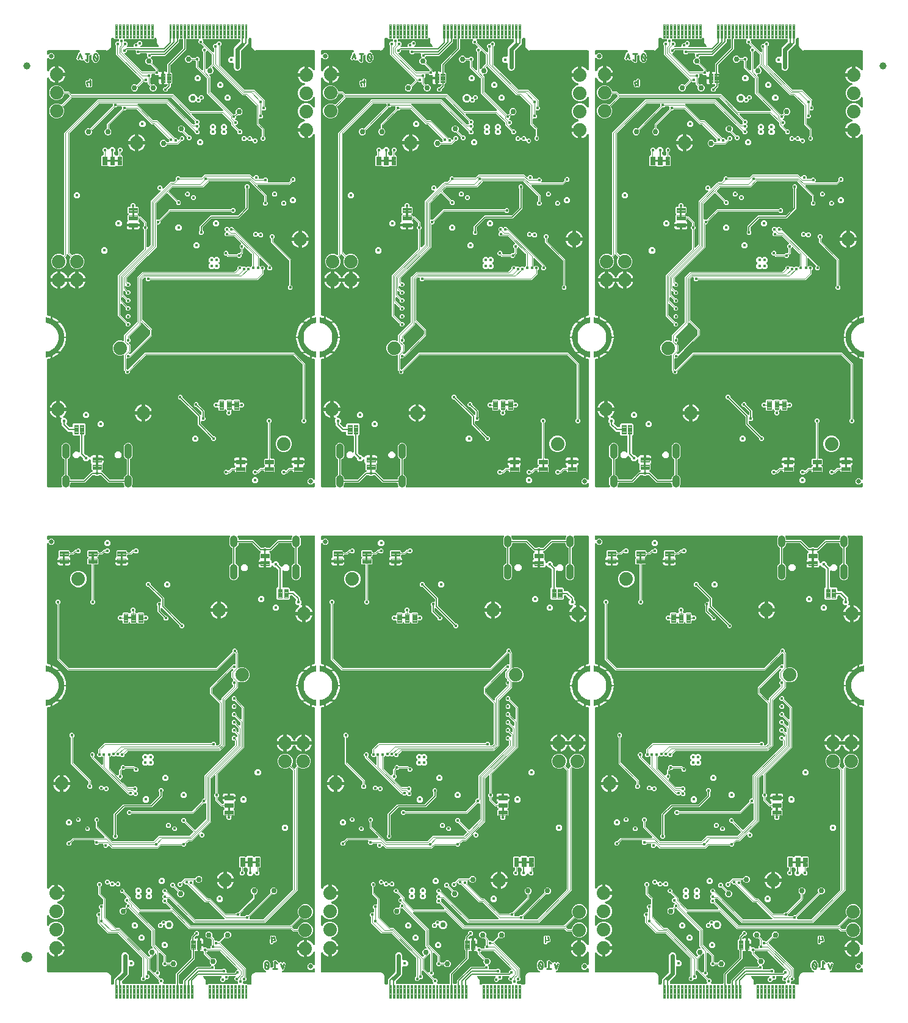
<source format=gbl>
G04 EAGLE Gerber RS-274X export*
G75*
%MOMM*%
%FSLAX34Y34*%
%LPD*%
%INBottom Copper*%
%IPPOS*%
%AMOC8*
5,1,8,0,0,1.08239X$1,22.5*%
G01*
%ADD10C,0.254000*%
%ADD11C,0.635000*%
%ADD12C,0.101500*%
%ADD13C,0.609600*%
%ADD14C,0.203200*%
%ADD15C,0.101600*%
%ADD16C,0.099059*%
%ADD17C,0.762000*%
%ADD18C,1.879600*%
%ADD19C,1.000000*%
%ADD20C,1.000000*%
%ADD21C,1.500000*%
%ADD22C,0.452400*%
%ADD23C,0.200000*%
%ADD24C,0.110000*%
%ADD25C,0.600000*%

G36*
X21496Y715279D02*
X21496Y715279D01*
X21551Y715277D01*
X21652Y715299D01*
X21754Y715312D01*
X21806Y715332D01*
X21860Y715344D01*
X21952Y715391D01*
X22047Y715429D01*
X22092Y715462D01*
X22141Y715486D01*
X22219Y715554D01*
X22302Y715616D01*
X22337Y715658D01*
X22378Y715695D01*
X22436Y715780D01*
X22501Y715860D01*
X22524Y715910D01*
X22555Y715956D01*
X22590Y716053D01*
X22633Y716147D01*
X22643Y716201D01*
X22662Y716253D01*
X22671Y716356D01*
X22689Y716457D01*
X22685Y716512D01*
X22690Y716567D01*
X22676Y716631D01*
X22665Y716772D01*
X22610Y716936D01*
X22596Y716999D01*
X21629Y719334D01*
X21629Y727761D01*
X22557Y730003D01*
X24274Y731719D01*
X24857Y731961D01*
X24891Y731981D01*
X24928Y731993D01*
X25028Y732059D01*
X25131Y732118D01*
X25159Y732145D01*
X25192Y732167D01*
X25272Y732255D01*
X25357Y732338D01*
X25378Y732371D01*
X25404Y732400D01*
X25459Y732506D01*
X25521Y732608D01*
X25532Y732645D01*
X25550Y732680D01*
X25562Y732744D01*
X25612Y732910D01*
X25617Y733051D01*
X25629Y733115D01*
X25629Y753279D01*
X25624Y753318D01*
X25626Y753357D01*
X25604Y753474D01*
X25589Y753592D01*
X25574Y753629D01*
X25567Y753667D01*
X25516Y753775D01*
X25472Y753885D01*
X25449Y753917D01*
X25432Y753952D01*
X25356Y754044D01*
X25285Y754140D01*
X25255Y754165D01*
X25230Y754195D01*
X25175Y754230D01*
X25041Y754339D01*
X24912Y754398D01*
X24857Y754434D01*
X24274Y754675D01*
X22557Y756392D01*
X21629Y758634D01*
X21629Y772061D01*
X22557Y774303D01*
X24274Y776019D01*
X26516Y776948D01*
X28943Y776948D01*
X31185Y776019D01*
X32901Y774303D01*
X33830Y772061D01*
X33830Y758634D01*
X32901Y756392D01*
X31185Y754675D01*
X30601Y754434D01*
X30567Y754414D01*
X30530Y754402D01*
X30431Y754336D01*
X30327Y754277D01*
X30299Y754250D01*
X30267Y754228D01*
X30187Y754140D01*
X30101Y754057D01*
X30081Y754023D01*
X30055Y753994D01*
X30000Y753889D01*
X29938Y753787D01*
X29927Y753750D01*
X29909Y753715D01*
X29897Y753651D01*
X29847Y753485D01*
X29842Y753344D01*
X29830Y753279D01*
X29830Y733115D01*
X29835Y733077D01*
X29833Y733038D01*
X29855Y732921D01*
X29870Y732802D01*
X29884Y732766D01*
X29892Y732728D01*
X29943Y732620D01*
X29987Y732509D01*
X30010Y732478D01*
X30027Y732442D01*
X30103Y732351D01*
X30174Y732255D01*
X30204Y732230D01*
X30229Y732200D01*
X30284Y732165D01*
X30418Y732056D01*
X30546Y731996D01*
X30601Y731961D01*
X31185Y731719D01*
X32901Y730003D01*
X33830Y727761D01*
X33830Y726897D01*
X33846Y726773D01*
X33855Y726647D01*
X33866Y726616D01*
X33870Y726584D01*
X33917Y726468D01*
X33957Y726348D01*
X33975Y726321D01*
X33987Y726291D01*
X34061Y726190D01*
X34131Y726085D01*
X34155Y726063D01*
X34174Y726037D01*
X34271Y725958D01*
X34364Y725873D01*
X34393Y725858D01*
X34418Y725838D01*
X34533Y725785D01*
X34644Y725727D01*
X34669Y725722D01*
X34705Y725706D01*
X35015Y725650D01*
X35054Y725653D01*
X35079Y725648D01*
X51592Y725648D01*
X51701Y725662D01*
X51811Y725667D01*
X51857Y725682D01*
X51905Y725688D01*
X52007Y725729D01*
X52112Y725762D01*
X52143Y725783D01*
X52198Y725805D01*
X52452Y725992D01*
X52464Y726007D01*
X52475Y726014D01*
X63059Y736598D01*
X63687Y736598D01*
X63828Y736616D01*
X63969Y736630D01*
X63984Y736636D01*
X64000Y736638D01*
X64132Y736690D01*
X64265Y736740D01*
X64278Y736749D01*
X64293Y736755D01*
X64408Y736839D01*
X64524Y736920D01*
X64535Y736932D01*
X64548Y736942D01*
X64637Y737051D01*
X64730Y737159D01*
X64737Y737174D01*
X64747Y737186D01*
X64806Y737315D01*
X64869Y737442D01*
X64872Y737458D01*
X64879Y737473D01*
X64904Y737612D01*
X64933Y737751D01*
X64932Y737767D01*
X64935Y737783D01*
X64924Y737925D01*
X64917Y738066D01*
X64912Y738082D01*
X64911Y738098D01*
X64865Y738232D01*
X64823Y738367D01*
X64816Y738378D01*
X64809Y738396D01*
X64636Y738660D01*
X64592Y738700D01*
X64571Y738731D01*
X63479Y739823D01*
X63479Y746797D01*
X63490Y746820D01*
X63509Y746845D01*
X63559Y746961D01*
X63615Y747074D01*
X63621Y747105D01*
X63634Y747135D01*
X63653Y747260D01*
X63678Y747383D01*
X63677Y747415D01*
X63682Y747447D01*
X63669Y747572D01*
X63663Y747698D01*
X63653Y747729D01*
X63650Y747761D01*
X63606Y747879D01*
X63569Y747999D01*
X63554Y748020D01*
X63541Y748057D01*
X63361Y748316D01*
X63331Y748341D01*
X63316Y748362D01*
X62645Y749033D01*
X62246Y749726D01*
X62039Y750498D01*
X62039Y752562D01*
X62021Y752703D01*
X62006Y752844D01*
X62001Y752859D01*
X61999Y752875D01*
X61946Y753007D01*
X61897Y753140D01*
X61888Y753153D01*
X61882Y753168D01*
X61798Y753283D01*
X61717Y753399D01*
X61705Y753410D01*
X61695Y753423D01*
X61585Y753512D01*
X61478Y753605D01*
X61463Y753612D01*
X61451Y753622D01*
X61321Y753682D01*
X61195Y753744D01*
X61179Y753747D01*
X61164Y753754D01*
X61024Y753779D01*
X60886Y753808D01*
X60870Y753807D01*
X60854Y753810D01*
X60712Y753799D01*
X60571Y753792D01*
X60555Y753787D01*
X60539Y753786D01*
X60404Y753740D01*
X60269Y753698D01*
X60259Y753691D01*
X60240Y753684D01*
X59977Y753511D01*
X59937Y753467D01*
X59906Y753446D01*
X57695Y751235D01*
X54164Y751235D01*
X51667Y753732D01*
X51667Y754999D01*
X51653Y755108D01*
X51647Y755218D01*
X51633Y755264D01*
X51627Y755312D01*
X51586Y755414D01*
X51553Y755519D01*
X51532Y755550D01*
X51510Y755605D01*
X51323Y755859D01*
X51308Y755871D01*
X51301Y755882D01*
X48842Y758341D01*
X48743Y758418D01*
X48647Y758500D01*
X48618Y758514D01*
X48593Y758534D01*
X48477Y758584D01*
X48364Y758639D01*
X48332Y758646D01*
X48303Y758659D01*
X48178Y758678D01*
X48055Y758703D01*
X48023Y758702D01*
X47991Y758706D01*
X47866Y758694D01*
X47740Y758688D01*
X47709Y758678D01*
X47677Y758675D01*
X47559Y758631D01*
X47439Y758593D01*
X47418Y758579D01*
X47381Y758565D01*
X47122Y758385D01*
X47097Y758356D01*
X47075Y758341D01*
X44007Y755273D01*
X40052Y755273D01*
X37255Y758070D01*
X37255Y762025D01*
X40052Y764822D01*
X44007Y764822D01*
X44860Y763969D01*
X44972Y763883D01*
X45082Y763793D01*
X45097Y763786D01*
X45110Y763776D01*
X45239Y763720D01*
X45369Y763661D01*
X45385Y763658D01*
X45399Y763652D01*
X45540Y763630D01*
X45679Y763605D01*
X45695Y763606D01*
X45711Y763604D01*
X45853Y763618D01*
X45994Y763629D01*
X46009Y763634D01*
X46025Y763636D01*
X46158Y763685D01*
X46292Y763730D01*
X46306Y763739D01*
X46321Y763745D01*
X46437Y763825D01*
X46556Y763904D01*
X46567Y763916D01*
X46580Y763925D01*
X46672Y764032D01*
X46768Y764138D01*
X46775Y764152D01*
X46786Y764164D01*
X46849Y764292D01*
X46914Y764417D01*
X46917Y764430D01*
X46925Y764447D01*
X46989Y764756D01*
X46986Y764816D01*
X46993Y764853D01*
X46993Y785897D01*
X46977Y786022D01*
X46967Y786148D01*
X46957Y786178D01*
X46953Y786210D01*
X46906Y786327D01*
X46866Y786446D01*
X46848Y786473D01*
X46836Y786503D01*
X46761Y786605D01*
X46692Y786710D01*
X46668Y786732D01*
X46649Y786758D01*
X46552Y786837D01*
X46458Y786922D01*
X46430Y786937D01*
X46405Y786957D01*
X46290Y787010D01*
X46179Y787068D01*
X46154Y787073D01*
X46118Y787089D01*
X45808Y787145D01*
X45769Y787142D01*
X45743Y787147D01*
X38159Y787147D01*
X36690Y788616D01*
X36690Y791247D01*
X36674Y791372D01*
X36664Y791498D01*
X36654Y791528D01*
X36650Y791560D01*
X36603Y791677D01*
X36563Y791796D01*
X36545Y791823D01*
X36533Y791853D01*
X36458Y791955D01*
X36389Y792060D01*
X36365Y792082D01*
X36346Y792108D01*
X36249Y792187D01*
X36155Y792272D01*
X36127Y792287D01*
X36102Y792307D01*
X35987Y792360D01*
X35876Y792418D01*
X35851Y792423D01*
X35815Y792439D01*
X35505Y792495D01*
X35466Y792492D01*
X35440Y792497D01*
X30686Y792497D01*
X21929Y801254D01*
X21929Y803952D01*
X21915Y804061D01*
X21909Y804171D01*
X21895Y804217D01*
X21889Y804265D01*
X21848Y804367D01*
X21815Y804472D01*
X21794Y804503D01*
X21772Y804558D01*
X21643Y804735D01*
X21612Y804782D01*
X21601Y804791D01*
X21585Y804813D01*
X21570Y804825D01*
X21563Y804836D01*
X20667Y805732D01*
X20667Y809263D01*
X21276Y809873D01*
X21290Y809890D01*
X21307Y809904D01*
X21386Y810015D01*
X21470Y810122D01*
X21478Y810143D01*
X21491Y810161D01*
X21540Y810287D01*
X21594Y810412D01*
X21597Y810434D01*
X21605Y810455D01*
X21621Y810589D01*
X21642Y810724D01*
X21640Y810746D01*
X21642Y810768D01*
X21624Y810903D01*
X21610Y811038D01*
X21602Y811059D01*
X21599Y811081D01*
X21548Y811206D01*
X21501Y811334D01*
X21488Y811352D01*
X21480Y811373D01*
X21398Y811481D01*
X21321Y811593D01*
X21304Y811607D01*
X21291Y811625D01*
X21185Y811710D01*
X21081Y811799D01*
X21062Y811808D01*
X21044Y811822D01*
X20920Y811878D01*
X20798Y811938D01*
X20777Y811942D01*
X20756Y811951D01*
X20622Y811974D01*
X20489Y812002D01*
X20467Y812001D01*
X20445Y812004D01*
X20391Y811997D01*
X20174Y811986D01*
X20066Y811952D01*
X20007Y811944D01*
X19725Y811853D01*
X19429Y811806D01*
X19429Y820998D01*
X28621Y820998D01*
X28574Y820702D01*
X27994Y818915D01*
X27140Y817240D01*
X26036Y815720D01*
X24707Y814391D01*
X24196Y814020D01*
X24136Y813964D01*
X24070Y813915D01*
X24022Y813856D01*
X23967Y813804D01*
X23923Y813734D01*
X23871Y813671D01*
X23839Y813601D01*
X23798Y813537D01*
X23773Y813459D01*
X23739Y813384D01*
X23725Y813309D01*
X23702Y813236D01*
X23698Y813154D01*
X23683Y813074D01*
X23689Y812998D01*
X23684Y812921D01*
X23701Y812841D01*
X23707Y812759D01*
X23731Y812687D01*
X23746Y812612D01*
X23782Y812538D01*
X23808Y812460D01*
X23850Y812397D01*
X23884Y812328D01*
X23937Y812265D01*
X23982Y812197D01*
X24038Y812145D01*
X24088Y812087D01*
X24155Y812040D01*
X24216Y811985D01*
X24283Y811950D01*
X24345Y811906D01*
X24422Y811877D01*
X24495Y811839D01*
X24549Y811829D01*
X24641Y811794D01*
X24892Y811767D01*
X24931Y811760D01*
X26695Y811760D01*
X29192Y809263D01*
X29192Y805732D01*
X28449Y804988D01*
X28372Y804889D01*
X28290Y804793D01*
X28275Y804765D01*
X28256Y804739D01*
X28206Y804623D01*
X28150Y804510D01*
X28144Y804479D01*
X28131Y804449D01*
X28112Y804324D01*
X28087Y804201D01*
X28088Y804169D01*
X28083Y804137D01*
X28096Y804012D01*
X28102Y803886D01*
X28112Y803855D01*
X28115Y803823D01*
X28159Y803705D01*
X28196Y803585D01*
X28211Y803564D01*
X28224Y803527D01*
X28405Y803268D01*
X28434Y803243D01*
X28449Y803222D01*
X32806Y798864D01*
X32893Y798797D01*
X32975Y798723D01*
X33018Y798700D01*
X33056Y798671D01*
X33157Y798627D01*
X33254Y798577D01*
X33291Y798570D01*
X33346Y798546D01*
X33658Y798499D01*
X33677Y798500D01*
X33690Y798498D01*
X35440Y798498D01*
X35565Y798514D01*
X35691Y798523D01*
X35721Y798534D01*
X35753Y798538D01*
X35870Y798585D01*
X35989Y798625D01*
X36016Y798643D01*
X36046Y798655D01*
X36148Y798729D01*
X36253Y798799D01*
X36275Y798823D01*
X36301Y798842D01*
X36380Y798939D01*
X36465Y799032D01*
X36480Y799061D01*
X36500Y799086D01*
X36553Y799201D01*
X36611Y799312D01*
X36616Y799337D01*
X36632Y799373D01*
X36688Y799683D01*
X36685Y799722D01*
X36690Y799747D01*
X36690Y802379D01*
X38159Y803848D01*
X53700Y803848D01*
X55169Y802379D01*
X55169Y788616D01*
X53360Y786807D01*
X53293Y786720D01*
X53219Y786639D01*
X53196Y786596D01*
X53167Y786558D01*
X53124Y786457D01*
X53073Y786359D01*
X53066Y786322D01*
X53042Y786268D01*
X52995Y785956D01*
X52996Y785937D01*
X52994Y785924D01*
X52994Y763194D01*
X53008Y763085D01*
X53013Y762975D01*
X53028Y762929D01*
X53034Y762881D01*
X53075Y762779D01*
X53108Y762674D01*
X53129Y762643D01*
X53151Y762588D01*
X53338Y762333D01*
X53353Y762321D01*
X53360Y762310D01*
X55544Y760126D01*
X55631Y760059D01*
X55713Y759985D01*
X55756Y759962D01*
X55794Y759933D01*
X55895Y759889D01*
X55992Y759839D01*
X56029Y759832D01*
X56084Y759808D01*
X56396Y759761D01*
X56415Y759762D01*
X56428Y759760D01*
X57695Y759760D01*
X60193Y757262D01*
X60302Y757178D01*
X60407Y757091D01*
X60426Y757082D01*
X60442Y757069D01*
X60569Y757015D01*
X60693Y756957D01*
X60713Y756953D01*
X60732Y756945D01*
X60868Y756924D01*
X61003Y756899D01*
X61024Y756900D01*
X61044Y756897D01*
X61181Y756911D01*
X61318Y756920D01*
X61337Y756927D01*
X61358Y756929D01*
X61487Y756976D01*
X61617Y757020D01*
X61635Y757031D01*
X61654Y757038D01*
X61766Y757116D01*
X61882Y757191D01*
X61896Y757206D01*
X61913Y757218D01*
X62003Y757322D01*
X62096Y757423D01*
X62103Y757439D01*
X62119Y757457D01*
X62155Y757530D01*
X62163Y757541D01*
X62645Y758375D01*
X63210Y758941D01*
X63903Y759340D01*
X64675Y759547D01*
X69279Y759547D01*
X69279Y754106D01*
X69295Y753981D01*
X69304Y753855D01*
X69315Y753825D01*
X69319Y753793D01*
X69366Y753676D01*
X69406Y753557D01*
X69424Y753530D01*
X69436Y753500D01*
X69510Y753398D01*
X69580Y753293D01*
X69597Y753277D01*
X69597Y741512D01*
X69609Y741493D01*
X69612Y741471D01*
X69628Y741464D01*
X69633Y741455D01*
X69644Y741457D01*
X69659Y741450D01*
X72199Y741450D01*
X72218Y741462D01*
X72241Y741465D01*
X72248Y741481D01*
X72257Y741486D01*
X72255Y741497D01*
X72262Y741512D01*
X72262Y752054D01*
X79820Y752054D01*
X79820Y750498D01*
X79613Y749726D01*
X79214Y749033D01*
X78543Y748363D01*
X78465Y748263D01*
X78383Y748167D01*
X78369Y748139D01*
X78349Y748113D01*
X78300Y747997D01*
X78244Y747884D01*
X78238Y747853D01*
X78225Y747823D01*
X78206Y747698D01*
X78180Y747575D01*
X78182Y747543D01*
X78177Y747511D01*
X78190Y747386D01*
X78196Y747260D01*
X78206Y747229D01*
X78209Y747197D01*
X78253Y747079D01*
X78290Y746959D01*
X78305Y746938D01*
X78318Y746901D01*
X78380Y746812D01*
X78380Y739823D01*
X77288Y738731D01*
X77202Y738619D01*
X77112Y738509D01*
X77105Y738494D01*
X77095Y738481D01*
X77039Y738351D01*
X76980Y738222D01*
X76977Y738206D01*
X76971Y738191D01*
X76949Y738051D01*
X76924Y737912D01*
X76925Y737896D01*
X76923Y737880D01*
X76937Y737738D01*
X76948Y737597D01*
X76953Y737582D01*
X76955Y737566D01*
X77004Y737433D01*
X77049Y737298D01*
X77058Y737285D01*
X77064Y737270D01*
X77144Y737154D01*
X77223Y737035D01*
X77235Y737024D01*
X77244Y737011D01*
X77351Y736919D01*
X77457Y736823D01*
X77471Y736815D01*
X77483Y736805D01*
X77611Y736742D01*
X77705Y736693D01*
X79396Y735002D01*
X88384Y726014D01*
X88470Y725947D01*
X88552Y725873D01*
X88595Y725850D01*
X88633Y725821D01*
X88734Y725777D01*
X88831Y725727D01*
X88868Y725720D01*
X88923Y725696D01*
X89235Y725649D01*
X89254Y725650D01*
X89267Y725648D01*
X106779Y725648D01*
X106904Y725664D01*
X107030Y725673D01*
X107060Y725684D01*
X107092Y725688D01*
X107209Y725735D01*
X107328Y725775D01*
X107355Y725793D01*
X107385Y725805D01*
X107487Y725879D01*
X107592Y725949D01*
X107614Y725973D01*
X107640Y725992D01*
X107719Y726089D01*
X107804Y726182D01*
X107819Y726211D01*
X107839Y726236D01*
X107892Y726351D01*
X107950Y726462D01*
X107955Y726487D01*
X107971Y726523D01*
X108027Y726833D01*
X108024Y726872D01*
X108029Y726897D01*
X108029Y727761D01*
X108957Y730003D01*
X110674Y731719D01*
X111257Y731961D01*
X111291Y731981D01*
X111328Y731993D01*
X111428Y732059D01*
X111531Y732118D01*
X111559Y732145D01*
X111592Y732167D01*
X111672Y732255D01*
X111757Y732338D01*
X111778Y732371D01*
X111804Y732400D01*
X111859Y732506D01*
X111921Y732608D01*
X111932Y732645D01*
X111950Y732680D01*
X111962Y732744D01*
X112012Y732910D01*
X112017Y733051D01*
X112029Y733115D01*
X112029Y753279D01*
X112024Y753318D01*
X112026Y753357D01*
X112004Y753474D01*
X111989Y753592D01*
X111974Y753629D01*
X111967Y753667D01*
X111916Y753775D01*
X111872Y753885D01*
X111849Y753917D01*
X111832Y753952D01*
X111756Y754044D01*
X111685Y754140D01*
X111655Y754165D01*
X111630Y754195D01*
X111575Y754230D01*
X111441Y754339D01*
X111312Y754398D01*
X111257Y754434D01*
X110674Y754675D01*
X108957Y756392D01*
X108029Y758634D01*
X108029Y772061D01*
X108957Y774303D01*
X110674Y776019D01*
X112916Y776948D01*
X115343Y776948D01*
X117585Y776019D01*
X119301Y774303D01*
X120230Y772061D01*
X120230Y758634D01*
X119301Y756392D01*
X117585Y754675D01*
X117001Y754434D01*
X116967Y754414D01*
X116930Y754402D01*
X116831Y754336D01*
X116727Y754277D01*
X116699Y754250D01*
X116667Y754228D01*
X116587Y754140D01*
X116501Y754057D01*
X116481Y754023D01*
X116455Y753994D01*
X116400Y753889D01*
X116338Y753787D01*
X116327Y753750D01*
X116309Y753715D01*
X116297Y753651D01*
X116247Y753485D01*
X116242Y753344D01*
X116230Y753279D01*
X116230Y733115D01*
X116235Y733077D01*
X116233Y733038D01*
X116255Y732921D01*
X116270Y732802D01*
X116284Y732766D01*
X116292Y732728D01*
X116343Y732620D01*
X116387Y732509D01*
X116410Y732478D01*
X116427Y732442D01*
X116503Y732351D01*
X116574Y732255D01*
X116604Y732230D01*
X116629Y732200D01*
X116684Y732165D01*
X116818Y732056D01*
X116946Y731996D01*
X117001Y731961D01*
X117585Y731719D01*
X119301Y730003D01*
X120230Y727761D01*
X120230Y719334D01*
X119263Y716999D01*
X119249Y716946D01*
X119226Y716896D01*
X119207Y716795D01*
X119180Y716695D01*
X119179Y716640D01*
X119170Y716586D01*
X119177Y716483D01*
X119176Y716380D01*
X119189Y716326D01*
X119193Y716271D01*
X119227Y716173D01*
X119251Y716073D01*
X119277Y716025D01*
X119295Y715972D01*
X119352Y715886D01*
X119401Y715795D01*
X119438Y715755D01*
X119469Y715709D01*
X119545Y715639D01*
X119615Y715564D01*
X119661Y715534D01*
X119702Y715497D01*
X119794Y715449D01*
X119881Y715393D01*
X119933Y715376D01*
X119982Y715351D01*
X120046Y715339D01*
X120180Y715295D01*
X120353Y715284D01*
X120417Y715272D01*
X371905Y715272D01*
X372030Y715288D01*
X372156Y715297D01*
X372186Y715308D01*
X372218Y715312D01*
X372335Y715359D01*
X372454Y715399D01*
X372481Y715417D01*
X372511Y715429D01*
X372613Y715503D01*
X372718Y715573D01*
X372740Y715597D01*
X372766Y715616D01*
X372845Y715713D01*
X372930Y715806D01*
X372945Y715835D01*
X372965Y715860D01*
X373018Y715975D01*
X373076Y716086D01*
X373081Y716111D01*
X373097Y716147D01*
X373153Y716457D01*
X373150Y716496D01*
X373155Y716521D01*
X373155Y720160D01*
X373137Y720300D01*
X373122Y720442D01*
X373117Y720457D01*
X373115Y720473D01*
X373062Y720604D01*
X373013Y720738D01*
X373004Y720751D01*
X372998Y720766D01*
X372914Y720880D01*
X372833Y720997D01*
X372821Y721007D01*
X372811Y721020D01*
X372701Y721110D01*
X372594Y721202D01*
X372579Y721209D01*
X372567Y721220D01*
X372437Y721279D01*
X372311Y721342D01*
X372295Y721345D01*
X372280Y721352D01*
X372141Y721377D01*
X372002Y721405D01*
X371986Y721405D01*
X371970Y721408D01*
X371828Y721397D01*
X371687Y721390D01*
X371671Y721385D01*
X371655Y721384D01*
X371520Y721338D01*
X371385Y721296D01*
X371375Y721288D01*
X371356Y721282D01*
X371093Y721109D01*
X371053Y721065D01*
X371022Y721043D01*
X369200Y719222D01*
X365658Y719222D01*
X363154Y721726D01*
X363154Y725269D01*
X365658Y727773D01*
X369200Y727773D01*
X371022Y725952D01*
X371134Y725865D01*
X371244Y725775D01*
X371259Y725768D01*
X371272Y725758D01*
X371401Y725703D01*
X371531Y725643D01*
X371547Y725640D01*
X371561Y725634D01*
X371702Y725612D01*
X371841Y725587D01*
X371857Y725589D01*
X371873Y725586D01*
X372015Y725600D01*
X372156Y725611D01*
X372171Y725616D01*
X372187Y725618D01*
X372320Y725667D01*
X372454Y725713D01*
X372468Y725722D01*
X372483Y725727D01*
X372599Y725808D01*
X372718Y725886D01*
X372729Y725898D01*
X372742Y725907D01*
X372834Y726014D01*
X372930Y726120D01*
X372937Y726134D01*
X372948Y726147D01*
X373010Y726273D01*
X373076Y726399D01*
X373079Y726412D01*
X373087Y726430D01*
X373151Y726739D01*
X373148Y726798D01*
X373155Y726835D01*
X373155Y892345D01*
X373136Y892488D01*
X373115Y892657D01*
X373115Y892658D01*
X373062Y892791D01*
X372998Y892950D01*
X372998Y892951D01*
X372898Y893087D01*
X372812Y893204D01*
X372811Y893205D01*
X372687Y893307D01*
X372568Y893404D01*
X372567Y893404D01*
X372280Y893536D01*
X372201Y893551D01*
X372157Y893568D01*
X370071Y893997D01*
X369951Y894022D01*
X368709Y894416D01*
X368709Y897166D01*
X370871Y896454D01*
X370881Y896454D01*
X370906Y896445D01*
X374917Y895752D01*
X374955Y895756D01*
X374993Y895750D01*
X375023Y895764D01*
X375056Y895768D01*
X375086Y895792D01*
X375121Y895807D01*
X375139Y895835D01*
X375164Y895856D01*
X375177Y895892D01*
X375198Y895924D01*
X375206Y895982D01*
X375209Y895988D01*
X375208Y895991D01*
X375209Y895997D01*
X375209Y903497D01*
X375206Y903506D01*
X375206Y903508D01*
X375204Y903515D01*
X375190Y903563D01*
X375171Y903629D01*
X375170Y903630D01*
X375169Y903632D01*
X375117Y903677D01*
X375067Y903722D01*
X375065Y903723D01*
X375064Y903724D01*
X375062Y903724D01*
X374995Y903744D01*
X372097Y904168D01*
X369319Y905034D01*
X366711Y906323D01*
X364337Y908005D01*
X362255Y910038D01*
X360517Y912371D01*
X359165Y914947D01*
X358233Y917704D01*
X357744Y920572D01*
X357709Y923497D01*
X357744Y926423D01*
X358233Y929291D01*
X359165Y932048D01*
X360517Y934624D01*
X362255Y936957D01*
X364337Y938990D01*
X366711Y940671D01*
X369319Y941961D01*
X372097Y942827D01*
X374995Y943251D01*
X375057Y943279D01*
X375121Y943307D01*
X375121Y943308D01*
X375123Y943309D01*
X375159Y943366D01*
X375198Y943424D01*
X375198Y943426D01*
X375198Y943429D01*
X375209Y943497D01*
X375209Y950997D01*
X375198Y951035D01*
X375197Y951074D01*
X375179Y951101D01*
X375169Y951132D01*
X375140Y951157D01*
X375118Y951190D01*
X375088Y951202D01*
X375064Y951224D01*
X375025Y951229D01*
X374990Y951245D01*
X374934Y951243D01*
X374926Y951244D01*
X374923Y951243D01*
X374915Y951243D01*
X370917Y950523D01*
X370909Y950518D01*
X370882Y950514D01*
X368709Y949785D01*
X368709Y952538D01*
X369949Y952940D01*
X372165Y953411D01*
X372307Y953461D01*
X372454Y953511D01*
X372458Y953513D01*
X372463Y953515D01*
X372589Y953599D01*
X372718Y953684D01*
X372721Y953688D01*
X372725Y953690D01*
X372826Y953803D01*
X372930Y953918D01*
X372932Y953922D01*
X372935Y953926D01*
X373004Y954060D01*
X373076Y954197D01*
X373077Y954201D01*
X373080Y954206D01*
X373149Y954514D01*
X373147Y954588D01*
X373155Y954633D01*
X373155Y1204168D01*
X373144Y1204249D01*
X373144Y1204332D01*
X373124Y1204405D01*
X373115Y1204481D01*
X373084Y1204557D01*
X373063Y1204637D01*
X373026Y1204703D01*
X372998Y1204774D01*
X372949Y1204840D01*
X372909Y1204912D01*
X372856Y1204967D01*
X372811Y1205028D01*
X372748Y1205080D01*
X372691Y1205139D01*
X372626Y1205180D01*
X372567Y1205228D01*
X372492Y1205262D01*
X372422Y1205305D01*
X372349Y1205328D01*
X372280Y1205360D01*
X372199Y1205374D01*
X372121Y1205398D01*
X372045Y1205402D01*
X371970Y1205415D01*
X371888Y1205409D01*
X371806Y1205413D01*
X371731Y1205398D01*
X371655Y1205392D01*
X371577Y1205365D01*
X371497Y1205348D01*
X371429Y1205315D01*
X371356Y1205290D01*
X371288Y1205245D01*
X371214Y1205208D01*
X371175Y1205170D01*
X371093Y1205117D01*
X370923Y1204929D01*
X370895Y1204902D01*
X370036Y1203720D01*
X368707Y1202391D01*
X367187Y1201286D01*
X365512Y1200433D01*
X363725Y1199853D01*
X363429Y1199806D01*
X363429Y1210247D01*
X363413Y1210372D01*
X363403Y1210498D01*
X363393Y1210528D01*
X363389Y1210560D01*
X363342Y1210677D01*
X363302Y1210796D01*
X363284Y1210823D01*
X363272Y1210853D01*
X363197Y1210955D01*
X363128Y1211060D01*
X363104Y1211082D01*
X363085Y1211108D01*
X362988Y1211187D01*
X362894Y1211272D01*
X362866Y1211287D01*
X362841Y1211307D01*
X362726Y1211360D01*
X362615Y1211418D01*
X362589Y1211423D01*
X362554Y1211439D01*
X362244Y1211495D01*
X362205Y1211492D01*
X362179Y1211497D01*
X360929Y1211497D01*
X360929Y1212747D01*
X360913Y1212872D01*
X360903Y1212998D01*
X360893Y1213028D01*
X360889Y1213060D01*
X360842Y1213177D01*
X360801Y1213296D01*
X360784Y1213323D01*
X360772Y1213353D01*
X360697Y1213455D01*
X360628Y1213560D01*
X360604Y1213582D01*
X360585Y1213608D01*
X360488Y1213687D01*
X360394Y1213772D01*
X360366Y1213787D01*
X360341Y1213807D01*
X360226Y1213860D01*
X360115Y1213918D01*
X360089Y1213923D01*
X360054Y1213939D01*
X359743Y1213995D01*
X359705Y1213992D01*
X359679Y1213997D01*
X349238Y1213997D01*
X349285Y1214293D01*
X349865Y1216080D01*
X350718Y1217755D01*
X351823Y1219275D01*
X353152Y1220604D01*
X354672Y1221708D01*
X356347Y1222562D01*
X358134Y1223142D01*
X358256Y1223162D01*
X358382Y1223198D01*
X358509Y1223229D01*
X358533Y1223242D01*
X358559Y1223250D01*
X358672Y1223317D01*
X358787Y1223379D01*
X358807Y1223397D01*
X358830Y1223411D01*
X358923Y1223505D01*
X359019Y1223593D01*
X359033Y1223616D01*
X359052Y1223635D01*
X359119Y1223749D01*
X359189Y1223859D01*
X359198Y1223885D01*
X359211Y1223908D01*
X359247Y1224034D01*
X359288Y1224158D01*
X359289Y1224186D01*
X359297Y1224212D01*
X359299Y1224343D01*
X359308Y1224473D01*
X359303Y1224500D01*
X359303Y1224527D01*
X359273Y1224655D01*
X359249Y1224783D01*
X359237Y1224808D01*
X359231Y1224834D01*
X359169Y1224950D01*
X359114Y1225068D01*
X359096Y1225089D01*
X359083Y1225113D01*
X358995Y1225210D01*
X358911Y1225311D01*
X358893Y1225322D01*
X358871Y1225347D01*
X358607Y1225519D01*
X358564Y1225534D01*
X358539Y1225550D01*
X354473Y1227234D01*
X351266Y1230441D01*
X349531Y1234630D01*
X349531Y1239165D01*
X351266Y1243354D01*
X354473Y1246561D01*
X358662Y1248296D01*
X363197Y1248296D01*
X367386Y1246561D01*
X370593Y1243354D01*
X370751Y1242972D01*
X370787Y1242910D01*
X370813Y1242844D01*
X370865Y1242773D01*
X370908Y1242698D01*
X370957Y1242647D01*
X371000Y1242589D01*
X371067Y1242534D01*
X371128Y1242472D01*
X371189Y1242435D01*
X371244Y1242390D01*
X371323Y1242353D01*
X371398Y1242308D01*
X371466Y1242288D01*
X371531Y1242258D01*
X371616Y1242243D01*
X371700Y1242217D01*
X371771Y1242215D01*
X371841Y1242202D01*
X371928Y1242209D01*
X372015Y1242205D01*
X372085Y1242220D01*
X372156Y1242226D01*
X372238Y1242254D01*
X372323Y1242272D01*
X372387Y1242305D01*
X372454Y1242328D01*
X372527Y1242376D01*
X372605Y1242415D01*
X372658Y1242462D01*
X372718Y1242501D01*
X372777Y1242566D01*
X372842Y1242623D01*
X372882Y1242682D01*
X372930Y1242735D01*
X372970Y1242812D01*
X373019Y1242884D01*
X373043Y1242951D01*
X373076Y1243014D01*
X373087Y1243073D01*
X373125Y1243181D01*
X373145Y1243394D01*
X373155Y1243450D01*
X373155Y1255745D01*
X373146Y1255816D01*
X373147Y1255887D01*
X373126Y1255972D01*
X373115Y1256058D01*
X373088Y1256124D01*
X373071Y1256193D01*
X373030Y1256270D01*
X372998Y1256351D01*
X372956Y1256409D01*
X372922Y1256471D01*
X372863Y1256535D01*
X372811Y1256605D01*
X372756Y1256651D01*
X372708Y1256703D01*
X372634Y1256750D01*
X372567Y1256805D01*
X372502Y1256835D01*
X372442Y1256873D01*
X372359Y1256900D01*
X372280Y1256937D01*
X372210Y1256949D01*
X372142Y1256972D01*
X372055Y1256977D01*
X371970Y1256993D01*
X371899Y1256987D01*
X371828Y1256992D01*
X371742Y1256976D01*
X371655Y1256969D01*
X371588Y1256946D01*
X371518Y1256933D01*
X371439Y1256895D01*
X371356Y1256867D01*
X371297Y1256828D01*
X371233Y1256798D01*
X371166Y1256742D01*
X371093Y1256694D01*
X371045Y1256641D01*
X370990Y1256596D01*
X370958Y1256545D01*
X370881Y1256460D01*
X370782Y1256271D01*
X370751Y1256223D01*
X370593Y1255840D01*
X367386Y1252634D01*
X363197Y1250899D01*
X358662Y1250899D01*
X354473Y1252634D01*
X351266Y1255841D01*
X349531Y1260030D01*
X349531Y1264565D01*
X351266Y1268754D01*
X354473Y1271961D01*
X358539Y1273645D01*
X358653Y1273710D01*
X358769Y1273770D01*
X358789Y1273788D01*
X358813Y1273802D01*
X358907Y1273893D01*
X359004Y1273980D01*
X359019Y1274003D01*
X359039Y1274022D01*
X359107Y1274134D01*
X359179Y1274243D01*
X359188Y1274268D01*
X359202Y1274292D01*
X359240Y1274417D01*
X359283Y1274541D01*
X359285Y1274568D01*
X359293Y1274594D01*
X359298Y1274725D01*
X359309Y1274855D01*
X359304Y1274882D01*
X359305Y1274909D01*
X359278Y1275037D01*
X359255Y1275166D01*
X359244Y1275191D01*
X359238Y1275217D01*
X359179Y1275335D01*
X359125Y1275454D01*
X359108Y1275475D01*
X359096Y1275499D01*
X359009Y1275597D01*
X358927Y1275699D01*
X358906Y1275716D01*
X358888Y1275736D01*
X358779Y1275809D01*
X358674Y1275888D01*
X358654Y1275895D01*
X358627Y1275913D01*
X358329Y1276019D01*
X358284Y1276023D01*
X358256Y1276033D01*
X358134Y1276053D01*
X356347Y1276633D01*
X354672Y1277486D01*
X353152Y1278591D01*
X351823Y1279920D01*
X350718Y1281440D01*
X349865Y1283115D01*
X349285Y1284902D01*
X349238Y1285198D01*
X359679Y1285198D01*
X359804Y1285214D01*
X359930Y1285224D01*
X359960Y1285234D01*
X359992Y1285238D01*
X360109Y1285285D01*
X360228Y1285325D01*
X360255Y1285343D01*
X360285Y1285355D01*
X360387Y1285429D01*
X360492Y1285499D01*
X360514Y1285523D01*
X360540Y1285542D01*
X360619Y1285639D01*
X360704Y1285732D01*
X360719Y1285761D01*
X360739Y1285786D01*
X360792Y1285901D01*
X360850Y1286012D01*
X360855Y1286037D01*
X360871Y1286073D01*
X360927Y1286383D01*
X360924Y1286422D01*
X360929Y1286447D01*
X360929Y1287698D01*
X362179Y1287698D01*
X362304Y1287714D01*
X362430Y1287724D01*
X362460Y1287734D01*
X362492Y1287738D01*
X362609Y1287785D01*
X362728Y1287825D01*
X362755Y1287843D01*
X362785Y1287855D01*
X362887Y1287930D01*
X362992Y1287999D01*
X363014Y1288023D01*
X363040Y1288042D01*
X363119Y1288139D01*
X363204Y1288233D01*
X363219Y1288261D01*
X363239Y1288286D01*
X363292Y1288401D01*
X363350Y1288512D01*
X363355Y1288537D01*
X363371Y1288573D01*
X363427Y1288883D01*
X363424Y1288922D01*
X363429Y1288948D01*
X363429Y1299389D01*
X363725Y1299342D01*
X365512Y1298762D01*
X367187Y1297908D01*
X368707Y1296804D01*
X370036Y1295475D01*
X370895Y1294293D01*
X370951Y1294233D01*
X371000Y1294167D01*
X371059Y1294118D01*
X371111Y1294063D01*
X371180Y1294019D01*
X371244Y1293967D01*
X371313Y1293935D01*
X371378Y1293895D01*
X371456Y1293870D01*
X371531Y1293835D01*
X371606Y1293822D01*
X371678Y1293799D01*
X371760Y1293794D01*
X371841Y1293779D01*
X371917Y1293785D01*
X371993Y1293781D01*
X372074Y1293797D01*
X372156Y1293803D01*
X372228Y1293828D01*
X372303Y1293843D01*
X372377Y1293878D01*
X372454Y1293905D01*
X372518Y1293947D01*
X372587Y1293980D01*
X372649Y1294033D01*
X372718Y1294078D01*
X372769Y1294135D01*
X372827Y1294184D01*
X372875Y1294251D01*
X372930Y1294312D01*
X372965Y1294380D01*
X373009Y1294442D01*
X373038Y1294519D01*
X373076Y1294591D01*
X373086Y1294646D01*
X373121Y1294737D01*
X373148Y1294988D01*
X373155Y1295027D01*
X373155Y1320473D01*
X373139Y1320598D01*
X373129Y1320724D01*
X373119Y1320754D01*
X373115Y1320786D01*
X373068Y1320903D01*
X373028Y1321022D01*
X373010Y1321049D01*
X372998Y1321079D01*
X372923Y1321181D01*
X372854Y1321286D01*
X372830Y1321308D01*
X372811Y1321334D01*
X372714Y1321413D01*
X372620Y1321498D01*
X372592Y1321513D01*
X372567Y1321533D01*
X372452Y1321586D01*
X372341Y1321644D01*
X372316Y1321649D01*
X372280Y1321665D01*
X371970Y1321721D01*
X371931Y1321718D01*
X371905Y1321723D01*
X292077Y1321723D01*
X292054Y1321720D01*
X292038Y1321722D01*
X290226Y1321666D01*
X286951Y1323424D01*
X284993Y1326584D01*
X284973Y1327245D01*
X284958Y1327335D01*
X284954Y1327426D01*
X284935Y1327487D01*
X284935Y1328450D01*
X284932Y1328473D01*
X284934Y1328489D01*
X284904Y1329453D01*
X284932Y1329681D01*
X284935Y1329695D01*
X284935Y1337497D01*
X284919Y1337622D01*
X284909Y1337748D01*
X284899Y1337778D01*
X284895Y1337810D01*
X284848Y1337927D01*
X284808Y1338046D01*
X284790Y1338073D01*
X284778Y1338103D01*
X284703Y1338205D01*
X284634Y1338310D01*
X284610Y1338332D01*
X284591Y1338358D01*
X284494Y1338437D01*
X284400Y1338522D01*
X284372Y1338537D01*
X284347Y1338557D01*
X284232Y1338610D01*
X284121Y1338668D01*
X284096Y1338673D01*
X284060Y1338689D01*
X283750Y1338745D01*
X283711Y1338742D01*
X283685Y1338747D01*
X282459Y1338747D01*
X282335Y1338731D01*
X282209Y1338721D01*
X282178Y1338711D01*
X282146Y1338707D01*
X282030Y1338660D01*
X281910Y1338620D01*
X281883Y1338602D01*
X281853Y1338590D01*
X281752Y1338515D01*
X281647Y1338446D01*
X281625Y1338422D01*
X281599Y1338403D01*
X281520Y1338306D01*
X281435Y1338212D01*
X281420Y1338184D01*
X281400Y1338159D01*
X281397Y1338152D01*
X280826Y1337582D01*
X280759Y1337495D01*
X280685Y1337413D01*
X280662Y1337371D01*
X280633Y1337332D01*
X280589Y1337231D01*
X280539Y1337134D01*
X280532Y1337097D01*
X280508Y1337042D01*
X280461Y1336731D01*
X280462Y1336711D01*
X280460Y1336698D01*
X280460Y1330984D01*
X276865Y1327389D01*
X276850Y1327371D01*
X276832Y1327356D01*
X276802Y1327308D01*
X276767Y1327263D01*
X270796Y1321292D01*
X270729Y1321205D01*
X270655Y1321124D01*
X270632Y1321081D01*
X270603Y1321042D01*
X270559Y1320941D01*
X270509Y1320844D01*
X270502Y1320807D01*
X270478Y1320753D01*
X270431Y1320441D01*
X270432Y1320422D01*
X270430Y1320409D01*
X270430Y1297703D01*
X269669Y1295865D01*
X268262Y1294458D01*
X266424Y1293697D01*
X264435Y1293697D01*
X262597Y1294458D01*
X261190Y1295865D01*
X260429Y1297703D01*
X260429Y1302985D01*
X260413Y1303110D01*
X260403Y1303236D01*
X260393Y1303266D01*
X260389Y1303298D01*
X260342Y1303415D01*
X260302Y1303534D01*
X260284Y1303561D01*
X260272Y1303591D01*
X260197Y1303693D01*
X260128Y1303798D01*
X260104Y1303820D01*
X260085Y1303846D01*
X259988Y1303925D01*
X259894Y1304010D01*
X259866Y1304025D01*
X259841Y1304045D01*
X259726Y1304098D01*
X259615Y1304156D01*
X259590Y1304161D01*
X259554Y1304177D01*
X259244Y1304233D01*
X259205Y1304230D01*
X259179Y1304235D01*
X255164Y1304235D01*
X252667Y1306732D01*
X252667Y1310263D01*
X255164Y1312760D01*
X259179Y1312760D01*
X259304Y1312776D01*
X259430Y1312785D01*
X259460Y1312796D01*
X259492Y1312800D01*
X259609Y1312847D01*
X259728Y1312887D01*
X259755Y1312905D01*
X259785Y1312917D01*
X259887Y1312991D01*
X259992Y1313061D01*
X260014Y1313085D01*
X260040Y1313104D01*
X260119Y1313201D01*
X260204Y1313294D01*
X260219Y1313323D01*
X260239Y1313348D01*
X260292Y1313463D01*
X260350Y1313574D01*
X260355Y1313599D01*
X260371Y1313635D01*
X260427Y1313945D01*
X260424Y1313984D01*
X260429Y1314009D01*
X260429Y1323992D01*
X261190Y1325830D01*
X269093Y1333733D01*
X269160Y1333820D01*
X269234Y1333901D01*
X269256Y1333944D01*
X269286Y1333982D01*
X269329Y1334083D01*
X269380Y1334181D01*
X269387Y1334218D01*
X269410Y1334272D01*
X269458Y1334584D01*
X269456Y1334603D01*
X269459Y1334616D01*
X269459Y1336147D01*
X269443Y1336272D01*
X269433Y1336398D01*
X269423Y1336428D01*
X269419Y1336460D01*
X269372Y1336577D01*
X269332Y1336696D01*
X269314Y1336723D01*
X269302Y1336753D01*
X269227Y1336855D01*
X269158Y1336960D01*
X269134Y1336982D01*
X269115Y1337008D01*
X269018Y1337087D01*
X268924Y1337172D01*
X268896Y1337187D01*
X268871Y1337207D01*
X268756Y1337260D01*
X268645Y1337318D01*
X268620Y1337323D01*
X268584Y1337339D01*
X268274Y1337395D01*
X268235Y1337392D01*
X268209Y1337397D01*
X265377Y1337397D01*
X265364Y1337403D01*
X265333Y1337410D01*
X265303Y1337422D01*
X265179Y1337441D01*
X265055Y1337467D01*
X265023Y1337465D01*
X264992Y1337470D01*
X264866Y1337457D01*
X264740Y1337451D01*
X264710Y1337442D01*
X264678Y1337438D01*
X264565Y1337397D01*
X260377Y1337397D01*
X260364Y1337403D01*
X260333Y1337410D01*
X260303Y1337422D01*
X260179Y1337441D01*
X260055Y1337467D01*
X260023Y1337465D01*
X259992Y1337470D01*
X259866Y1337457D01*
X259740Y1337451D01*
X259710Y1337442D01*
X259678Y1337438D01*
X259565Y1337397D01*
X255377Y1337397D01*
X255364Y1337403D01*
X255333Y1337410D01*
X255303Y1337422D01*
X255179Y1337441D01*
X255055Y1337467D01*
X255023Y1337465D01*
X254992Y1337470D01*
X254866Y1337457D01*
X254740Y1337451D01*
X254710Y1337442D01*
X254678Y1337438D01*
X254565Y1337397D01*
X250377Y1337397D01*
X250364Y1337403D01*
X250333Y1337410D01*
X250303Y1337422D01*
X250179Y1337441D01*
X250055Y1337467D01*
X250023Y1337465D01*
X249992Y1337470D01*
X249866Y1337457D01*
X249740Y1337451D01*
X249710Y1337442D01*
X249678Y1337438D01*
X249565Y1337397D01*
X245377Y1337397D01*
X245364Y1337403D01*
X245333Y1337410D01*
X245303Y1337422D01*
X245179Y1337441D01*
X245055Y1337467D01*
X245023Y1337465D01*
X244992Y1337470D01*
X244866Y1337457D01*
X244740Y1337451D01*
X244710Y1337442D01*
X244678Y1337438D01*
X244565Y1337397D01*
X240377Y1337397D01*
X240364Y1337403D01*
X240333Y1337410D01*
X240303Y1337422D01*
X240179Y1337441D01*
X240055Y1337467D01*
X240023Y1337465D01*
X239992Y1337470D01*
X239866Y1337457D01*
X239740Y1337451D01*
X239710Y1337442D01*
X239678Y1337438D01*
X239565Y1337397D01*
X235377Y1337397D01*
X235364Y1337403D01*
X235333Y1337410D01*
X235303Y1337422D01*
X235179Y1337441D01*
X235055Y1337467D01*
X235023Y1337465D01*
X234992Y1337470D01*
X234866Y1337457D01*
X234740Y1337451D01*
X234710Y1337442D01*
X234678Y1337438D01*
X234565Y1337397D01*
X230377Y1337397D01*
X230364Y1337403D01*
X230333Y1337410D01*
X230303Y1337422D01*
X230179Y1337441D01*
X230055Y1337467D01*
X230023Y1337465D01*
X229992Y1337470D01*
X229866Y1337457D01*
X229740Y1337451D01*
X229710Y1337442D01*
X229678Y1337438D01*
X229565Y1337397D01*
X225377Y1337397D01*
X225364Y1337403D01*
X225333Y1337410D01*
X225303Y1337422D01*
X225179Y1337441D01*
X225055Y1337467D01*
X225023Y1337465D01*
X224992Y1337470D01*
X224866Y1337457D01*
X224740Y1337451D01*
X224710Y1337442D01*
X224678Y1337438D01*
X224565Y1337397D01*
X220377Y1337397D01*
X220364Y1337403D01*
X220333Y1337410D01*
X220303Y1337422D01*
X220179Y1337441D01*
X220055Y1337467D01*
X220023Y1337465D01*
X219992Y1337470D01*
X219866Y1337457D01*
X219740Y1337451D01*
X219710Y1337442D01*
X219678Y1337438D01*
X219565Y1337397D01*
X218683Y1337397D01*
X218543Y1337379D01*
X218401Y1337364D01*
X218386Y1337359D01*
X218370Y1337357D01*
X218239Y1337304D01*
X218105Y1337255D01*
X218092Y1337246D01*
X218077Y1337240D01*
X217963Y1337156D01*
X217846Y1337075D01*
X217836Y1337063D01*
X217823Y1337053D01*
X217733Y1336943D01*
X217640Y1336836D01*
X217633Y1336821D01*
X217623Y1336809D01*
X217564Y1336679D01*
X217501Y1336553D01*
X217498Y1336537D01*
X217491Y1336522D01*
X217466Y1336382D01*
X217437Y1336244D01*
X217438Y1336228D01*
X217435Y1336212D01*
X217446Y1336070D01*
X217453Y1335929D01*
X217458Y1335913D01*
X217459Y1335897D01*
X217505Y1335762D01*
X217547Y1335627D01*
X217555Y1335617D01*
X217561Y1335598D01*
X217734Y1335335D01*
X217778Y1335295D01*
X217800Y1335264D01*
X218208Y1334855D01*
X218208Y1332952D01*
X218222Y1332843D01*
X218227Y1332733D01*
X218242Y1332687D01*
X218248Y1332639D01*
X218289Y1332537D01*
X218322Y1332432D01*
X218343Y1332401D01*
X218365Y1332346D01*
X218552Y1332091D01*
X218567Y1332079D01*
X218574Y1332068D01*
X231230Y1319412D01*
X231342Y1319326D01*
X231452Y1319236D01*
X231467Y1319229D01*
X231480Y1319219D01*
X231610Y1319163D01*
X231739Y1319104D01*
X231755Y1319101D01*
X231769Y1319095D01*
X231910Y1319073D01*
X232049Y1319048D01*
X232065Y1319049D01*
X232081Y1319047D01*
X232223Y1319061D01*
X232364Y1319072D01*
X232379Y1319077D01*
X232395Y1319079D01*
X232528Y1319128D01*
X232662Y1319174D01*
X232676Y1319183D01*
X232691Y1319188D01*
X232807Y1319269D01*
X232926Y1319347D01*
X232937Y1319359D01*
X232950Y1319368D01*
X233042Y1319475D01*
X233138Y1319581D01*
X233145Y1319595D01*
X233156Y1319607D01*
X233218Y1319734D01*
X233284Y1319860D01*
X233287Y1319873D01*
X233295Y1319891D01*
X233359Y1320199D01*
X233356Y1320259D01*
X233363Y1320296D01*
X233363Y1323910D01*
X233349Y1324019D01*
X233343Y1324129D01*
X233329Y1324175D01*
X233323Y1324223D01*
X233282Y1324325D01*
X233249Y1324430D01*
X233228Y1324461D01*
X233206Y1324516D01*
X233019Y1324770D01*
X233004Y1324782D01*
X232997Y1324793D01*
X231651Y1326139D01*
X231651Y1328856D01*
X233571Y1330776D01*
X235401Y1330776D01*
X235526Y1330792D01*
X235652Y1330801D01*
X235682Y1330812D01*
X235714Y1330816D01*
X235831Y1330863D01*
X235950Y1330903D01*
X235977Y1330921D01*
X236007Y1330933D01*
X236109Y1331007D01*
X236214Y1331077D01*
X236236Y1331101D01*
X236262Y1331120D01*
X236341Y1331217D01*
X236426Y1331310D01*
X236441Y1331339D01*
X236461Y1331364D01*
X236514Y1331479D01*
X236572Y1331590D01*
X236577Y1331615D01*
X236593Y1331651D01*
X236625Y1331830D01*
X238571Y1333776D01*
X241288Y1333776D01*
X243208Y1331856D01*
X243208Y1329139D01*
X241862Y1327793D01*
X241795Y1327706D01*
X241721Y1327625D01*
X241698Y1327582D01*
X241669Y1327544D01*
X241625Y1327443D01*
X241575Y1327345D01*
X241568Y1327308D01*
X241544Y1327254D01*
X241497Y1326942D01*
X241498Y1326923D01*
X241496Y1326910D01*
X241496Y1301656D01*
X241510Y1301547D01*
X241515Y1301437D01*
X241530Y1301391D01*
X241536Y1301343D01*
X241577Y1301241D01*
X241610Y1301136D01*
X241631Y1301106D01*
X241653Y1301050D01*
X241840Y1300796D01*
X241855Y1300784D01*
X241862Y1300773D01*
X275089Y1267546D01*
X275176Y1267479D01*
X275257Y1267405D01*
X275300Y1267382D01*
X275338Y1267353D01*
X275440Y1267309D01*
X275537Y1267259D01*
X275574Y1267252D01*
X275628Y1267228D01*
X275940Y1267181D01*
X275959Y1267182D01*
X275972Y1267180D01*
X289169Y1267180D01*
X303496Y1252853D01*
X303496Y1245085D01*
X303510Y1244976D01*
X303515Y1244866D01*
X303530Y1244820D01*
X303536Y1244772D01*
X303577Y1244670D01*
X303610Y1244565D01*
X303631Y1244534D01*
X303653Y1244479D01*
X303840Y1244225D01*
X303855Y1244212D01*
X303862Y1244202D01*
X305208Y1242856D01*
X305208Y1240139D01*
X303288Y1238219D01*
X300745Y1238219D01*
X300621Y1238203D01*
X300495Y1238193D01*
X300464Y1238183D01*
X300432Y1238179D01*
X300316Y1238132D01*
X300196Y1238092D01*
X300169Y1238074D01*
X300139Y1238062D01*
X300038Y1237987D01*
X299933Y1237918D01*
X299911Y1237894D01*
X299885Y1237875D01*
X299806Y1237778D01*
X299721Y1237684D01*
X299706Y1237656D01*
X299686Y1237631D01*
X299633Y1237516D01*
X299575Y1237405D01*
X299570Y1237380D01*
X299554Y1237344D01*
X299498Y1237034D01*
X299501Y1236995D01*
X299496Y1236969D01*
X299496Y1234085D01*
X299510Y1233976D01*
X299515Y1233866D01*
X299530Y1233820D01*
X299536Y1233772D01*
X299577Y1233670D01*
X299610Y1233565D01*
X299631Y1233534D01*
X299653Y1233479D01*
X299840Y1233225D01*
X299855Y1233212D01*
X299862Y1233202D01*
X301208Y1231856D01*
X301208Y1229139D01*
X299288Y1227219D01*
X296745Y1227219D01*
X296621Y1227203D01*
X296495Y1227193D01*
X296464Y1227183D01*
X296432Y1227179D01*
X296316Y1227132D01*
X296196Y1227092D01*
X296169Y1227074D01*
X296139Y1227062D01*
X296038Y1226987D01*
X295933Y1226918D01*
X295911Y1226894D01*
X295885Y1226875D01*
X295806Y1226778D01*
X295721Y1226684D01*
X295706Y1226656D01*
X295686Y1226631D01*
X295633Y1226516D01*
X295575Y1226405D01*
X295570Y1226380D01*
X295554Y1226344D01*
X295498Y1226034D01*
X295501Y1225995D01*
X295496Y1225969D01*
X295496Y1220664D01*
X295510Y1220555D01*
X295515Y1220445D01*
X295530Y1220399D01*
X295536Y1220351D01*
X295577Y1220249D01*
X295610Y1220144D01*
X295631Y1220113D01*
X295653Y1220058D01*
X295840Y1219803D01*
X295855Y1219791D01*
X295862Y1219780D01*
X302496Y1213146D01*
X302496Y1203085D01*
X302510Y1202976D01*
X302515Y1202866D01*
X302530Y1202820D01*
X302536Y1202772D01*
X302577Y1202670D01*
X302610Y1202565D01*
X302631Y1202534D01*
X302653Y1202479D01*
X302840Y1202225D01*
X302855Y1202212D01*
X302862Y1202202D01*
X304208Y1200856D01*
X304208Y1198139D01*
X302288Y1196219D01*
X299571Y1196219D01*
X297651Y1198139D01*
X297651Y1200856D01*
X298997Y1202202D01*
X299064Y1202288D01*
X299138Y1202370D01*
X299160Y1202413D01*
X299190Y1202451D01*
X299233Y1202552D01*
X299284Y1202649D01*
X299291Y1202686D01*
X299314Y1202741D01*
X299362Y1203053D01*
X299360Y1203072D01*
X299363Y1203085D01*
X299363Y1211331D01*
X299349Y1211440D01*
X299343Y1211550D01*
X299329Y1211596D01*
X299323Y1211644D01*
X299282Y1211746D01*
X299249Y1211851D01*
X299228Y1211882D01*
X299206Y1211937D01*
X299019Y1212191D01*
X299004Y1212203D01*
X298997Y1212214D01*
X292363Y1218848D01*
X292363Y1244338D01*
X292349Y1244447D01*
X292343Y1244557D01*
X292329Y1244604D01*
X292323Y1244651D01*
X292282Y1244754D01*
X292249Y1244858D01*
X292228Y1244889D01*
X292206Y1244944D01*
X292019Y1245199D01*
X292004Y1245211D01*
X291997Y1245222D01*
X277770Y1259449D01*
X277683Y1259516D01*
X277601Y1259590D01*
X277559Y1259612D01*
X277520Y1259642D01*
X277419Y1259685D01*
X277322Y1259736D01*
X277285Y1259743D01*
X277230Y1259766D01*
X276919Y1259814D01*
X276899Y1259812D01*
X276886Y1259815D01*
X272404Y1259815D01*
X271120Y1261098D01*
X232817Y1299402D01*
X232717Y1299479D01*
X232622Y1299561D01*
X232593Y1299575D01*
X232567Y1299595D01*
X232451Y1299645D01*
X232339Y1299700D01*
X232307Y1299707D01*
X232277Y1299720D01*
X232153Y1299739D01*
X232030Y1299764D01*
X231997Y1299763D01*
X231965Y1299768D01*
X231840Y1299755D01*
X231714Y1299749D01*
X231684Y1299739D01*
X231651Y1299736D01*
X231533Y1299692D01*
X231413Y1299655D01*
X231392Y1299640D01*
X231355Y1299626D01*
X231096Y1299446D01*
X231071Y1299417D01*
X231050Y1299402D01*
X230834Y1299186D01*
X230757Y1299087D01*
X230674Y1298991D01*
X230660Y1298962D01*
X230641Y1298937D01*
X230591Y1298821D01*
X230535Y1298708D01*
X230529Y1298676D01*
X230516Y1298647D01*
X230497Y1298522D01*
X230471Y1298399D01*
X230473Y1298367D01*
X230468Y1298335D01*
X230481Y1298209D01*
X230487Y1298084D01*
X230497Y1298053D01*
X230500Y1298021D01*
X230544Y1297903D01*
X230581Y1297783D01*
X230596Y1297761D01*
X230609Y1297725D01*
X230789Y1297466D01*
X230819Y1297440D01*
X230834Y1297419D01*
X232021Y1296231D01*
X232756Y1294458D01*
X232756Y1292537D01*
X232021Y1290763D01*
X230664Y1289405D01*
X228890Y1288671D01*
X227980Y1288671D01*
X227840Y1288653D01*
X227698Y1288638D01*
X227683Y1288633D01*
X227667Y1288631D01*
X227536Y1288578D01*
X227403Y1288529D01*
X227389Y1288520D01*
X227374Y1288514D01*
X227260Y1288430D01*
X227143Y1288349D01*
X227133Y1288337D01*
X227120Y1288327D01*
X227030Y1288217D01*
X226938Y1288110D01*
X226931Y1288095D01*
X226920Y1288083D01*
X226861Y1287953D01*
X226799Y1287827D01*
X226795Y1287811D01*
X226789Y1287796D01*
X226763Y1287657D01*
X226735Y1287518D01*
X226736Y1287502D01*
X226733Y1287486D01*
X226743Y1287344D01*
X226750Y1287203D01*
X226755Y1287187D01*
X226756Y1287171D01*
X226802Y1287036D01*
X226844Y1286901D01*
X226852Y1286891D01*
X226858Y1286872D01*
X227031Y1286609D01*
X227076Y1286569D01*
X227097Y1286538D01*
X227328Y1286307D01*
X227329Y1286306D01*
X228612Y1285023D01*
X228612Y1264548D01*
X228626Y1264439D01*
X228631Y1264329D01*
X228646Y1264283D01*
X228652Y1264235D01*
X228693Y1264133D01*
X228726Y1264028D01*
X228747Y1263997D01*
X228769Y1263942D01*
X228956Y1263687D01*
X228971Y1263675D01*
X228978Y1263664D01*
X259500Y1233142D01*
X259587Y1233075D01*
X259669Y1233001D01*
X259712Y1232978D01*
X259750Y1232949D01*
X259851Y1232905D01*
X259948Y1232855D01*
X259985Y1232848D01*
X260040Y1232824D01*
X260352Y1232777D01*
X260371Y1232778D01*
X260384Y1232776D01*
X261475Y1232776D01*
X261584Y1232790D01*
X261694Y1232795D01*
X261740Y1232810D01*
X261788Y1232816D01*
X261890Y1232857D01*
X261995Y1232890D01*
X262026Y1232911D01*
X262081Y1232933D01*
X262335Y1233120D01*
X262348Y1233135D01*
X262358Y1233142D01*
X262996Y1233780D01*
X263020Y1233811D01*
X263049Y1233836D01*
X263116Y1233935D01*
X263189Y1234029D01*
X263205Y1234065D01*
X263227Y1234097D01*
X263267Y1234209D01*
X263314Y1234319D01*
X263320Y1234358D01*
X263333Y1234395D01*
X263343Y1234513D01*
X263361Y1234631D01*
X263358Y1234670D01*
X263361Y1234709D01*
X263347Y1234773D01*
X263330Y1234945D01*
X263281Y1235077D01*
X263267Y1235141D01*
X263103Y1235537D01*
X263103Y1237458D01*
X263837Y1239232D01*
X265195Y1240589D01*
X266969Y1241324D01*
X268890Y1241324D01*
X270664Y1240589D01*
X272021Y1239232D01*
X272756Y1237458D01*
X272756Y1235537D01*
X272021Y1233763D01*
X270664Y1232405D01*
X268890Y1231671D01*
X266969Y1231671D01*
X266573Y1231835D01*
X266535Y1231845D01*
X266500Y1231862D01*
X266384Y1231886D01*
X266269Y1231918D01*
X266230Y1231918D01*
X266191Y1231926D01*
X266072Y1231920D01*
X265953Y1231922D01*
X265915Y1231913D01*
X265876Y1231911D01*
X265762Y1231875D01*
X265647Y1231847D01*
X265612Y1231828D01*
X265575Y1231817D01*
X265521Y1231779D01*
X265369Y1231697D01*
X265265Y1231601D01*
X265212Y1231564D01*
X264574Y1230926D01*
X264507Y1230840D01*
X264433Y1230758D01*
X264410Y1230715D01*
X264381Y1230677D01*
X264337Y1230576D01*
X264287Y1230479D01*
X264280Y1230442D01*
X264256Y1230387D01*
X264209Y1230075D01*
X264210Y1230056D01*
X264208Y1230043D01*
X264208Y1228139D01*
X262978Y1226909D01*
X262891Y1226797D01*
X262801Y1226687D01*
X262794Y1226672D01*
X262784Y1226659D01*
X262729Y1226529D01*
X262669Y1226400D01*
X262666Y1226384D01*
X262660Y1226369D01*
X262638Y1226229D01*
X262613Y1226090D01*
X262615Y1226074D01*
X262612Y1226058D01*
X262626Y1225916D01*
X262637Y1225775D01*
X262642Y1225760D01*
X262644Y1225744D01*
X262693Y1225611D01*
X262739Y1225476D01*
X262748Y1225463D01*
X262753Y1225448D01*
X262834Y1225332D01*
X262912Y1225213D01*
X262924Y1225202D01*
X262933Y1225189D01*
X263040Y1225097D01*
X263146Y1225001D01*
X263160Y1224993D01*
X263173Y1224983D01*
X263300Y1224920D01*
X263425Y1224855D01*
X263438Y1224852D01*
X263456Y1224844D01*
X263765Y1224780D01*
X263824Y1224783D01*
X263861Y1224776D01*
X264288Y1224776D01*
X266208Y1222856D01*
X266208Y1220139D01*
X264266Y1218197D01*
X264158Y1218186D01*
X264143Y1218181D01*
X264127Y1218179D01*
X263995Y1218126D01*
X263862Y1218077D01*
X263849Y1218068D01*
X263834Y1218062D01*
X263719Y1217978D01*
X263603Y1217897D01*
X263592Y1217885D01*
X263579Y1217875D01*
X263490Y1217765D01*
X263397Y1217658D01*
X263390Y1217643D01*
X263380Y1217631D01*
X263320Y1217501D01*
X263258Y1217375D01*
X263255Y1217359D01*
X263248Y1217344D01*
X263223Y1217205D01*
X263194Y1217066D01*
X263195Y1217050D01*
X263192Y1217034D01*
X263203Y1216892D01*
X263210Y1216751D01*
X263215Y1216735D01*
X263216Y1216719D01*
X263262Y1216584D01*
X263304Y1216449D01*
X263311Y1216439D01*
X263318Y1216420D01*
X263491Y1216157D01*
X263535Y1216117D01*
X263556Y1216086D01*
X267500Y1212142D01*
X267587Y1212075D01*
X267669Y1212001D01*
X267712Y1211978D01*
X267750Y1211949D01*
X267851Y1211905D01*
X267948Y1211855D01*
X267985Y1211848D01*
X268040Y1211824D01*
X268352Y1211777D01*
X268371Y1211778D01*
X268384Y1211776D01*
X270288Y1211776D01*
X272208Y1209856D01*
X272208Y1207139D01*
X270288Y1205219D01*
X267571Y1205219D01*
X265651Y1207139D01*
X265651Y1209043D01*
X265637Y1209152D01*
X265631Y1209262D01*
X265617Y1209308D01*
X265611Y1209356D01*
X265570Y1209458D01*
X265537Y1209563D01*
X265516Y1209594D01*
X265494Y1209649D01*
X265307Y1209903D01*
X265292Y1209915D01*
X265285Y1209926D01*
X257363Y1217848D01*
X257363Y1220855D01*
X257349Y1220964D01*
X257343Y1221074D01*
X257329Y1221120D01*
X257323Y1221168D01*
X257282Y1221270D01*
X257249Y1221375D01*
X257228Y1221406D01*
X257206Y1221461D01*
X257019Y1221715D01*
X257004Y1221727D01*
X256997Y1221738D01*
X244646Y1234089D01*
X244560Y1234156D01*
X244478Y1234230D01*
X244435Y1234252D01*
X244397Y1234282D01*
X244296Y1234325D01*
X244198Y1234376D01*
X244162Y1234383D01*
X244107Y1234406D01*
X243795Y1234454D01*
X243776Y1234452D01*
X243763Y1234455D01*
X203204Y1234455D01*
X203063Y1234437D01*
X202922Y1234422D01*
X202907Y1234417D01*
X202891Y1234415D01*
X202759Y1234362D01*
X202626Y1234313D01*
X202613Y1234304D01*
X202598Y1234298D01*
X202483Y1234214D01*
X202367Y1234133D01*
X202356Y1234121D01*
X202343Y1234111D01*
X202254Y1234001D01*
X202161Y1233894D01*
X202154Y1233879D01*
X202144Y1233867D01*
X202084Y1233737D01*
X202022Y1233611D01*
X202019Y1233595D01*
X202012Y1233580D01*
X201987Y1233441D01*
X201958Y1233302D01*
X201959Y1233286D01*
X201956Y1233270D01*
X201967Y1233128D01*
X201974Y1232987D01*
X201979Y1232971D01*
X201980Y1232955D01*
X202026Y1232820D01*
X202068Y1232685D01*
X202075Y1232675D01*
X202082Y1232656D01*
X202255Y1232393D01*
X202299Y1232353D01*
X202320Y1232322D01*
X208500Y1226142D01*
X208587Y1226075D01*
X208669Y1226001D01*
X208712Y1225978D01*
X208750Y1225949D01*
X208851Y1225905D01*
X208948Y1225855D01*
X208985Y1225848D01*
X209040Y1225824D01*
X209352Y1225777D01*
X209371Y1225778D01*
X209384Y1225776D01*
X211288Y1225776D01*
X213208Y1223856D01*
X213208Y1221139D01*
X212450Y1220381D01*
X212372Y1220281D01*
X212290Y1220186D01*
X212276Y1220157D01*
X212256Y1220131D01*
X212207Y1220015D01*
X212151Y1219903D01*
X212145Y1219871D01*
X212132Y1219841D01*
X212113Y1219717D01*
X212087Y1219594D01*
X212089Y1219562D01*
X212084Y1219530D01*
X212097Y1219404D01*
X212103Y1219279D01*
X212113Y1219248D01*
X212116Y1219216D01*
X212160Y1219098D01*
X212197Y1218977D01*
X212212Y1218956D01*
X212225Y1218920D01*
X212405Y1218661D01*
X212435Y1218635D01*
X212450Y1218614D01*
X213208Y1217856D01*
X213208Y1215139D01*
X211450Y1213381D01*
X211373Y1213281D01*
X211290Y1213186D01*
X211276Y1213157D01*
X211256Y1213131D01*
X211207Y1213016D01*
X211151Y1212903D01*
X211145Y1212871D01*
X211132Y1212841D01*
X211113Y1212717D01*
X211087Y1212594D01*
X211089Y1212562D01*
X211084Y1212530D01*
X211097Y1212404D01*
X211103Y1212279D01*
X211113Y1212248D01*
X211116Y1212216D01*
X211160Y1212098D01*
X211197Y1211977D01*
X211212Y1211956D01*
X211225Y1211920D01*
X211405Y1211661D01*
X211435Y1211635D01*
X211450Y1211614D01*
X213208Y1209856D01*
X213208Y1207139D01*
X211288Y1205219D01*
X208571Y1205219D01*
X206651Y1207139D01*
X206651Y1208043D01*
X206637Y1208152D01*
X206631Y1208262D01*
X206617Y1208308D01*
X206611Y1208356D01*
X206570Y1208458D01*
X206537Y1208563D01*
X206516Y1208594D01*
X206494Y1208649D01*
X206307Y1208903D01*
X206292Y1208915D01*
X206285Y1208926D01*
X167646Y1247565D01*
X167560Y1247632D01*
X167478Y1247706D01*
X167435Y1247728D01*
X167397Y1247758D01*
X167296Y1247801D01*
X167198Y1247852D01*
X167162Y1247859D01*
X167107Y1247882D01*
X166795Y1247930D01*
X166776Y1247928D01*
X166763Y1247931D01*
X128328Y1247931D01*
X128187Y1247913D01*
X128046Y1247898D01*
X128031Y1247893D01*
X128015Y1247891D01*
X127883Y1247838D01*
X127750Y1247789D01*
X127737Y1247780D01*
X127722Y1247774D01*
X127607Y1247690D01*
X127491Y1247609D01*
X127480Y1247597D01*
X127467Y1247587D01*
X127378Y1247477D01*
X127285Y1247370D01*
X127278Y1247355D01*
X127268Y1247343D01*
X127208Y1247213D01*
X127146Y1247087D01*
X127143Y1247071D01*
X127136Y1247056D01*
X127111Y1246917D01*
X127082Y1246778D01*
X127083Y1246762D01*
X127080Y1246746D01*
X127091Y1246604D01*
X127098Y1246463D01*
X127103Y1246447D01*
X127104Y1246431D01*
X127150Y1246296D01*
X127192Y1246161D01*
X127199Y1246151D01*
X127206Y1246132D01*
X127379Y1245869D01*
X127423Y1245829D01*
X127444Y1245798D01*
X148512Y1224730D01*
X148599Y1224663D01*
X148681Y1224589D01*
X148724Y1224566D01*
X148762Y1224537D01*
X148863Y1224493D01*
X148960Y1224443D01*
X148997Y1224436D01*
X149052Y1224412D01*
X149364Y1224365D01*
X149383Y1224366D01*
X149396Y1224364D01*
X154278Y1224364D01*
X178500Y1200142D01*
X178587Y1200075D01*
X178669Y1200001D01*
X178712Y1199978D01*
X178750Y1199949D01*
X178851Y1199905D01*
X178948Y1199855D01*
X178985Y1199848D01*
X179040Y1199824D01*
X179352Y1199777D01*
X179371Y1199778D01*
X179384Y1199776D01*
X181288Y1199776D01*
X183257Y1197807D01*
X183356Y1197730D01*
X183452Y1197648D01*
X183481Y1197634D01*
X183506Y1197614D01*
X183622Y1197564D01*
X183735Y1197509D01*
X183766Y1197502D01*
X183796Y1197489D01*
X183921Y1197470D01*
X184044Y1197445D01*
X184076Y1197446D01*
X184108Y1197442D01*
X184233Y1197454D01*
X184359Y1197460D01*
X184390Y1197470D01*
X184422Y1197473D01*
X184540Y1197517D01*
X184660Y1197555D01*
X184681Y1197569D01*
X184718Y1197583D01*
X184977Y1197763D01*
X185002Y1197792D01*
X185023Y1197807D01*
X185285Y1198069D01*
X185352Y1198155D01*
X185426Y1198237D01*
X185448Y1198280D01*
X185478Y1198318D01*
X185521Y1198419D01*
X185572Y1198516D01*
X185579Y1198553D01*
X185602Y1198608D01*
X185650Y1198920D01*
X185648Y1198939D01*
X185651Y1198952D01*
X185651Y1200856D01*
X187571Y1202776D01*
X190288Y1202776D01*
X192208Y1200856D01*
X192208Y1198139D01*
X190288Y1196219D01*
X188384Y1196219D01*
X188275Y1196205D01*
X188165Y1196199D01*
X188119Y1196185D01*
X188071Y1196179D01*
X187969Y1196138D01*
X187864Y1196105D01*
X187833Y1196084D01*
X187778Y1196062D01*
X187523Y1195875D01*
X187511Y1195860D01*
X187500Y1195853D01*
X182578Y1190931D01*
X168340Y1190931D01*
X168301Y1190926D01*
X168262Y1190928D01*
X168145Y1190906D01*
X168027Y1190891D01*
X167990Y1190876D01*
X167952Y1190869D01*
X167844Y1190818D01*
X167734Y1190774D01*
X167702Y1190751D01*
X167667Y1190734D01*
X167575Y1190658D01*
X167479Y1190587D01*
X167455Y1190557D01*
X167424Y1190532D01*
X167389Y1190477D01*
X167280Y1190343D01*
X167221Y1190214D01*
X167185Y1190159D01*
X167021Y1189763D01*
X165664Y1188405D01*
X163890Y1187671D01*
X161969Y1187671D01*
X160195Y1188405D01*
X158837Y1189763D01*
X158103Y1191537D01*
X158103Y1193458D01*
X158837Y1195232D01*
X160195Y1196589D01*
X161969Y1197324D01*
X163890Y1197324D01*
X165664Y1196589D01*
X167021Y1195232D01*
X167185Y1194835D01*
X167205Y1194802D01*
X167217Y1194764D01*
X167283Y1194664D01*
X167342Y1194561D01*
X167369Y1194534D01*
X167391Y1194501D01*
X167479Y1194421D01*
X167562Y1194335D01*
X167596Y1194315D01*
X167625Y1194289D01*
X167730Y1194234D01*
X167832Y1194172D01*
X167869Y1194161D01*
X167904Y1194143D01*
X167968Y1194131D01*
X168134Y1194081D01*
X168275Y1194076D01*
X168340Y1194064D01*
X169289Y1194064D01*
X169430Y1194082D01*
X169571Y1194096D01*
X169586Y1194102D01*
X169602Y1194104D01*
X169734Y1194157D01*
X169867Y1194206D01*
X169880Y1194215D01*
X169895Y1194221D01*
X170010Y1194305D01*
X170126Y1194386D01*
X170137Y1194398D01*
X170150Y1194408D01*
X170239Y1194518D01*
X170332Y1194625D01*
X170339Y1194640D01*
X170349Y1194652D01*
X170409Y1194781D01*
X170471Y1194908D01*
X170474Y1194924D01*
X170481Y1194939D01*
X170506Y1195078D01*
X170535Y1195217D01*
X170534Y1195233D01*
X170537Y1195249D01*
X170526Y1195390D01*
X170519Y1195532D01*
X170514Y1195548D01*
X170513Y1195564D01*
X170467Y1195698D01*
X170440Y1195785D01*
X170440Y1197833D01*
X170426Y1197942D01*
X170421Y1198052D01*
X170407Y1198098D01*
X170401Y1198146D01*
X170360Y1198248D01*
X170327Y1198353D01*
X170306Y1198383D01*
X170284Y1198439D01*
X170097Y1198693D01*
X170082Y1198705D01*
X170074Y1198716D01*
X150436Y1218354D01*
X150349Y1218422D01*
X150268Y1218496D01*
X150225Y1218518D01*
X150187Y1218548D01*
X150085Y1218591D01*
X149988Y1218642D01*
X149951Y1218649D01*
X149897Y1218672D01*
X149585Y1218720D01*
X149566Y1218718D01*
X149553Y1218720D01*
X147070Y1218720D01*
X126226Y1239565D01*
X126139Y1239632D01*
X126057Y1239706D01*
X126014Y1239728D01*
X125976Y1239758D01*
X125875Y1239801D01*
X125778Y1239852D01*
X125741Y1239859D01*
X125686Y1239882D01*
X125374Y1239930D01*
X125355Y1239928D01*
X125342Y1239931D01*
X112167Y1239931D01*
X112058Y1239917D01*
X111948Y1239911D01*
X111902Y1239897D01*
X111854Y1239891D01*
X111752Y1239850D01*
X111647Y1239817D01*
X111616Y1239796D01*
X111561Y1239774D01*
X111307Y1239587D01*
X111294Y1239572D01*
X111284Y1239565D01*
X109937Y1238219D01*
X108034Y1238219D01*
X107925Y1238205D01*
X107815Y1238199D01*
X107769Y1238185D01*
X107721Y1238179D01*
X107619Y1238138D01*
X107514Y1238105D01*
X107483Y1238084D01*
X107428Y1238062D01*
X107173Y1237875D01*
X107161Y1237860D01*
X107150Y1237853D01*
X87862Y1218564D01*
X87795Y1218478D01*
X87721Y1218396D01*
X87698Y1218353D01*
X87669Y1218315D01*
X87625Y1218214D01*
X87575Y1218116D01*
X87568Y1218080D01*
X87544Y1218025D01*
X87497Y1217713D01*
X87498Y1217694D01*
X87496Y1217681D01*
X87496Y1213908D01*
X87501Y1213869D01*
X87499Y1213830D01*
X87521Y1213713D01*
X87536Y1213595D01*
X87550Y1213558D01*
X87558Y1213520D01*
X87609Y1213412D01*
X87653Y1213302D01*
X87676Y1213270D01*
X87693Y1213235D01*
X87769Y1213143D01*
X87840Y1213047D01*
X87870Y1213023D01*
X87895Y1212992D01*
X87950Y1212957D01*
X88084Y1212848D01*
X88213Y1212789D01*
X88267Y1212753D01*
X88664Y1212589D01*
X90021Y1211232D01*
X90756Y1209458D01*
X90756Y1207537D01*
X90021Y1205763D01*
X88664Y1204405D01*
X86890Y1203671D01*
X84969Y1203671D01*
X83195Y1204405D01*
X81837Y1205763D01*
X81103Y1207537D01*
X81103Y1209458D01*
X81837Y1211232D01*
X83195Y1212589D01*
X83591Y1212753D01*
X83625Y1212773D01*
X83662Y1212785D01*
X83762Y1212851D01*
X83865Y1212910D01*
X83893Y1212937D01*
X83926Y1212959D01*
X84006Y1213047D01*
X84091Y1213130D01*
X84112Y1213164D01*
X84138Y1213193D01*
X84193Y1213298D01*
X84255Y1213400D01*
X84266Y1213437D01*
X84284Y1213472D01*
X84296Y1213536D01*
X84346Y1213702D01*
X84351Y1213843D01*
X84363Y1213908D01*
X84363Y1219496D01*
X104935Y1240068D01*
X105002Y1240155D01*
X105076Y1240237D01*
X105098Y1240280D01*
X105128Y1240318D01*
X105171Y1240419D01*
X105222Y1240516D01*
X105229Y1240553D01*
X105252Y1240608D01*
X105300Y1240920D01*
X105298Y1240939D01*
X105301Y1240952D01*
X105301Y1242681D01*
X105285Y1242806D01*
X105275Y1242932D01*
X105265Y1242962D01*
X105261Y1242994D01*
X105214Y1243111D01*
X105174Y1243230D01*
X105156Y1243257D01*
X105144Y1243287D01*
X105069Y1243389D01*
X105000Y1243494D01*
X104976Y1243516D01*
X104957Y1243542D01*
X104860Y1243621D01*
X104766Y1243706D01*
X104738Y1243721D01*
X104713Y1243741D01*
X104598Y1243794D01*
X104487Y1243852D01*
X104462Y1243857D01*
X104426Y1243873D01*
X104116Y1243929D01*
X104077Y1243926D01*
X104051Y1243931D01*
X99517Y1243931D01*
X99408Y1243917D01*
X99298Y1243911D01*
X99252Y1243897D01*
X99204Y1243891D01*
X99102Y1243850D01*
X98997Y1243817D01*
X98966Y1243796D01*
X98911Y1243774D01*
X98657Y1243587D01*
X98644Y1243572D01*
X98634Y1243565D01*
X97288Y1242219D01*
X95384Y1242219D01*
X95275Y1242205D01*
X95165Y1242199D01*
X95119Y1242185D01*
X95071Y1242179D01*
X94969Y1242138D01*
X94864Y1242105D01*
X94833Y1242084D01*
X94778Y1242062D01*
X94523Y1241875D01*
X94511Y1241860D01*
X94500Y1241853D01*
X63863Y1211215D01*
X63839Y1211184D01*
X63810Y1211158D01*
X63743Y1211060D01*
X63670Y1210966D01*
X63654Y1210930D01*
X63632Y1210897D01*
X63592Y1210785D01*
X63545Y1210676D01*
X63539Y1210637D01*
X63526Y1210600D01*
X63515Y1210482D01*
X63497Y1210364D01*
X63501Y1210325D01*
X63498Y1210286D01*
X63512Y1210222D01*
X63529Y1210050D01*
X63578Y1209917D01*
X63592Y1209854D01*
X63756Y1209457D01*
X63756Y1207537D01*
X63021Y1205763D01*
X61664Y1204405D01*
X59890Y1203671D01*
X57969Y1203671D01*
X56195Y1204405D01*
X54837Y1205763D01*
X54103Y1207537D01*
X54103Y1209458D01*
X54837Y1211232D01*
X56195Y1212589D01*
X57969Y1213324D01*
X59889Y1213324D01*
X60286Y1213160D01*
X60324Y1213150D01*
X60359Y1213132D01*
X60475Y1213108D01*
X60590Y1213077D01*
X60629Y1213077D01*
X60668Y1213069D01*
X60786Y1213075D01*
X60906Y1213073D01*
X60944Y1213082D01*
X60983Y1213084D01*
X61096Y1213120D01*
X61212Y1213148D01*
X61246Y1213167D01*
X61284Y1213178D01*
X61337Y1213216D01*
X61490Y1213298D01*
X61594Y1213394D01*
X61647Y1213431D01*
X92285Y1244068D01*
X92352Y1244155D01*
X92426Y1244237D01*
X92444Y1244272D01*
X92461Y1244293D01*
X92465Y1244302D01*
X92478Y1244318D01*
X92521Y1244419D01*
X92572Y1244516D01*
X92578Y1244546D01*
X92593Y1244579D01*
X92595Y1244591D01*
X92602Y1244608D01*
X92626Y1244764D01*
X92649Y1244890D01*
X92648Y1244904D01*
X92650Y1244920D01*
X92648Y1244939D01*
X92651Y1244952D01*
X92651Y1246681D01*
X92635Y1246806D01*
X92625Y1246932D01*
X92615Y1246962D01*
X92611Y1246994D01*
X92564Y1247111D01*
X92524Y1247230D01*
X92506Y1247257D01*
X92494Y1247287D01*
X92419Y1247389D01*
X92350Y1247494D01*
X92326Y1247516D01*
X92307Y1247542D01*
X92210Y1247621D01*
X92116Y1247706D01*
X92088Y1247721D01*
X92063Y1247741D01*
X91948Y1247794D01*
X91837Y1247852D01*
X91812Y1247857D01*
X91776Y1247873D01*
X91466Y1247929D01*
X91427Y1247926D01*
X91401Y1247931D01*
X74096Y1247931D01*
X73987Y1247917D01*
X73877Y1247911D01*
X73831Y1247897D01*
X73783Y1247891D01*
X73681Y1247850D01*
X73576Y1247817D01*
X73545Y1247796D01*
X73490Y1247774D01*
X73235Y1247587D01*
X73223Y1247572D01*
X73212Y1247565D01*
X32862Y1207214D01*
X32795Y1207128D01*
X32721Y1207046D01*
X32698Y1207003D01*
X32669Y1206965D01*
X32625Y1206864D01*
X32575Y1206766D01*
X32568Y1206730D01*
X32544Y1206675D01*
X32497Y1206363D01*
X32498Y1206344D01*
X32496Y1206331D01*
X32496Y1041664D01*
X32510Y1041555D01*
X32515Y1041445D01*
X32530Y1041399D01*
X32536Y1041351D01*
X32577Y1041249D01*
X32610Y1041144D01*
X32631Y1041113D01*
X32653Y1041058D01*
X32840Y1040803D01*
X32855Y1040791D01*
X32862Y1040780D01*
X35935Y1037708D01*
X35966Y1037684D01*
X35992Y1037654D01*
X36090Y1037587D01*
X36184Y1037515D01*
X36220Y1037499D01*
X36253Y1037477D01*
X36365Y1037437D01*
X36474Y1037390D01*
X36513Y1037384D01*
X36550Y1037371D01*
X36668Y1037360D01*
X36786Y1037342D01*
X36825Y1037346D01*
X36864Y1037343D01*
X36928Y1037357D01*
X37100Y1037374D01*
X37233Y1037423D01*
X37296Y1037437D01*
X40858Y1038912D01*
X45001Y1038912D01*
X48829Y1037327D01*
X51759Y1034397D01*
X53344Y1030569D01*
X53344Y1026426D01*
X51759Y1022598D01*
X48829Y1019668D01*
X45001Y1018083D01*
X40858Y1018083D01*
X37030Y1019668D01*
X34100Y1022598D01*
X32515Y1026426D01*
X32515Y1030569D01*
X33990Y1034131D01*
X34000Y1034168D01*
X34017Y1034203D01*
X34042Y1034320D01*
X34073Y1034435D01*
X34073Y1034474D01*
X34081Y1034512D01*
X34075Y1034631D01*
X34077Y1034750D01*
X34068Y1034788D01*
X34066Y1034827D01*
X34030Y1034941D01*
X34002Y1035057D01*
X33983Y1035091D01*
X33972Y1035129D01*
X33934Y1035182D01*
X33852Y1035335D01*
X33756Y1035438D01*
X33719Y1035492D01*
X30704Y1038507D01*
X30592Y1038594D01*
X30582Y1038602D01*
X30581Y1038603D01*
X30580Y1038603D01*
X30482Y1038683D01*
X30468Y1038690D01*
X30455Y1038700D01*
X30324Y1038756D01*
X30196Y1038815D01*
X30180Y1038818D01*
X30165Y1038825D01*
X30024Y1038846D01*
X29885Y1038871D01*
X29869Y1038870D01*
X29853Y1038872D01*
X29712Y1038858D01*
X29571Y1038847D01*
X29555Y1038842D01*
X29539Y1038841D01*
X29406Y1038792D01*
X29272Y1038746D01*
X29258Y1038737D01*
X29243Y1038731D01*
X29127Y1038651D01*
X29008Y1038572D01*
X28997Y1038560D01*
X28984Y1038551D01*
X28892Y1038444D01*
X28796Y1038339D01*
X28789Y1038324D01*
X28778Y1038312D01*
X28716Y1038185D01*
X28650Y1038059D01*
X28648Y1038046D01*
X28639Y1038029D01*
X28575Y1037720D01*
X28578Y1037668D01*
X28573Y1037643D01*
X28574Y1037636D01*
X28572Y1037624D01*
X28572Y1036924D01*
X27288Y1035640D01*
X27140Y1035492D01*
X27116Y1035461D01*
X27086Y1035435D01*
X27019Y1035337D01*
X26947Y1035243D01*
X26931Y1035207D01*
X26909Y1035174D01*
X26869Y1035062D01*
X26822Y1034953D01*
X26816Y1034914D01*
X26803Y1034877D01*
X26792Y1034759D01*
X26774Y1034641D01*
X26778Y1034602D01*
X26775Y1034563D01*
X26789Y1034499D01*
X26806Y1034327D01*
X26855Y1034194D01*
X26869Y1034131D01*
X28344Y1030569D01*
X28344Y1026426D01*
X26759Y1022598D01*
X23829Y1019668D01*
X20001Y1018083D01*
X15858Y1018083D01*
X12030Y1019668D01*
X9100Y1022598D01*
X7515Y1026426D01*
X7515Y1030569D01*
X9100Y1034397D01*
X12030Y1037327D01*
X15858Y1038912D01*
X20001Y1038912D01*
X23563Y1037437D01*
X23600Y1037427D01*
X23636Y1037409D01*
X23752Y1037385D01*
X23867Y1037354D01*
X23906Y1037353D01*
X23945Y1037346D01*
X24063Y1037351D01*
X24182Y1037350D01*
X24221Y1037359D01*
X24260Y1037361D01*
X24373Y1037397D01*
X24489Y1037425D01*
X24523Y1037444D01*
X24561Y1037455D01*
X24614Y1037493D01*
X24767Y1037574D01*
X24871Y1037671D01*
X24924Y1037708D01*
X25072Y1037856D01*
X25139Y1037943D01*
X25213Y1038024D01*
X25236Y1038067D01*
X25265Y1038106D01*
X25309Y1038207D01*
X25360Y1038304D01*
X25366Y1038341D01*
X25390Y1038395D01*
X25438Y1038707D01*
X25436Y1038726D01*
X25438Y1038739D01*
X25438Y1207293D01*
X71333Y1253189D01*
X169454Y1253189D01*
X203212Y1219430D01*
X203299Y1219363D01*
X203381Y1219289D01*
X203424Y1219266D01*
X203462Y1219237D01*
X203563Y1219193D01*
X203660Y1219143D01*
X203697Y1219136D01*
X203752Y1219112D01*
X204064Y1219065D01*
X204083Y1219066D01*
X204096Y1219064D01*
X205710Y1219064D01*
X205851Y1219082D01*
X205992Y1219096D01*
X206007Y1219102D01*
X206023Y1219104D01*
X206155Y1219157D01*
X206288Y1219206D01*
X206301Y1219215D01*
X206316Y1219221D01*
X206430Y1219305D01*
X206547Y1219386D01*
X206557Y1219398D01*
X206570Y1219408D01*
X206660Y1219518D01*
X206752Y1219625D01*
X206759Y1219639D01*
X206770Y1219652D01*
X206829Y1219781D01*
X206892Y1219908D01*
X206895Y1219924D01*
X206902Y1219939D01*
X206927Y1220078D01*
X206955Y1220217D01*
X206955Y1220233D01*
X206958Y1220249D01*
X206947Y1220390D01*
X206940Y1220532D01*
X206935Y1220548D01*
X206934Y1220564D01*
X206888Y1220698D01*
X206846Y1220833D01*
X206838Y1220844D01*
X206832Y1220862D01*
X206659Y1221126D01*
X206651Y1221133D01*
X206651Y1223043D01*
X206637Y1223152D01*
X206631Y1223262D01*
X206617Y1223308D01*
X206611Y1223356D01*
X206570Y1223458D01*
X206537Y1223563D01*
X206516Y1223594D01*
X206494Y1223649D01*
X206307Y1223903D01*
X206292Y1223915D01*
X206285Y1223926D01*
X174646Y1255565D01*
X174560Y1255632D01*
X174478Y1255706D01*
X174435Y1255728D01*
X174397Y1255758D01*
X174296Y1255801D01*
X174198Y1255852D01*
X174162Y1255859D01*
X174107Y1255882D01*
X173795Y1255930D01*
X173776Y1255928D01*
X173763Y1255931D01*
X36096Y1255931D01*
X35987Y1255917D01*
X35877Y1255911D01*
X35831Y1255897D01*
X35783Y1255891D01*
X35681Y1255850D01*
X35576Y1255817D01*
X35545Y1255796D01*
X35490Y1255774D01*
X35235Y1255587D01*
X35223Y1255572D01*
X35212Y1255565D01*
X24140Y1244492D01*
X24116Y1244461D01*
X24086Y1244435D01*
X24019Y1244337D01*
X23947Y1244243D01*
X23931Y1244207D01*
X23909Y1244174D01*
X23869Y1244062D01*
X23822Y1243953D01*
X23816Y1243914D01*
X23803Y1243877D01*
X23792Y1243759D01*
X23774Y1243641D01*
X23778Y1243602D01*
X23775Y1243563D01*
X23789Y1243499D01*
X23806Y1243327D01*
X23855Y1243194D01*
X23869Y1243131D01*
X25344Y1239569D01*
X25344Y1235426D01*
X23759Y1231598D01*
X20829Y1228668D01*
X17001Y1227083D01*
X12858Y1227083D01*
X9030Y1228668D01*
X6100Y1231598D01*
X4515Y1235426D01*
X4515Y1239569D01*
X6100Y1243397D01*
X9030Y1246327D01*
X12858Y1247912D01*
X17001Y1247912D01*
X20563Y1246437D01*
X20600Y1246427D01*
X20635Y1246409D01*
X20752Y1246385D01*
X20867Y1246354D01*
X20906Y1246353D01*
X20944Y1246346D01*
X21063Y1246351D01*
X21182Y1246350D01*
X21220Y1246359D01*
X21260Y1246361D01*
X21373Y1246397D01*
X21489Y1246425D01*
X21523Y1246444D01*
X21561Y1246455D01*
X21614Y1246492D01*
X21767Y1246574D01*
X21870Y1246670D01*
X21924Y1246708D01*
X32830Y1257614D01*
X32907Y1257714D01*
X32989Y1257809D01*
X33004Y1257838D01*
X33024Y1257864D01*
X33073Y1257979D01*
X33129Y1258092D01*
X33135Y1258124D01*
X33148Y1258153D01*
X33167Y1258278D01*
X33193Y1258401D01*
X33191Y1258433D01*
X33196Y1258465D01*
X33183Y1258591D01*
X33177Y1258716D01*
X33167Y1258747D01*
X33164Y1258779D01*
X33120Y1258897D01*
X33083Y1259017D01*
X33068Y1259039D01*
X33055Y1259075D01*
X32875Y1259334D01*
X32845Y1259360D01*
X32830Y1259381D01*
X31246Y1260965D01*
X31159Y1261032D01*
X31078Y1261106D01*
X31035Y1261128D01*
X30997Y1261158D01*
X30896Y1261201D01*
X30798Y1261252D01*
X30762Y1261259D01*
X30707Y1261282D01*
X30395Y1261330D01*
X30376Y1261328D01*
X30363Y1261331D01*
X26388Y1261331D01*
X26349Y1261326D01*
X26310Y1261328D01*
X26193Y1261306D01*
X26075Y1261291D01*
X26039Y1261276D01*
X26000Y1261269D01*
X25893Y1261218D01*
X25782Y1261174D01*
X25750Y1261151D01*
X25715Y1261134D01*
X25624Y1261058D01*
X25528Y1260987D01*
X25503Y1260957D01*
X25473Y1260932D01*
X25438Y1260877D01*
X25328Y1260743D01*
X25269Y1260614D01*
X25234Y1260559D01*
X23759Y1256998D01*
X20829Y1254068D01*
X17001Y1252483D01*
X12858Y1252483D01*
X9030Y1254068D01*
X6100Y1256998D01*
X4515Y1260826D01*
X4515Y1264969D01*
X6100Y1268797D01*
X9030Y1271727D01*
X12858Y1273312D01*
X17001Y1273312D01*
X20829Y1271727D01*
X23759Y1268797D01*
X25234Y1265235D01*
X25253Y1265201D01*
X25266Y1265164D01*
X25331Y1265065D01*
X25390Y1264961D01*
X25418Y1264933D01*
X25439Y1264901D01*
X25528Y1264821D01*
X25611Y1264735D01*
X25644Y1264715D01*
X25673Y1264689D01*
X25779Y1264634D01*
X25880Y1264572D01*
X25918Y1264561D01*
X25952Y1264543D01*
X26017Y1264531D01*
X26183Y1264481D01*
X26324Y1264476D01*
X26388Y1264464D01*
X32178Y1264464D01*
X35096Y1261546D01*
X35183Y1261479D01*
X35265Y1261405D01*
X35308Y1261382D01*
X35346Y1261353D01*
X35447Y1261309D01*
X35544Y1261259D01*
X35581Y1261252D01*
X35636Y1261228D01*
X35948Y1261181D01*
X35967Y1261182D01*
X35980Y1261180D01*
X176455Y1261180D01*
X177738Y1259897D01*
X177739Y1259896D01*
X199681Y1237954D01*
X199768Y1237887D01*
X199849Y1237813D01*
X199892Y1237790D01*
X199930Y1237761D01*
X200032Y1237717D01*
X200129Y1237667D01*
X200166Y1237660D01*
X200220Y1237636D01*
X200532Y1237589D01*
X200551Y1237590D01*
X200564Y1237588D01*
X244607Y1237588D01*
X244747Y1237606D01*
X244889Y1237620D01*
X244904Y1237626D01*
X244920Y1237628D01*
X245052Y1237681D01*
X245185Y1237730D01*
X245198Y1237739D01*
X245213Y1237745D01*
X245328Y1237829D01*
X245444Y1237910D01*
X245454Y1237922D01*
X245467Y1237932D01*
X245557Y1238042D01*
X245650Y1238149D01*
X245657Y1238163D01*
X245667Y1238176D01*
X245726Y1238305D01*
X245789Y1238432D01*
X245792Y1238448D01*
X245799Y1238463D01*
X245824Y1238602D01*
X245853Y1238741D01*
X245852Y1238757D01*
X245855Y1238773D01*
X245844Y1238915D01*
X245837Y1239056D01*
X245832Y1239072D01*
X245831Y1239088D01*
X245785Y1239222D01*
X245743Y1239357D01*
X245735Y1239368D01*
X245729Y1239386D01*
X245556Y1239650D01*
X245512Y1239690D01*
X245490Y1239721D01*
X224646Y1260565D01*
X223363Y1261848D01*
X223363Y1282331D01*
X223349Y1282440D01*
X223343Y1282550D01*
X223329Y1282596D01*
X223323Y1282644D01*
X223282Y1282746D01*
X223249Y1282851D01*
X223228Y1282882D01*
X223206Y1282937D01*
X223019Y1283191D01*
X223004Y1283203D01*
X222997Y1283214D01*
X208363Y1297848D01*
X208363Y1305910D01*
X208349Y1306019D01*
X208343Y1306129D01*
X208329Y1306175D01*
X208323Y1306223D01*
X208282Y1306325D01*
X208249Y1306430D01*
X208228Y1306461D01*
X208206Y1306516D01*
X208019Y1306770D01*
X208004Y1306782D01*
X207997Y1306793D01*
X207225Y1307565D01*
X207138Y1307632D01*
X207057Y1307706D01*
X207014Y1307728D01*
X206976Y1307758D01*
X206875Y1307801D01*
X206777Y1307852D01*
X206740Y1307859D01*
X206686Y1307882D01*
X206374Y1307930D01*
X206355Y1307928D01*
X206342Y1307931D01*
X203340Y1307931D01*
X203301Y1307926D01*
X203262Y1307928D01*
X203145Y1307906D01*
X203027Y1307891D01*
X202990Y1307876D01*
X202952Y1307869D01*
X202844Y1307818D01*
X202734Y1307774D01*
X202702Y1307751D01*
X202667Y1307734D01*
X202575Y1307658D01*
X202479Y1307587D01*
X202455Y1307557D01*
X202424Y1307532D01*
X202389Y1307477D01*
X202280Y1307343D01*
X202221Y1307214D01*
X202185Y1307159D01*
X202021Y1306763D01*
X200664Y1305405D01*
X198890Y1304671D01*
X196969Y1304671D01*
X195195Y1305405D01*
X193837Y1306763D01*
X193103Y1308537D01*
X193103Y1310458D01*
X193837Y1312232D01*
X195195Y1313589D01*
X196969Y1314324D01*
X198890Y1314324D01*
X200664Y1313589D01*
X202021Y1312232D01*
X202185Y1311835D01*
X202205Y1311802D01*
X202217Y1311764D01*
X202283Y1311664D01*
X202342Y1311561D01*
X202369Y1311534D01*
X202391Y1311501D01*
X202479Y1311421D01*
X202562Y1311335D01*
X202596Y1311315D01*
X202625Y1311289D01*
X202730Y1311234D01*
X202832Y1311172D01*
X202869Y1311161D01*
X202904Y1311143D01*
X202968Y1311131D01*
X203134Y1311081D01*
X203275Y1311076D01*
X203340Y1311064D01*
X206342Y1311064D01*
X206451Y1311078D01*
X206561Y1311083D01*
X206607Y1311098D01*
X206655Y1311104D01*
X206757Y1311145D01*
X206862Y1311178D01*
X206893Y1311199D01*
X206948Y1311221D01*
X207202Y1311408D01*
X207214Y1311423D01*
X207225Y1311430D01*
X208571Y1312776D01*
X211288Y1312776D01*
X213208Y1310856D01*
X213208Y1308139D01*
X211862Y1306793D01*
X211795Y1306706D01*
X211721Y1306625D01*
X211698Y1306582D01*
X211669Y1306544D01*
X211625Y1306443D01*
X211575Y1306345D01*
X211568Y1306308D01*
X211544Y1306254D01*
X211497Y1305942D01*
X211498Y1305923D01*
X211496Y1305910D01*
X211496Y1299664D01*
X211510Y1299555D01*
X211515Y1299445D01*
X211530Y1299399D01*
X211536Y1299351D01*
X211577Y1299249D01*
X211610Y1299144D01*
X211631Y1299113D01*
X211653Y1299058D01*
X211840Y1298803D01*
X211855Y1298791D01*
X211862Y1298780D01*
X216230Y1294412D01*
X216342Y1294326D01*
X216452Y1294236D01*
X216467Y1294229D01*
X216480Y1294219D01*
X216610Y1294163D01*
X216739Y1294104D01*
X216755Y1294101D01*
X216769Y1294095D01*
X216910Y1294073D01*
X217049Y1294048D01*
X217065Y1294049D01*
X217081Y1294047D01*
X217223Y1294061D01*
X217364Y1294072D01*
X217379Y1294077D01*
X217395Y1294079D01*
X217528Y1294128D01*
X217662Y1294174D01*
X217676Y1294183D01*
X217691Y1294188D01*
X217807Y1294269D01*
X217926Y1294347D01*
X217937Y1294359D01*
X217950Y1294368D01*
X218042Y1294475D01*
X218138Y1294581D01*
X218145Y1294595D01*
X218156Y1294607D01*
X218218Y1294734D01*
X218284Y1294860D01*
X218287Y1294873D01*
X218295Y1294891D01*
X218359Y1295199D01*
X218356Y1295259D01*
X218363Y1295296D01*
X218363Y1318910D01*
X218349Y1319019D01*
X218343Y1319129D01*
X218329Y1319175D01*
X218323Y1319223D01*
X218282Y1319325D01*
X218249Y1319430D01*
X218228Y1319461D01*
X218206Y1319516D01*
X218019Y1319770D01*
X218004Y1319782D01*
X217997Y1319793D01*
X216651Y1321139D01*
X216651Y1323856D01*
X218620Y1325825D01*
X218697Y1325924D01*
X218779Y1326020D01*
X218793Y1326049D01*
X218813Y1326074D01*
X218863Y1326190D01*
X218918Y1326303D01*
X218925Y1326334D01*
X218937Y1326364D01*
X218957Y1326489D01*
X218982Y1326612D01*
X218980Y1326644D01*
X218985Y1326676D01*
X218973Y1326801D01*
X218966Y1326927D01*
X218957Y1326958D01*
X218954Y1326990D01*
X218910Y1327108D01*
X218872Y1327228D01*
X218858Y1327249D01*
X218844Y1327286D01*
X218664Y1327545D01*
X218635Y1327570D01*
X218620Y1327591D01*
X216358Y1329853D01*
X216272Y1329920D01*
X216190Y1329994D01*
X216147Y1330016D01*
X216109Y1330046D01*
X216008Y1330089D01*
X215910Y1330140D01*
X215874Y1330147D01*
X215819Y1330170D01*
X215507Y1330218D01*
X215488Y1330216D01*
X215475Y1330219D01*
X213571Y1330219D01*
X211651Y1332139D01*
X211651Y1334855D01*
X212059Y1335264D01*
X212146Y1335376D01*
X212236Y1335486D01*
X212243Y1335501D01*
X212252Y1335514D01*
X212308Y1335644D01*
X212368Y1335773D01*
X212370Y1335789D01*
X212377Y1335803D01*
X212398Y1335944D01*
X212424Y1336083D01*
X212422Y1336099D01*
X212425Y1336115D01*
X212410Y1336256D01*
X212400Y1336398D01*
X212395Y1336413D01*
X212393Y1336429D01*
X212344Y1336562D01*
X212298Y1336696D01*
X212289Y1336710D01*
X212284Y1336725D01*
X212203Y1336841D01*
X212125Y1336960D01*
X212113Y1336971D01*
X212104Y1336984D01*
X211996Y1337076D01*
X211891Y1337172D01*
X211877Y1337179D01*
X211864Y1337190D01*
X211737Y1337253D01*
X211611Y1337318D01*
X211598Y1337321D01*
X211581Y1337329D01*
X211272Y1337393D01*
X211213Y1337390D01*
X211176Y1337397D01*
X210377Y1337397D01*
X210364Y1337403D01*
X210333Y1337410D01*
X210303Y1337422D01*
X210179Y1337441D01*
X210055Y1337467D01*
X210023Y1337465D01*
X209992Y1337470D01*
X209866Y1337457D01*
X209740Y1337451D01*
X209710Y1337442D01*
X209678Y1337438D01*
X209565Y1337397D01*
X205377Y1337397D01*
X205364Y1337403D01*
X205333Y1337410D01*
X205303Y1337422D01*
X205179Y1337441D01*
X205055Y1337467D01*
X205023Y1337465D01*
X204992Y1337470D01*
X204866Y1337457D01*
X204740Y1337451D01*
X204710Y1337442D01*
X204678Y1337438D01*
X204565Y1337397D01*
X200377Y1337397D01*
X200364Y1337403D01*
X200333Y1337410D01*
X200303Y1337422D01*
X200179Y1337441D01*
X200055Y1337467D01*
X200023Y1337465D01*
X199992Y1337470D01*
X199866Y1337457D01*
X199740Y1337451D01*
X199710Y1337442D01*
X199678Y1337438D01*
X199565Y1337397D01*
X195725Y1337397D01*
X195601Y1337381D01*
X195475Y1337371D01*
X195444Y1337361D01*
X195412Y1337357D01*
X195296Y1337310D01*
X195176Y1337270D01*
X195149Y1337252D01*
X195119Y1337240D01*
X195018Y1337165D01*
X194913Y1337096D01*
X194891Y1337072D01*
X194865Y1337053D01*
X194786Y1336956D01*
X194701Y1336862D01*
X194686Y1336834D01*
X194666Y1336809D01*
X194613Y1336694D01*
X194555Y1336583D01*
X194550Y1336558D01*
X194534Y1336522D01*
X194478Y1336212D01*
X194481Y1336173D01*
X194476Y1336147D01*
X194476Y1323192D01*
X172976Y1301692D01*
X172909Y1301605D01*
X172835Y1301524D01*
X172812Y1301481D01*
X172783Y1301442D01*
X172739Y1301341D01*
X172689Y1301244D01*
X172682Y1301207D01*
X172658Y1301153D01*
X172611Y1300841D01*
X172612Y1300822D01*
X172610Y1300809D01*
X172610Y1291813D01*
X172626Y1291689D01*
X172635Y1291563D01*
X172646Y1291532D01*
X172650Y1291500D01*
X172697Y1291384D01*
X172737Y1291264D01*
X172755Y1291237D01*
X172767Y1291207D01*
X172841Y1291106D01*
X172911Y1291001D01*
X172935Y1290979D01*
X172954Y1290953D01*
X173051Y1290874D01*
X173144Y1290789D01*
X173173Y1290774D01*
X173198Y1290754D01*
X173313Y1290701D01*
X173424Y1290643D01*
X173449Y1290638D01*
X173485Y1290622D01*
X173795Y1290566D01*
X173834Y1290569D01*
X173859Y1290564D01*
X173892Y1290564D01*
X174785Y1289671D01*
X174785Y1276724D01*
X173832Y1275771D01*
X173766Y1275744D01*
X173646Y1275704D01*
X173619Y1275686D01*
X173589Y1275674D01*
X173488Y1275599D01*
X173383Y1275530D01*
X173361Y1275506D01*
X173335Y1275487D01*
X173256Y1275390D01*
X173171Y1275296D01*
X173156Y1275268D01*
X173136Y1275243D01*
X173083Y1275128D01*
X173025Y1275017D01*
X173020Y1274992D01*
X173004Y1274956D01*
X172948Y1274646D01*
X172951Y1274607D01*
X172946Y1274581D01*
X172946Y1271662D01*
X169574Y1268290D01*
X169507Y1268203D01*
X169433Y1268122D01*
X169410Y1268079D01*
X169381Y1268040D01*
X169337Y1267939D01*
X169287Y1267842D01*
X169280Y1267805D01*
X169256Y1267751D01*
X169209Y1267439D01*
X169210Y1267420D01*
X169208Y1267407D01*
X169208Y1266139D01*
X167288Y1264219D01*
X164571Y1264219D01*
X162651Y1266139D01*
X162651Y1268856D01*
X164571Y1270776D01*
X165839Y1270776D01*
X165948Y1270790D01*
X166057Y1270795D01*
X166104Y1270810D01*
X166152Y1270816D01*
X166254Y1270857D01*
X166359Y1270890D01*
X166389Y1270911D01*
X166445Y1270933D01*
X166699Y1271120D01*
X166711Y1271135D01*
X166722Y1271142D01*
X168547Y1272967D01*
X168614Y1273054D01*
X168688Y1273135D01*
X168710Y1273178D01*
X168740Y1273216D01*
X168783Y1273317D01*
X168834Y1273415D01*
X168841Y1273452D01*
X168864Y1273506D01*
X168898Y1273724D01*
X168912Y1273811D01*
X168912Y1273814D01*
X168912Y1273818D01*
X168910Y1273837D01*
X168913Y1273850D01*
X168913Y1273854D01*
X168895Y1273989D01*
X168883Y1274125D01*
X168881Y1274132D01*
X168880Y1274132D01*
X168876Y1274143D01*
X168876Y1274145D01*
X168873Y1274167D01*
X168822Y1274293D01*
X168776Y1274422D01*
X168764Y1274440D01*
X168756Y1274460D01*
X168675Y1274570D01*
X168598Y1274683D01*
X168582Y1274697D01*
X168569Y1274714D01*
X168463Y1274801D01*
X168361Y1274890D01*
X168341Y1274900D01*
X168325Y1274914D01*
X168201Y1274971D01*
X168079Y1275032D01*
X168058Y1275037D01*
X168038Y1275046D01*
X167904Y1275070D01*
X167770Y1275098D01*
X167749Y1275098D01*
X167728Y1275101D01*
X167591Y1275091D01*
X167455Y1275086D01*
X167439Y1275080D01*
X167413Y1275078D01*
X167152Y1274989D01*
X167143Y1274986D01*
X167114Y1274976D01*
X167071Y1274947D01*
X167039Y1274936D01*
X166309Y1274514D01*
X165534Y1274307D01*
X164052Y1274307D01*
X164052Y1282860D01*
X164036Y1282985D01*
X164027Y1283110D01*
X164016Y1283141D01*
X164012Y1283173D01*
X164002Y1283199D01*
X164051Y1283471D01*
X164048Y1283510D01*
X164052Y1283535D01*
X164052Y1292088D01*
X165534Y1292088D01*
X166309Y1291880D01*
X166703Y1291653D01*
X166828Y1291600D01*
X166953Y1291543D01*
X166974Y1291539D01*
X166994Y1291531D01*
X167129Y1291512D01*
X167263Y1291487D01*
X167285Y1291489D01*
X167306Y1291486D01*
X167441Y1291501D01*
X167578Y1291511D01*
X167598Y1291518D01*
X167620Y1291520D01*
X167747Y1291569D01*
X167876Y1291613D01*
X167894Y1291625D01*
X167915Y1291632D01*
X168026Y1291711D01*
X168140Y1291786D01*
X168155Y1291802D01*
X168172Y1291815D01*
X168260Y1291918D01*
X168352Y1292020D01*
X168362Y1292039D01*
X168376Y1292056D01*
X168435Y1292178D01*
X168498Y1292299D01*
X168501Y1292317D01*
X168513Y1292340D01*
X168574Y1292649D01*
X168571Y1292702D01*
X168577Y1292735D01*
X168577Y1302997D01*
X190077Y1324497D01*
X190144Y1324584D01*
X190218Y1324665D01*
X190240Y1324708D01*
X190270Y1324746D01*
X190313Y1324847D01*
X190364Y1324945D01*
X190371Y1324982D01*
X190394Y1325036D01*
X190442Y1325348D01*
X190440Y1325367D01*
X190443Y1325380D01*
X190443Y1336147D01*
X190427Y1336272D01*
X190417Y1336398D01*
X190407Y1336428D01*
X190403Y1336460D01*
X190356Y1336577D01*
X190316Y1336696D01*
X190298Y1336723D01*
X190286Y1336753D01*
X190211Y1336855D01*
X190142Y1336960D01*
X190118Y1336982D01*
X190099Y1337008D01*
X190002Y1337087D01*
X189908Y1337172D01*
X189880Y1337187D01*
X189855Y1337207D01*
X189740Y1337260D01*
X189629Y1337318D01*
X189604Y1337323D01*
X189568Y1337339D01*
X189258Y1337395D01*
X189219Y1337392D01*
X189193Y1337397D01*
X185725Y1337397D01*
X185601Y1337381D01*
X185475Y1337371D01*
X185444Y1337361D01*
X185412Y1337357D01*
X185296Y1337310D01*
X185176Y1337270D01*
X185149Y1337252D01*
X185119Y1337240D01*
X185018Y1337165D01*
X184913Y1337096D01*
X184891Y1337072D01*
X184865Y1337053D01*
X184786Y1336956D01*
X184701Y1336862D01*
X184686Y1336834D01*
X184666Y1336809D01*
X184613Y1336694D01*
X184555Y1336583D01*
X184550Y1336558D01*
X184534Y1336522D01*
X184478Y1336212D01*
X184481Y1336173D01*
X184476Y1336147D01*
X184476Y1332966D01*
X165459Y1313949D01*
X148192Y1313949D01*
X148083Y1313935D01*
X147973Y1313929D01*
X147927Y1313915D01*
X147879Y1313909D01*
X147777Y1313868D01*
X147672Y1313835D01*
X147641Y1313814D01*
X147586Y1313792D01*
X147332Y1313605D01*
X147319Y1313590D01*
X147309Y1313583D01*
X145873Y1312147D01*
X145796Y1312048D01*
X145714Y1311952D01*
X145699Y1311923D01*
X145680Y1311897D01*
X145630Y1311782D01*
X145574Y1311669D01*
X145568Y1311637D01*
X145555Y1311607D01*
X145536Y1311483D01*
X145510Y1311360D01*
X145512Y1311328D01*
X145507Y1311296D01*
X145520Y1311170D01*
X145526Y1311045D01*
X145536Y1311014D01*
X145539Y1310982D01*
X145583Y1310864D01*
X145620Y1310744D01*
X145635Y1310722D01*
X145648Y1310686D01*
X145828Y1310427D01*
X145858Y1310401D01*
X145873Y1310380D01*
X147021Y1309231D01*
X147756Y1307458D01*
X147756Y1305537D01*
X147592Y1305141D01*
X147582Y1305103D01*
X147564Y1305068D01*
X147540Y1304952D01*
X147509Y1304837D01*
X147509Y1304798D01*
X147501Y1304759D01*
X147507Y1304640D01*
X147505Y1304521D01*
X147514Y1304483D01*
X147516Y1304444D01*
X147552Y1304330D01*
X147580Y1304215D01*
X147599Y1304180D01*
X147610Y1304143D01*
X147648Y1304089D01*
X147730Y1303937D01*
X147826Y1303833D01*
X147863Y1303780D01*
X154212Y1297430D01*
X155496Y1296146D01*
X155496Y1294085D01*
X155510Y1293976D01*
X155515Y1293866D01*
X155530Y1293820D01*
X155536Y1293772D01*
X155577Y1293670D01*
X155610Y1293565D01*
X155631Y1293534D01*
X155653Y1293479D01*
X155840Y1293225D01*
X155855Y1293212D01*
X155862Y1293202D01*
X157032Y1292032D01*
X157127Y1291958D01*
X157218Y1291878D01*
X157252Y1291862D01*
X157281Y1291839D01*
X157392Y1291791D01*
X157500Y1291737D01*
X157537Y1291729D01*
X157571Y1291714D01*
X157691Y1291696D01*
X157808Y1291670D01*
X157846Y1291672D01*
X157883Y1291666D01*
X158003Y1291678D01*
X158124Y1291683D01*
X158152Y1291693D01*
X158197Y1291698D01*
X158493Y1291807D01*
X158519Y1291826D01*
X158540Y1291833D01*
X158622Y1291880D01*
X159397Y1292088D01*
X160879Y1292088D01*
X160879Y1284784D01*
X156750Y1284784D01*
X156750Y1285969D01*
X156734Y1286094D01*
X156724Y1286220D01*
X156714Y1286250D01*
X156710Y1286282D01*
X156663Y1286399D01*
X156623Y1286518D01*
X156605Y1286546D01*
X156593Y1286575D01*
X156519Y1286677D01*
X156449Y1286782D01*
X156425Y1286804D01*
X156406Y1286830D01*
X156309Y1286909D01*
X156215Y1286994D01*
X156187Y1287009D01*
X156162Y1287029D01*
X156047Y1287082D01*
X155936Y1287140D01*
X155911Y1287145D01*
X155875Y1287161D01*
X155565Y1287217D01*
X155526Y1287214D01*
X155500Y1287219D01*
X152571Y1287219D01*
X151225Y1288565D01*
X151138Y1288632D01*
X151057Y1288706D01*
X151014Y1288728D01*
X150976Y1288758D01*
X150875Y1288801D01*
X150777Y1288852D01*
X150740Y1288859D01*
X150686Y1288882D01*
X150374Y1288930D01*
X150355Y1288928D01*
X150342Y1288931D01*
X147457Y1288931D01*
X147333Y1288915D01*
X147207Y1288905D01*
X147176Y1288895D01*
X147144Y1288891D01*
X147028Y1288844D01*
X146908Y1288804D01*
X146881Y1288786D01*
X146851Y1288774D01*
X146750Y1288699D01*
X146645Y1288630D01*
X146623Y1288606D01*
X146597Y1288587D01*
X146518Y1288490D01*
X146433Y1288396D01*
X146418Y1288368D01*
X146398Y1288343D01*
X146345Y1288228D01*
X146287Y1288117D01*
X146282Y1288092D01*
X146266Y1288056D01*
X146210Y1287746D01*
X146213Y1287707D01*
X146208Y1287681D01*
X146208Y1284811D01*
X144862Y1283465D01*
X144795Y1283378D01*
X144721Y1283297D01*
X144698Y1283254D01*
X144669Y1283216D01*
X144626Y1283115D01*
X144575Y1283017D01*
X144568Y1282980D01*
X144544Y1282926D01*
X144497Y1282614D01*
X144498Y1282595D01*
X144496Y1282582D01*
X144496Y1276664D01*
X144510Y1276555D01*
X144515Y1276445D01*
X144530Y1276399D01*
X144536Y1276351D01*
X144577Y1276249D01*
X144609Y1276144D01*
X144631Y1276113D01*
X144653Y1276058D01*
X144840Y1275803D01*
X144854Y1275791D01*
X144862Y1275780D01*
X146212Y1274431D01*
X146243Y1274407D01*
X146268Y1274378D01*
X146367Y1274311D01*
X146461Y1274238D01*
X146497Y1274222D01*
X146529Y1274200D01*
X146642Y1274160D01*
X146751Y1274113D01*
X146790Y1274107D01*
X146827Y1274094D01*
X146945Y1274083D01*
X147063Y1274065D01*
X147102Y1274069D01*
X147141Y1274066D01*
X147205Y1274080D01*
X147377Y1274097D01*
X147509Y1274146D01*
X147573Y1274160D01*
X147969Y1274324D01*
X149890Y1274324D01*
X151664Y1273589D01*
X153021Y1272232D01*
X153756Y1270458D01*
X153756Y1268537D01*
X153021Y1266763D01*
X151664Y1265405D01*
X149890Y1264671D01*
X147969Y1264671D01*
X146195Y1265405D01*
X144837Y1266763D01*
X144103Y1268537D01*
X144103Y1270457D01*
X144267Y1270854D01*
X144277Y1270892D01*
X144294Y1270927D01*
X144318Y1271043D01*
X144350Y1271158D01*
X144350Y1271197D01*
X144358Y1271236D01*
X144352Y1271354D01*
X144354Y1271474D01*
X144345Y1271512D01*
X144343Y1271551D01*
X144307Y1271664D01*
X144279Y1271780D01*
X144260Y1271814D01*
X144249Y1271852D01*
X144211Y1271905D01*
X144129Y1272058D01*
X144033Y1272162D01*
X143996Y1272215D01*
X142646Y1273565D01*
X141363Y1274848D01*
X141363Y1275969D01*
X141347Y1276094D01*
X141337Y1276220D01*
X141327Y1276250D01*
X141323Y1276282D01*
X141276Y1276399D01*
X141236Y1276518D01*
X141218Y1276545D01*
X141206Y1276575D01*
X141131Y1276677D01*
X141062Y1276782D01*
X141038Y1276804D01*
X141019Y1276830D01*
X140922Y1276909D01*
X140828Y1276994D01*
X140800Y1277009D01*
X140775Y1277029D01*
X140660Y1277082D01*
X140549Y1277140D01*
X140524Y1277145D01*
X140488Y1277161D01*
X140178Y1277217D01*
X140139Y1277214D01*
X140113Y1277219D01*
X137571Y1277219D01*
X136602Y1278188D01*
X136503Y1278265D01*
X136407Y1278347D01*
X136378Y1278361D01*
X136353Y1278381D01*
X136237Y1278431D01*
X136124Y1278486D01*
X136093Y1278493D01*
X136063Y1278505D01*
X135938Y1278525D01*
X135815Y1278550D01*
X135783Y1278548D01*
X135751Y1278553D01*
X135626Y1278541D01*
X135500Y1278534D01*
X135469Y1278525D01*
X135437Y1278522D01*
X135319Y1278478D01*
X135199Y1278440D01*
X135178Y1278426D01*
X135141Y1278412D01*
X134882Y1278232D01*
X134857Y1278203D01*
X134836Y1278188D01*
X128122Y1271474D01*
X128055Y1271388D01*
X127981Y1271306D01*
X127958Y1271263D01*
X127929Y1271225D01*
X127885Y1271124D01*
X127835Y1271026D01*
X127828Y1270990D01*
X127804Y1270935D01*
X127757Y1270623D01*
X127758Y1270604D01*
X127756Y1270591D01*
X127756Y1268537D01*
X127021Y1266763D01*
X125664Y1265405D01*
X123890Y1264671D01*
X121969Y1264671D01*
X120195Y1265405D01*
X118837Y1266763D01*
X118103Y1268537D01*
X118103Y1270458D01*
X118837Y1272232D01*
X120195Y1273589D01*
X121969Y1274324D01*
X123889Y1274324D01*
X124993Y1273867D01*
X125031Y1273857D01*
X125066Y1273840D01*
X125182Y1273816D01*
X125297Y1273784D01*
X125336Y1273784D01*
X125375Y1273776D01*
X125493Y1273782D01*
X125613Y1273780D01*
X125651Y1273789D01*
X125690Y1273791D01*
X125803Y1273827D01*
X125919Y1273855D01*
X125954Y1273874D01*
X125991Y1273885D01*
X126045Y1273923D01*
X126197Y1274005D01*
X126301Y1274101D01*
X126354Y1274138D01*
X131838Y1279622D01*
X131915Y1279721D01*
X131997Y1279817D01*
X132011Y1279845D01*
X132031Y1279871D01*
X132081Y1279987D01*
X132136Y1280100D01*
X132143Y1280131D01*
X132155Y1280161D01*
X132175Y1280286D01*
X132200Y1280409D01*
X132198Y1280441D01*
X132203Y1280473D01*
X132191Y1280598D01*
X132184Y1280724D01*
X132175Y1280755D01*
X132172Y1280787D01*
X132128Y1280905D01*
X132090Y1281025D01*
X132076Y1281046D01*
X132062Y1281083D01*
X131882Y1281342D01*
X131853Y1281367D01*
X131838Y1281388D01*
X97363Y1315863D01*
X97363Y1327910D01*
X97349Y1328019D01*
X97343Y1328129D01*
X97329Y1328175D01*
X97323Y1328223D01*
X97282Y1328325D01*
X97249Y1328430D01*
X97228Y1328461D01*
X97206Y1328516D01*
X97019Y1328770D01*
X97004Y1328782D01*
X96997Y1328793D01*
X96651Y1329139D01*
X96651Y1331856D01*
X98571Y1333776D01*
X100401Y1333776D01*
X100526Y1333792D01*
X100652Y1333801D01*
X100682Y1333812D01*
X100714Y1333816D01*
X100831Y1333863D01*
X100950Y1333903D01*
X100977Y1333921D01*
X101007Y1333933D01*
X101109Y1334007D01*
X101214Y1334077D01*
X101236Y1334101D01*
X101262Y1334120D01*
X101341Y1334217D01*
X101426Y1334310D01*
X101441Y1334339D01*
X101461Y1334364D01*
X101514Y1334479D01*
X101572Y1334590D01*
X101577Y1334615D01*
X101593Y1334651D01*
X101649Y1334961D01*
X101646Y1335000D01*
X101651Y1335025D01*
X101651Y1336147D01*
X101635Y1336272D01*
X101625Y1336398D01*
X101615Y1336428D01*
X101611Y1336460D01*
X101564Y1336577D01*
X101524Y1336696D01*
X101506Y1336723D01*
X101494Y1336753D01*
X101419Y1336855D01*
X101350Y1336960D01*
X101326Y1336982D01*
X101307Y1337008D01*
X101210Y1337087D01*
X101116Y1337172D01*
X101088Y1337187D01*
X101063Y1337207D01*
X100948Y1337260D01*
X100837Y1337318D01*
X100812Y1337323D01*
X100776Y1337339D01*
X100466Y1337395D01*
X100427Y1337392D01*
X100401Y1337397D01*
X100377Y1337397D01*
X100364Y1337403D01*
X100333Y1337410D01*
X100303Y1337422D01*
X100179Y1337441D01*
X100055Y1337467D01*
X100023Y1337465D01*
X99992Y1337470D01*
X99866Y1337457D01*
X99740Y1337451D01*
X99710Y1337442D01*
X99678Y1337438D01*
X99565Y1337397D01*
X95551Y1337397D01*
X94567Y1338381D01*
X94480Y1338448D01*
X94398Y1338522D01*
X94355Y1338544D01*
X94317Y1338574D01*
X94216Y1338617D01*
X94119Y1338668D01*
X94082Y1338675D01*
X94027Y1338698D01*
X93715Y1338746D01*
X93696Y1338744D01*
X93683Y1338747D01*
X91233Y1338747D01*
X91109Y1338731D01*
X90983Y1338721D01*
X90952Y1338711D01*
X90920Y1338707D01*
X90804Y1338660D01*
X90684Y1338620D01*
X90657Y1338602D01*
X90627Y1338590D01*
X90526Y1338515D01*
X90421Y1338446D01*
X90399Y1338422D01*
X90373Y1338403D01*
X90294Y1338306D01*
X90209Y1338212D01*
X90194Y1338184D01*
X90174Y1338159D01*
X90121Y1338044D01*
X90063Y1337933D01*
X90058Y1337908D01*
X90042Y1337872D01*
X89986Y1337562D01*
X89989Y1337523D01*
X89984Y1337497D01*
X89984Y1329719D01*
X89997Y1329621D01*
X90000Y1329522D01*
X90002Y1329513D01*
X89984Y1328492D01*
X89986Y1328479D01*
X89984Y1328470D01*
X89984Y1327396D01*
X89963Y1327256D01*
X89963Y1327249D01*
X89962Y1327245D01*
X89951Y1326627D01*
X88056Y1323473D01*
X85849Y1322251D01*
X84837Y1321690D01*
X83025Y1321722D01*
X83012Y1321721D01*
X83003Y1321723D01*
X70669Y1321723D01*
X70582Y1321712D01*
X70495Y1321711D01*
X70426Y1321692D01*
X70356Y1321683D01*
X70275Y1321650D01*
X70191Y1321628D01*
X70129Y1321592D01*
X70063Y1321566D01*
X69992Y1321514D01*
X69917Y1321471D01*
X69866Y1321421D01*
X69808Y1321379D01*
X69753Y1321312D01*
X69691Y1321251D01*
X69654Y1321190D01*
X69609Y1321135D01*
X69572Y1321056D01*
X69527Y1320981D01*
X69507Y1320913D01*
X69477Y1320848D01*
X69461Y1320762D01*
X69436Y1320679D01*
X69434Y1320608D01*
X69421Y1320538D01*
X69427Y1320451D01*
X69424Y1320364D01*
X69439Y1320294D01*
X69445Y1320223D01*
X69473Y1320140D01*
X69491Y1320055D01*
X69523Y1319992D01*
X69546Y1319924D01*
X69594Y1319851D01*
X69634Y1319774D01*
X69670Y1319736D01*
X69720Y1319661D01*
X69924Y1319476D01*
X69942Y1319457D01*
X72560Y1317587D01*
X72951Y1316446D01*
X72995Y1316357D01*
X73010Y1316304D01*
X73999Y1314277D01*
X73999Y1309318D01*
X73431Y1308153D01*
X73329Y1307854D01*
X73324Y1307785D01*
X73312Y1307744D01*
X73310Y1307729D01*
X73274Y1307680D01*
X73175Y1307577D01*
X73090Y1307429D01*
X73052Y1307376D01*
X73010Y1307291D01*
X72978Y1307197D01*
X72951Y1307148D01*
X72560Y1306008D01*
X70235Y1304347D01*
X67377Y1304347D01*
X65051Y1306008D01*
X64660Y1307148D01*
X64616Y1307237D01*
X64601Y1307291D01*
X63613Y1309318D01*
X63613Y1313924D01*
X63595Y1314064D01*
X63581Y1314205D01*
X63575Y1314221D01*
X63573Y1314237D01*
X63520Y1314368D01*
X63471Y1314501D01*
X63462Y1314514D01*
X63456Y1314530D01*
X63372Y1314644D01*
X63291Y1314760D01*
X63279Y1314771D01*
X63269Y1314784D01*
X63159Y1314874D01*
X63052Y1314966D01*
X63037Y1314973D01*
X63025Y1314983D01*
X62895Y1315043D01*
X62769Y1315105D01*
X62753Y1315109D01*
X62738Y1315115D01*
X62598Y1315140D01*
X62460Y1315169D01*
X62444Y1315168D01*
X62428Y1315171D01*
X62286Y1315161D01*
X62145Y1315154D01*
X62129Y1315149D01*
X62113Y1315147D01*
X61979Y1315102D01*
X61843Y1315059D01*
X61833Y1315052D01*
X61814Y1315046D01*
X61551Y1314872D01*
X61511Y1314828D01*
X61480Y1314807D01*
X61180Y1314507D01*
X60996Y1314507D01*
X60871Y1314491D01*
X60745Y1314481D01*
X60715Y1314471D01*
X60683Y1314467D01*
X60566Y1314420D01*
X60447Y1314380D01*
X60420Y1314362D01*
X60390Y1314350D01*
X60288Y1314275D01*
X60183Y1314206D01*
X60161Y1314182D01*
X60135Y1314163D01*
X60056Y1314066D01*
X59971Y1313972D01*
X59956Y1313944D01*
X59936Y1313919D01*
X59883Y1313804D01*
X59825Y1313693D01*
X59820Y1313668D01*
X59804Y1313632D01*
X59748Y1313322D01*
X59751Y1313283D01*
X59746Y1313257D01*
X59746Y1306918D01*
X59757Y1306831D01*
X59754Y1306780D01*
X59848Y1305933D01*
X59844Y1305919D01*
X59825Y1305883D01*
X59813Y1305819D01*
X59806Y1305795D01*
X59194Y1305183D01*
X59140Y1305113D01*
X59102Y1305080D01*
X58570Y1304415D01*
X58557Y1304408D01*
X58517Y1304396D01*
X58463Y1304358D01*
X58442Y1304347D01*
X57576Y1304347D01*
X57489Y1304336D01*
X57438Y1304339D01*
X56592Y1304245D01*
X56578Y1304249D01*
X56541Y1304268D01*
X56477Y1304280D01*
X56453Y1304287D01*
X55841Y1304899D01*
X55772Y1304953D01*
X55738Y1304991D01*
X52083Y1307916D01*
X52011Y1307959D01*
X51945Y1308011D01*
X51877Y1308041D01*
X51813Y1308080D01*
X51733Y1308104D01*
X51657Y1308138D01*
X51583Y1308150D01*
X51512Y1308172D01*
X51428Y1308175D01*
X51345Y1308189D01*
X51292Y1308181D01*
X51196Y1308185D01*
X50942Y1308130D01*
X50907Y1308125D01*
X49165Y1307544D01*
X47647Y1308303D01*
X47609Y1308316D01*
X47574Y1308337D01*
X47460Y1308369D01*
X47350Y1308407D01*
X47309Y1308411D01*
X47270Y1308422D01*
X47152Y1308424D01*
X47035Y1308434D01*
X46995Y1308427D01*
X46955Y1308428D01*
X46892Y1308409D01*
X46724Y1308381D01*
X46593Y1308322D01*
X46530Y1308303D01*
X45013Y1307544D01*
X43150Y1308166D01*
X42271Y1309922D01*
X44458Y1316482D01*
X44462Y1316503D01*
X44471Y1316523D01*
X44493Y1316658D01*
X44519Y1316792D01*
X44518Y1316813D01*
X44521Y1316834D01*
X44514Y1316888D01*
X44506Y1317014D01*
X44853Y1317708D01*
X44892Y1317818D01*
X44921Y1317871D01*
X45165Y1318603D01*
X45211Y1318634D01*
X45226Y1318650D01*
X45243Y1318662D01*
X45276Y1318706D01*
X45359Y1318800D01*
X46095Y1319045D01*
X46200Y1319096D01*
X46259Y1319113D01*
X46745Y1319356D01*
X46767Y1319371D01*
X46792Y1319381D01*
X46898Y1319459D01*
X47007Y1319532D01*
X47025Y1319552D01*
X47047Y1319568D01*
X47130Y1319669D01*
X47217Y1319767D01*
X47229Y1319791D01*
X47246Y1319812D01*
X47301Y1319931D01*
X47361Y1320048D01*
X47367Y1320074D01*
X47378Y1320099D01*
X47401Y1320227D01*
X47430Y1320356D01*
X47429Y1320383D01*
X47434Y1320409D01*
X47424Y1320540D01*
X47420Y1320671D01*
X47412Y1320697D01*
X47410Y1320724D01*
X47368Y1320848D01*
X47331Y1320974D01*
X47317Y1320997D01*
X47308Y1321022D01*
X47236Y1321132D01*
X47169Y1321245D01*
X47150Y1321264D01*
X47135Y1321286D01*
X47038Y1321374D01*
X46944Y1321466D01*
X46921Y1321480D01*
X46901Y1321498D01*
X46785Y1321559D01*
X46671Y1321625D01*
X46646Y1321632D01*
X46622Y1321644D01*
X46563Y1321655D01*
X46368Y1321709D01*
X46247Y1321712D01*
X46186Y1321723D01*
X3023Y1321723D01*
X2899Y1321707D01*
X2773Y1321697D01*
X2742Y1321687D01*
X2710Y1321683D01*
X2594Y1321636D01*
X2474Y1321596D01*
X2447Y1321578D01*
X2417Y1321566D01*
X2316Y1321491D01*
X2211Y1321422D01*
X2189Y1321398D01*
X2163Y1321379D01*
X2084Y1321282D01*
X1999Y1321188D01*
X1984Y1321160D01*
X1964Y1321135D01*
X1911Y1321020D01*
X1853Y1320909D01*
X1848Y1320884D01*
X1832Y1320848D01*
X1776Y1320538D01*
X1779Y1320499D01*
X1774Y1320473D01*
X1774Y1316905D01*
X1792Y1316765D01*
X1806Y1316623D01*
X1812Y1316608D01*
X1814Y1316592D01*
X1866Y1316461D01*
X1916Y1316327D01*
X1925Y1316314D01*
X1931Y1316299D01*
X2015Y1316185D01*
X2096Y1316068D01*
X2108Y1316058D01*
X2118Y1316045D01*
X2228Y1315955D01*
X2335Y1315862D01*
X2349Y1315855D01*
X2362Y1315845D01*
X2491Y1315786D01*
X2618Y1315723D01*
X2634Y1315720D01*
X2649Y1315713D01*
X2788Y1315688D01*
X2927Y1315659D01*
X2943Y1315660D01*
X2959Y1315657D01*
X3101Y1315668D01*
X3242Y1315675D01*
X3258Y1315680D01*
X3274Y1315681D01*
X3408Y1315727D01*
X3543Y1315769D01*
X3554Y1315777D01*
X3572Y1315783D01*
X3836Y1315956D01*
X3876Y1316000D01*
X3907Y1316022D01*
X5658Y1317773D01*
X9201Y1317773D01*
X11705Y1315269D01*
X11705Y1311726D01*
X9201Y1309222D01*
X5658Y1309222D01*
X3907Y1310973D01*
X3795Y1311060D01*
X3685Y1311150D01*
X3670Y1311157D01*
X3657Y1311166D01*
X3527Y1311222D01*
X3398Y1311282D01*
X3382Y1311285D01*
X3367Y1311291D01*
X3227Y1311312D01*
X3088Y1311338D01*
X3072Y1311336D01*
X3056Y1311339D01*
X2914Y1311324D01*
X2773Y1311314D01*
X2758Y1311309D01*
X2742Y1311307D01*
X2609Y1311258D01*
X2474Y1311212D01*
X2461Y1311203D01*
X2446Y1311198D01*
X2330Y1311117D01*
X2211Y1311039D01*
X2200Y1311027D01*
X2187Y1311018D01*
X2095Y1310911D01*
X1999Y1310805D01*
X1991Y1310790D01*
X1981Y1310778D01*
X1918Y1310651D01*
X1853Y1310525D01*
X1850Y1310512D01*
X1842Y1310495D01*
X1778Y1310186D01*
X1781Y1310127D01*
X1774Y1310090D01*
X1774Y1293980D01*
X1777Y1293958D01*
X1775Y1293936D01*
X1797Y1293802D01*
X1814Y1293667D01*
X1822Y1293646D01*
X1826Y1293624D01*
X1880Y1293500D01*
X1931Y1293374D01*
X1944Y1293356D01*
X1953Y1293335D01*
X2037Y1293229D01*
X2118Y1293119D01*
X2135Y1293105D01*
X2148Y1293088D01*
X2257Y1293006D01*
X2362Y1292920D01*
X2382Y1292910D01*
X2400Y1292897D01*
X2525Y1292845D01*
X2649Y1292788D01*
X2670Y1292784D01*
X2691Y1292775D01*
X2826Y1292756D01*
X2959Y1292732D01*
X2981Y1292734D01*
X3003Y1292730D01*
X3138Y1292745D01*
X3274Y1292756D01*
X3295Y1292763D01*
X3317Y1292765D01*
X3443Y1292813D01*
X3572Y1292857D01*
X3591Y1292870D01*
X3612Y1292877D01*
X3722Y1292956D01*
X3836Y1293031D01*
X3851Y1293047D01*
X3869Y1293060D01*
X3902Y1293104D01*
X4048Y1293265D01*
X4100Y1293365D01*
X4136Y1293412D01*
X4718Y1294555D01*
X5823Y1296075D01*
X7152Y1297404D01*
X8672Y1298508D01*
X10347Y1299362D01*
X12134Y1299942D01*
X12430Y1299989D01*
X12430Y1289548D01*
X12446Y1289423D01*
X12456Y1289297D01*
X12466Y1289267D01*
X12470Y1289235D01*
X12517Y1289118D01*
X12557Y1288999D01*
X12575Y1288972D01*
X12587Y1288942D01*
X12661Y1288840D01*
X12731Y1288735D01*
X12755Y1288713D01*
X12774Y1288687D01*
X12871Y1288608D01*
X12964Y1288523D01*
X12993Y1288508D01*
X13018Y1288488D01*
X13133Y1288435D01*
X13244Y1288377D01*
X13269Y1288372D01*
X13305Y1288356D01*
X13615Y1288300D01*
X13654Y1288303D01*
X13679Y1288298D01*
X14930Y1288298D01*
X14930Y1288297D01*
X13679Y1288297D01*
X13555Y1288281D01*
X13429Y1288271D01*
X13398Y1288261D01*
X13366Y1288257D01*
X13250Y1288210D01*
X13130Y1288169D01*
X13103Y1288152D01*
X13073Y1288140D01*
X12972Y1288065D01*
X12867Y1287996D01*
X12845Y1287972D01*
X12819Y1287953D01*
X12740Y1287856D01*
X12655Y1287762D01*
X12640Y1287734D01*
X12620Y1287709D01*
X12567Y1287594D01*
X12509Y1287483D01*
X12504Y1287457D01*
X12488Y1287422D01*
X12432Y1287111D01*
X12435Y1287073D01*
X12430Y1287047D01*
X12430Y1276606D01*
X12134Y1276653D01*
X10347Y1277233D01*
X8672Y1278086D01*
X7152Y1279191D01*
X5823Y1280520D01*
X4718Y1282040D01*
X4136Y1283182D01*
X4124Y1283201D01*
X4116Y1283221D01*
X4035Y1283331D01*
X3959Y1283443D01*
X3942Y1283458D01*
X3929Y1283476D01*
X3824Y1283562D01*
X3722Y1283651D01*
X3702Y1283661D01*
X3685Y1283675D01*
X3561Y1283732D01*
X3440Y1283793D01*
X3418Y1283798D01*
X3398Y1283807D01*
X3264Y1283831D01*
X3132Y1283860D01*
X3109Y1283859D01*
X3088Y1283863D01*
X2952Y1283853D01*
X2816Y1283847D01*
X2795Y1283841D01*
X2773Y1283839D01*
X2644Y1283795D01*
X2514Y1283756D01*
X2495Y1283745D01*
X2474Y1283737D01*
X2360Y1283663D01*
X2245Y1283592D01*
X2229Y1283576D01*
X2211Y1283564D01*
X2119Y1283463D01*
X2025Y1283366D01*
X2014Y1283347D01*
X1999Y1283330D01*
X1936Y1283210D01*
X1869Y1283092D01*
X1863Y1283070D01*
X1853Y1283051D01*
X1843Y1282996D01*
X1786Y1282787D01*
X1785Y1282674D01*
X1774Y1282615D01*
X1774Y954648D01*
X1794Y954496D01*
X1814Y954336D01*
X1814Y954335D01*
X1877Y954177D01*
X1930Y954043D01*
X1931Y954043D01*
X1931Y954042D01*
X2024Y953915D01*
X2117Y953789D01*
X2117Y953788D01*
X2118Y953788D01*
X2238Y953689D01*
X2361Y953589D01*
X2362Y953589D01*
X2362Y953588D01*
X2649Y953456D01*
X2728Y953442D01*
X2772Y953424D01*
X4364Y953097D01*
X4967Y952973D01*
X6210Y952578D01*
X6210Y949829D01*
X4048Y950541D01*
X4038Y950541D01*
X4013Y950550D01*
X2Y951243D01*
X-36Y951239D01*
X-74Y951244D01*
X-104Y951231D01*
X-137Y951227D01*
X-167Y951203D01*
X-202Y951188D01*
X-220Y951160D01*
X-246Y951139D01*
X-258Y951103D01*
X-279Y951071D01*
X-287Y951013D01*
X-290Y951007D01*
X-289Y951004D01*
X-290Y950997D01*
X-290Y943497D01*
X-271Y943432D01*
X-252Y943365D01*
X-251Y943365D01*
X-251Y943363D01*
X-198Y943317D01*
X-148Y943272D01*
X-146Y943272D01*
X-145Y943271D01*
X-143Y943271D01*
X-77Y943251D01*
X2822Y942827D01*
X5599Y941961D01*
X8208Y940671D01*
X10582Y938990D01*
X12663Y936957D01*
X14402Y934624D01*
X15753Y932048D01*
X16686Y929291D01*
X17175Y926423D01*
X17210Y923497D01*
X17175Y920572D01*
X16686Y917704D01*
X15753Y914947D01*
X14402Y912371D01*
X12663Y910038D01*
X10582Y908005D01*
X8208Y906323D01*
X5599Y905034D01*
X2822Y904168D01*
X-77Y903744D01*
X-138Y903716D01*
X-202Y903688D01*
X-203Y903686D01*
X-204Y903686D01*
X-241Y903628D01*
X-279Y903571D01*
X-279Y903569D01*
X-280Y903568D01*
X-280Y903566D01*
X-290Y903497D01*
X-290Y895997D01*
X-279Y895960D01*
X-278Y895921D01*
X-260Y895894D01*
X-251Y895863D01*
X-221Y895837D01*
X-199Y895805D01*
X-170Y895792D01*
X-145Y895771D01*
X-107Y895765D01*
X-71Y895750D01*
X-15Y895752D01*
X-7Y895750D01*
X-4Y895752D01*
X4Y895752D01*
X4002Y896472D01*
X4010Y896476D01*
X4037Y896481D01*
X6210Y897210D01*
X6210Y894456D01*
X4970Y894055D01*
X2764Y893586D01*
X2621Y893536D01*
X2474Y893486D01*
X2470Y893483D01*
X2466Y893482D01*
X2340Y893398D01*
X2211Y893313D01*
X2208Y893309D01*
X2204Y893307D01*
X2103Y893194D01*
X1999Y893079D01*
X1997Y893075D01*
X1994Y893071D01*
X1924Y892936D01*
X1853Y892799D01*
X1852Y892796D01*
X1849Y892791D01*
X1780Y892483D01*
X1782Y892408D01*
X1774Y892364D01*
X1774Y716521D01*
X1790Y716397D01*
X1799Y716271D01*
X1810Y716240D01*
X1814Y716208D01*
X1861Y716092D01*
X1901Y715972D01*
X1919Y715945D01*
X1931Y715915D01*
X2005Y715814D01*
X2075Y715709D01*
X2099Y715687D01*
X2118Y715661D01*
X2215Y715582D01*
X2308Y715497D01*
X2337Y715482D01*
X2362Y715462D01*
X2477Y715409D01*
X2588Y715351D01*
X2613Y715346D01*
X2649Y715330D01*
X2959Y715274D01*
X2998Y715277D01*
X3023Y715272D01*
X21441Y715272D01*
X21496Y715279D01*
G37*
G36*
X401506Y715279D02*
X401506Y715279D01*
X401561Y715277D01*
X401662Y715299D01*
X401764Y715312D01*
X401815Y715332D01*
X401869Y715344D01*
X401961Y715391D01*
X402057Y715429D01*
X402101Y715462D01*
X402151Y715486D01*
X402228Y715554D01*
X402311Y715616D01*
X402346Y715658D01*
X402388Y715695D01*
X402445Y715780D01*
X402511Y715860D01*
X402534Y715910D01*
X402565Y715956D01*
X402599Y716053D01*
X402643Y716147D01*
X402652Y716201D01*
X402671Y716253D01*
X402680Y716356D01*
X402698Y716457D01*
X402694Y716512D01*
X402699Y716567D01*
X402685Y716631D01*
X402675Y716772D01*
X402619Y716936D01*
X402605Y716999D01*
X401638Y719334D01*
X401638Y727761D01*
X402567Y730003D01*
X404283Y731719D01*
X404867Y731961D01*
X404901Y731981D01*
X404938Y731993D01*
X405038Y732059D01*
X405141Y732118D01*
X405169Y732145D01*
X405201Y732167D01*
X405282Y732255D01*
X405367Y732338D01*
X405387Y732371D01*
X405413Y732400D01*
X405469Y732506D01*
X405530Y732608D01*
X405542Y732645D01*
X405560Y732680D01*
X405571Y732744D01*
X405621Y732910D01*
X405627Y733051D01*
X405638Y733115D01*
X405638Y753279D01*
X405633Y753318D01*
X405636Y753357D01*
X405613Y753474D01*
X405598Y753592D01*
X405584Y753629D01*
X405576Y753667D01*
X405525Y753775D01*
X405481Y753885D01*
X405458Y753917D01*
X405441Y753952D01*
X405365Y754044D01*
X405295Y754140D01*
X405264Y754165D01*
X405239Y754195D01*
X405184Y754230D01*
X405050Y754339D01*
X404922Y754398D01*
X404867Y754434D01*
X404283Y754675D01*
X402567Y756392D01*
X401638Y758634D01*
X401638Y772061D01*
X402567Y774303D01*
X404283Y776019D01*
X406525Y776948D01*
X408952Y776948D01*
X411195Y776019D01*
X412911Y774303D01*
X413840Y772061D01*
X413840Y758634D01*
X412911Y756392D01*
X411195Y754675D01*
X410611Y754434D01*
X410577Y754414D01*
X410540Y754402D01*
X410440Y754336D01*
X410337Y754277D01*
X410309Y754250D01*
X410276Y754228D01*
X410196Y754140D01*
X410111Y754057D01*
X410091Y754023D01*
X410064Y753994D01*
X410009Y753889D01*
X409947Y753787D01*
X409936Y753750D01*
X409918Y753715D01*
X409906Y753651D01*
X409857Y753485D01*
X409851Y753344D01*
X409840Y753279D01*
X409840Y733115D01*
X409844Y733077D01*
X409842Y733038D01*
X409864Y732921D01*
X409879Y732802D01*
X409894Y732766D01*
X409901Y732728D01*
X409952Y732620D01*
X409996Y732509D01*
X410020Y732478D01*
X410036Y732442D01*
X410112Y732351D01*
X410183Y732255D01*
X410213Y732230D01*
X410238Y732200D01*
X410293Y732165D01*
X410427Y732056D01*
X410556Y731996D01*
X410611Y731961D01*
X411195Y731719D01*
X412911Y730003D01*
X413840Y727761D01*
X413840Y726897D01*
X413855Y726773D01*
X413865Y726647D01*
X413875Y726616D01*
X413879Y726584D01*
X413926Y726468D01*
X413967Y726348D01*
X413984Y726321D01*
X413996Y726291D01*
X414071Y726190D01*
X414140Y726085D01*
X414164Y726063D01*
X414183Y726037D01*
X414280Y725958D01*
X414374Y725873D01*
X414402Y725858D01*
X414427Y725838D01*
X414542Y725785D01*
X414653Y725727D01*
X414679Y725722D01*
X414714Y725706D01*
X415025Y725650D01*
X415063Y725653D01*
X415089Y725648D01*
X431601Y725648D01*
X431710Y725662D01*
X431820Y725667D01*
X431866Y725682D01*
X431914Y725688D01*
X432016Y725729D01*
X432121Y725762D01*
X432152Y725783D01*
X432207Y725805D01*
X432462Y725992D01*
X432474Y726007D01*
X432485Y726014D01*
X443069Y736598D01*
X443697Y736598D01*
X443837Y736616D01*
X443978Y736630D01*
X443994Y736636D01*
X444010Y736638D01*
X444141Y736690D01*
X444274Y736740D01*
X444288Y736749D01*
X444303Y736755D01*
X444417Y736839D01*
X444533Y736920D01*
X444544Y736932D01*
X444557Y736942D01*
X444646Y737051D01*
X444739Y737159D01*
X444746Y737174D01*
X444756Y737186D01*
X444816Y737315D01*
X444878Y737442D01*
X444882Y737458D01*
X444888Y737473D01*
X444913Y737612D01*
X444942Y737751D01*
X444941Y737767D01*
X444944Y737783D01*
X444934Y737925D01*
X444927Y738066D01*
X444922Y738082D01*
X444921Y738098D01*
X444875Y738232D01*
X444832Y738367D01*
X444825Y738378D01*
X444819Y738396D01*
X444645Y738660D01*
X444601Y738700D01*
X444580Y738731D01*
X443488Y739823D01*
X443488Y746797D01*
X443499Y746820D01*
X443519Y746845D01*
X443568Y746961D01*
X443624Y747074D01*
X443631Y747105D01*
X443643Y747135D01*
X443662Y747260D01*
X443688Y747383D01*
X443686Y747415D01*
X443691Y747447D01*
X443678Y747572D01*
X443672Y747698D01*
X443663Y747729D01*
X443659Y747761D01*
X443616Y747879D01*
X443578Y747999D01*
X443563Y748020D01*
X443550Y748057D01*
X443370Y748316D01*
X443340Y748341D01*
X443326Y748362D01*
X442655Y749033D01*
X442255Y749726D01*
X442048Y750498D01*
X442048Y752562D01*
X442030Y752703D01*
X442016Y752844D01*
X442010Y752859D01*
X442008Y752875D01*
X441956Y753007D01*
X441906Y753140D01*
X441897Y753153D01*
X441891Y753168D01*
X441807Y753283D01*
X441726Y753399D01*
X441714Y753410D01*
X441705Y753423D01*
X441594Y753512D01*
X441487Y753605D01*
X441473Y753612D01*
X441460Y753622D01*
X441331Y753682D01*
X441204Y753744D01*
X441188Y753747D01*
X441174Y753754D01*
X441034Y753779D01*
X440895Y753808D01*
X440879Y753807D01*
X440863Y753810D01*
X440722Y753799D01*
X440580Y753792D01*
X440565Y753787D01*
X440548Y753786D01*
X440414Y753740D01*
X440279Y753698D01*
X440268Y753691D01*
X440250Y753684D01*
X439986Y753511D01*
X439946Y753467D01*
X439915Y753446D01*
X437705Y751235D01*
X434173Y751235D01*
X431676Y753732D01*
X431676Y754999D01*
X431662Y755108D01*
X431657Y755218D01*
X431642Y755264D01*
X431636Y755312D01*
X431595Y755414D01*
X431563Y755519D01*
X431541Y755550D01*
X431519Y755605D01*
X431333Y755859D01*
X431318Y755872D01*
X431310Y755882D01*
X429126Y758067D01*
X428852Y758341D01*
X428752Y758418D01*
X428657Y758500D01*
X428628Y758514D01*
X428602Y758534D01*
X428487Y758584D01*
X428373Y758639D01*
X428342Y758646D01*
X428312Y758659D01*
X428188Y758678D01*
X428065Y758703D01*
X428032Y758702D01*
X428000Y758706D01*
X427875Y758694D01*
X427749Y758688D01*
X427719Y758678D01*
X427687Y758675D01*
X427569Y758631D01*
X427448Y758593D01*
X427427Y758579D01*
X427391Y758565D01*
X427132Y758385D01*
X427106Y758356D01*
X427085Y758341D01*
X424017Y755273D01*
X420061Y755273D01*
X417264Y758070D01*
X417264Y762025D01*
X420061Y764822D01*
X424017Y764822D01*
X424869Y763969D01*
X424981Y763883D01*
X425091Y763793D01*
X425106Y763786D01*
X425119Y763776D01*
X425249Y763720D01*
X425378Y763661D01*
X425394Y763658D01*
X425409Y763652D01*
X425549Y763630D01*
X425689Y763605D01*
X425705Y763606D01*
X425721Y763604D01*
X425862Y763618D01*
X426003Y763629D01*
X426019Y763634D01*
X426035Y763636D01*
X426167Y763685D01*
X426302Y763730D01*
X426315Y763739D01*
X426331Y763745D01*
X426446Y763825D01*
X426565Y763904D01*
X426576Y763916D01*
X426590Y763925D01*
X426682Y764032D01*
X426777Y764138D01*
X426785Y764152D01*
X426795Y764164D01*
X426858Y764292D01*
X426924Y764417D01*
X426926Y764430D01*
X426935Y764447D01*
X426998Y764756D01*
X426995Y764816D01*
X427002Y764853D01*
X427002Y785897D01*
X426986Y786022D01*
X426977Y786148D01*
X426966Y786178D01*
X426962Y786210D01*
X426916Y786327D01*
X426875Y786446D01*
X426857Y786473D01*
X426845Y786503D01*
X426771Y786605D01*
X426702Y786710D01*
X426678Y786732D01*
X426659Y786758D01*
X426561Y786837D01*
X426468Y786922D01*
X426439Y786937D01*
X426414Y786957D01*
X426300Y787010D01*
X426188Y787068D01*
X426163Y787073D01*
X426128Y787089D01*
X425817Y787145D01*
X425778Y787142D01*
X425753Y787147D01*
X418169Y787147D01*
X416699Y788616D01*
X416699Y791247D01*
X416683Y791372D01*
X416674Y791498D01*
X416663Y791528D01*
X416659Y791560D01*
X416613Y791677D01*
X416572Y791796D01*
X416554Y791823D01*
X416542Y791853D01*
X416468Y791955D01*
X416399Y792060D01*
X416375Y792082D01*
X416356Y792108D01*
X416258Y792187D01*
X416165Y792272D01*
X416136Y792287D01*
X416111Y792307D01*
X415997Y792360D01*
X415885Y792418D01*
X415860Y792423D01*
X415825Y792439D01*
X415514Y792495D01*
X415475Y792492D01*
X415450Y792497D01*
X410696Y792497D01*
X401938Y801254D01*
X401938Y803952D01*
X401924Y804061D01*
X401919Y804171D01*
X401904Y804217D01*
X401898Y804265D01*
X401857Y804367D01*
X401825Y804472D01*
X401803Y804503D01*
X401781Y804558D01*
X401652Y804734D01*
X401621Y804782D01*
X401610Y804791D01*
X401595Y804813D01*
X401580Y804825D01*
X401572Y804836D01*
X400676Y805732D01*
X400676Y809263D01*
X401286Y809873D01*
X401299Y809890D01*
X401316Y809904D01*
X401396Y810015D01*
X401479Y810122D01*
X401488Y810143D01*
X401501Y810161D01*
X401550Y810287D01*
X401603Y810412D01*
X401607Y810434D01*
X401615Y810455D01*
X401631Y810589D01*
X401651Y810724D01*
X401649Y810746D01*
X401652Y810768D01*
X401633Y810903D01*
X401620Y811038D01*
X401612Y811059D01*
X401609Y811081D01*
X401557Y811206D01*
X401510Y811334D01*
X401497Y811352D01*
X401489Y811373D01*
X401408Y811481D01*
X401330Y811593D01*
X401313Y811607D01*
X401300Y811625D01*
X401194Y811710D01*
X401091Y811799D01*
X401071Y811808D01*
X401054Y811822D01*
X400930Y811878D01*
X400808Y811938D01*
X400786Y811942D01*
X400766Y811951D01*
X400632Y811974D01*
X400499Y812002D01*
X400477Y812001D01*
X400455Y812004D01*
X400400Y811997D01*
X400184Y811986D01*
X400076Y811952D01*
X400016Y811944D01*
X399735Y811853D01*
X399438Y811806D01*
X399438Y820998D01*
X408631Y820998D01*
X408584Y820702D01*
X408003Y818915D01*
X407150Y817240D01*
X406045Y815720D01*
X404717Y814391D01*
X404206Y814020D01*
X404146Y813964D01*
X404080Y813915D01*
X404032Y813856D01*
X403976Y813804D01*
X403932Y813734D01*
X403880Y813671D01*
X403848Y813601D01*
X403808Y813537D01*
X403783Y813459D01*
X403748Y813384D01*
X403735Y813309D01*
X403712Y813236D01*
X403707Y813154D01*
X403692Y813074D01*
X403698Y812998D01*
X403694Y812921D01*
X403710Y812841D01*
X403716Y812759D01*
X403741Y812687D01*
X403756Y812612D01*
X403791Y812538D01*
X403818Y812460D01*
X403860Y812397D01*
X403893Y812328D01*
X403946Y812265D01*
X403991Y812197D01*
X404048Y812145D01*
X404097Y812087D01*
X404164Y812040D01*
X404225Y811985D01*
X404293Y811950D01*
X404355Y811906D01*
X404432Y811877D01*
X404505Y811839D01*
X404559Y811829D01*
X404650Y811794D01*
X404901Y811767D01*
X404940Y811760D01*
X406705Y811760D01*
X409202Y809263D01*
X409202Y805732D01*
X408458Y804988D01*
X408381Y804889D01*
X408299Y804793D01*
X408285Y804765D01*
X408265Y804739D01*
X408215Y804623D01*
X408160Y804510D01*
X408153Y804479D01*
X408141Y804449D01*
X408121Y804324D01*
X408096Y804201D01*
X408098Y804169D01*
X408093Y804137D01*
X408105Y804012D01*
X408112Y803886D01*
X408121Y803855D01*
X408124Y803823D01*
X408168Y803705D01*
X408206Y803585D01*
X408220Y803564D01*
X408234Y803527D01*
X408414Y803268D01*
X408443Y803243D01*
X408458Y803222D01*
X412816Y798864D01*
X412903Y798797D01*
X412984Y798723D01*
X413027Y798700D01*
X413065Y798671D01*
X413166Y798627D01*
X413264Y798577D01*
X413301Y798570D01*
X413355Y798546D01*
X413667Y798499D01*
X413686Y798500D01*
X413699Y798498D01*
X415450Y798498D01*
X415575Y798514D01*
X415700Y798523D01*
X415731Y798534D01*
X415763Y798538D01*
X415880Y798585D01*
X415999Y798625D01*
X416026Y798643D01*
X416056Y798655D01*
X416157Y798729D01*
X416262Y798799D01*
X416284Y798823D01*
X416310Y798842D01*
X416390Y798939D01*
X416474Y799032D01*
X416489Y799061D01*
X416510Y799086D01*
X416562Y799201D01*
X416621Y799312D01*
X416625Y799337D01*
X416642Y799373D01*
X416697Y799683D01*
X416695Y799722D01*
X416699Y799747D01*
X416699Y802379D01*
X418169Y803848D01*
X433709Y803848D01*
X435179Y802379D01*
X435179Y788616D01*
X433369Y786807D01*
X433302Y786720D01*
X433228Y786639D01*
X433206Y786596D01*
X433176Y786558D01*
X433133Y786457D01*
X433082Y786359D01*
X433075Y786322D01*
X433052Y786268D01*
X433004Y785956D01*
X433006Y785937D01*
X433004Y785924D01*
X433004Y763194D01*
X433017Y763085D01*
X433023Y762975D01*
X433037Y762929D01*
X433043Y762881D01*
X433084Y762779D01*
X433117Y762674D01*
X433138Y762643D01*
X433160Y762588D01*
X433347Y762333D01*
X433362Y762321D01*
X433369Y762310D01*
X435554Y760126D01*
X435641Y760059D01*
X435722Y759985D01*
X435765Y759962D01*
X435803Y759933D01*
X435904Y759889D01*
X436002Y759839D01*
X436039Y759832D01*
X436093Y759808D01*
X436405Y759761D01*
X436424Y759762D01*
X436437Y759760D01*
X437705Y759760D01*
X440202Y757262D01*
X440311Y757178D01*
X440417Y757091D01*
X440435Y757082D01*
X440452Y757069D01*
X440578Y757015D01*
X440702Y756957D01*
X440723Y756953D01*
X440742Y756945D01*
X440878Y756924D01*
X441012Y756899D01*
X441033Y756900D01*
X441054Y756897D01*
X441191Y756911D01*
X441327Y756920D01*
X441347Y756927D01*
X441367Y756929D01*
X441496Y756976D01*
X441627Y757020D01*
X441644Y757031D01*
X441663Y757038D01*
X441776Y757116D01*
X441891Y757191D01*
X441905Y757206D01*
X441922Y757218D01*
X442012Y757322D01*
X442105Y757423D01*
X442112Y757439D01*
X442128Y757457D01*
X442164Y757530D01*
X442173Y757541D01*
X442655Y758375D01*
X443220Y758941D01*
X443912Y759340D01*
X444684Y759547D01*
X449289Y759547D01*
X449289Y754106D01*
X449304Y753981D01*
X449314Y753855D01*
X449324Y753825D01*
X449328Y753793D01*
X449375Y753676D01*
X449416Y753557D01*
X449433Y753530D01*
X449445Y753500D01*
X449520Y753398D01*
X449589Y753293D01*
X449606Y753277D01*
X449606Y741512D01*
X449618Y741493D01*
X449622Y741471D01*
X449637Y741464D01*
X449643Y741455D01*
X449653Y741457D01*
X449669Y741450D01*
X452209Y741450D01*
X452228Y741462D01*
X452250Y741465D01*
X452257Y741481D01*
X452266Y741486D01*
X452264Y741497D01*
X452272Y741512D01*
X452272Y752054D01*
X459830Y752054D01*
X459830Y750498D01*
X459623Y749726D01*
X459223Y749033D01*
X458552Y748363D01*
X458475Y748263D01*
X458393Y748167D01*
X458379Y748139D01*
X458359Y748113D01*
X458309Y747997D01*
X458254Y747884D01*
X458247Y747853D01*
X458234Y747823D01*
X458215Y747698D01*
X458190Y747575D01*
X458191Y747543D01*
X458186Y747511D01*
X458199Y747386D01*
X458205Y747260D01*
X458215Y747229D01*
X458218Y747197D01*
X458262Y747079D01*
X458299Y746959D01*
X458314Y746938D01*
X458328Y746901D01*
X458390Y746812D01*
X458390Y739823D01*
X457298Y738731D01*
X457211Y738619D01*
X457121Y738509D01*
X457114Y738494D01*
X457105Y738481D01*
X457049Y738351D01*
X456989Y738222D01*
X456986Y738206D01*
X456980Y738191D01*
X456958Y738051D01*
X456933Y737912D01*
X456935Y737896D01*
X456932Y737880D01*
X456946Y737738D01*
X456957Y737597D01*
X456962Y737582D01*
X456964Y737566D01*
X457013Y737433D01*
X457059Y737298D01*
X457068Y737285D01*
X457073Y737270D01*
X457154Y737154D01*
X457232Y737035D01*
X457244Y737024D01*
X457253Y737011D01*
X457360Y736919D01*
X457466Y736823D01*
X457480Y736815D01*
X457493Y736805D01*
X457620Y736742D01*
X457714Y736693D01*
X468393Y726014D01*
X468480Y725947D01*
X468561Y725873D01*
X468604Y725850D01*
X468643Y725821D01*
X468744Y725777D01*
X468841Y725727D01*
X468878Y725720D01*
X468932Y725696D01*
X469244Y725649D01*
X469263Y725650D01*
X469276Y725648D01*
X486789Y725648D01*
X486914Y725664D01*
X487039Y725673D01*
X487070Y725684D01*
X487102Y725688D01*
X487219Y725735D01*
X487338Y725775D01*
X487365Y725793D01*
X487395Y725805D01*
X487496Y725879D01*
X487601Y725949D01*
X487623Y725973D01*
X487649Y725992D01*
X487729Y726089D01*
X487813Y726182D01*
X487828Y726211D01*
X487849Y726236D01*
X487901Y726351D01*
X487960Y726462D01*
X487964Y726487D01*
X487981Y726523D01*
X488036Y726833D01*
X488034Y726872D01*
X488038Y726897D01*
X488038Y727761D01*
X488967Y730003D01*
X490683Y731719D01*
X491267Y731961D01*
X491301Y731981D01*
X491338Y731993D01*
X491438Y732059D01*
X491541Y732118D01*
X491569Y732145D01*
X491601Y732167D01*
X491682Y732255D01*
X491767Y732338D01*
X491787Y732371D01*
X491813Y732400D01*
X491869Y732506D01*
X491930Y732608D01*
X491942Y732645D01*
X491960Y732680D01*
X491971Y732744D01*
X492021Y732910D01*
X492027Y733051D01*
X492038Y733115D01*
X492038Y753279D01*
X492033Y753318D01*
X492036Y753357D01*
X492013Y753474D01*
X491998Y753592D01*
X491984Y753629D01*
X491976Y753667D01*
X491925Y753775D01*
X491881Y753885D01*
X491858Y753917D01*
X491841Y753952D01*
X491765Y754044D01*
X491695Y754140D01*
X491664Y754165D01*
X491639Y754195D01*
X491584Y754230D01*
X491450Y754339D01*
X491322Y754398D01*
X491267Y754434D01*
X490683Y754675D01*
X488967Y756392D01*
X488038Y758634D01*
X488038Y772061D01*
X488967Y774303D01*
X490683Y776019D01*
X492925Y776948D01*
X495352Y776948D01*
X497595Y776019D01*
X499311Y774303D01*
X500240Y772061D01*
X500240Y758634D01*
X499311Y756392D01*
X497595Y754675D01*
X497011Y754434D01*
X496977Y754414D01*
X496940Y754402D01*
X496840Y754336D01*
X496737Y754277D01*
X496709Y754250D01*
X496676Y754228D01*
X496596Y754140D01*
X496511Y754057D01*
X496491Y754023D01*
X496464Y753994D01*
X496409Y753889D01*
X496347Y753787D01*
X496336Y753750D01*
X496318Y753715D01*
X496306Y753651D01*
X496257Y753485D01*
X496251Y753344D01*
X496240Y753279D01*
X496240Y733115D01*
X496244Y733077D01*
X496242Y733038D01*
X496264Y732921D01*
X496279Y732802D01*
X496294Y732766D01*
X496301Y732728D01*
X496352Y732620D01*
X496396Y732509D01*
X496420Y732478D01*
X496436Y732442D01*
X496512Y732351D01*
X496583Y732255D01*
X496613Y732230D01*
X496638Y732200D01*
X496693Y732165D01*
X496827Y732056D01*
X496956Y731996D01*
X497011Y731961D01*
X497595Y731719D01*
X499311Y730003D01*
X500240Y727761D01*
X500240Y719334D01*
X499273Y716999D01*
X499258Y716946D01*
X499235Y716896D01*
X499217Y716795D01*
X499190Y716695D01*
X499189Y716640D01*
X499179Y716586D01*
X499187Y716483D01*
X499186Y716380D01*
X499199Y716326D01*
X499203Y716271D01*
X499236Y716173D01*
X499261Y716073D01*
X499287Y716025D01*
X499305Y715972D01*
X499361Y715886D01*
X499410Y715795D01*
X499448Y715755D01*
X499478Y715709D01*
X499554Y715639D01*
X499624Y715564D01*
X499671Y715534D01*
X499712Y715497D01*
X499803Y715449D01*
X499890Y715393D01*
X499942Y715376D01*
X499991Y715351D01*
X500055Y715339D01*
X500190Y715295D01*
X500362Y715284D01*
X500427Y715272D01*
X751915Y715272D01*
X752040Y715288D01*
X752165Y715297D01*
X752196Y715308D01*
X752228Y715312D01*
X752345Y715359D01*
X752464Y715399D01*
X752491Y715417D01*
X752521Y715429D01*
X752622Y715503D01*
X752727Y715573D01*
X752749Y715597D01*
X752775Y715616D01*
X752855Y715713D01*
X752939Y715806D01*
X752954Y715835D01*
X752975Y715860D01*
X753027Y715975D01*
X753086Y716086D01*
X753090Y716111D01*
X753107Y716147D01*
X753162Y716457D01*
X753160Y716496D01*
X753164Y716521D01*
X753164Y720160D01*
X753146Y720300D01*
X753132Y720442D01*
X753126Y720457D01*
X753124Y720473D01*
X753072Y720604D01*
X753022Y720738D01*
X753013Y720751D01*
X753007Y720766D01*
X752923Y720880D01*
X752842Y720997D01*
X752830Y721007D01*
X752821Y721020D01*
X752711Y721110D01*
X752603Y721202D01*
X752589Y721209D01*
X752576Y721220D01*
X752447Y721279D01*
X752320Y721342D01*
X752304Y721345D01*
X752290Y721352D01*
X752150Y721377D01*
X752011Y721405D01*
X751995Y721405D01*
X751979Y721408D01*
X751838Y721397D01*
X751696Y721390D01*
X751681Y721385D01*
X751664Y721384D01*
X751530Y721338D01*
X751395Y721296D01*
X751384Y721288D01*
X751366Y721282D01*
X751102Y721109D01*
X751062Y721065D01*
X751031Y721043D01*
X749210Y719222D01*
X745668Y719222D01*
X743163Y721726D01*
X743163Y725269D01*
X745668Y727773D01*
X749210Y727773D01*
X751031Y725952D01*
X751143Y725865D01*
X751253Y725775D01*
X751268Y725768D01*
X751281Y725758D01*
X751411Y725703D01*
X751540Y725643D01*
X751556Y725640D01*
X751571Y725634D01*
X751711Y725612D01*
X751851Y725587D01*
X751867Y725589D01*
X751883Y725586D01*
X752024Y725600D01*
X752165Y725611D01*
X752181Y725616D01*
X752197Y725618D01*
X752329Y725667D01*
X752464Y725713D01*
X752477Y725722D01*
X752493Y725727D01*
X752608Y725808D01*
X752727Y725886D01*
X752738Y725898D01*
X752752Y725907D01*
X752843Y726014D01*
X752939Y726120D01*
X752947Y726134D01*
X752957Y726147D01*
X753020Y726273D01*
X753086Y726399D01*
X753088Y726412D01*
X753097Y726430D01*
X753160Y726739D01*
X753157Y726798D01*
X753164Y726835D01*
X753164Y892345D01*
X753146Y892488D01*
X753125Y892657D01*
X753124Y892657D01*
X753124Y892658D01*
X753071Y892791D01*
X753008Y892950D01*
X753007Y892950D01*
X753007Y892951D01*
X752914Y893078D01*
X752821Y893204D01*
X752821Y893205D01*
X752700Y893303D01*
X752577Y893404D01*
X752576Y893404D01*
X752290Y893536D01*
X752211Y893551D01*
X752166Y893568D01*
X749961Y894021D01*
X748718Y894416D01*
X748718Y897166D01*
X750880Y896454D01*
X750890Y896454D01*
X750916Y896445D01*
X754926Y895752D01*
X754964Y895756D01*
X755002Y895750D01*
X755032Y895764D01*
X755065Y895768D01*
X755095Y895792D01*
X755130Y895807D01*
X755148Y895835D01*
X755174Y895856D01*
X755186Y895892D01*
X755207Y895924D01*
X755216Y895982D01*
X755218Y895988D01*
X755217Y895991D01*
X755218Y895997D01*
X755218Y903497D01*
X755216Y903506D01*
X755216Y903508D01*
X755213Y903515D01*
X755199Y903563D01*
X755180Y903629D01*
X755179Y903630D01*
X755179Y903632D01*
X755127Y903677D01*
X755076Y903722D01*
X755074Y903723D01*
X755074Y903724D01*
X755071Y903724D01*
X755005Y903744D01*
X752107Y904168D01*
X749329Y905034D01*
X746721Y906323D01*
X744347Y908005D01*
X742265Y910038D01*
X740527Y912371D01*
X739175Y914947D01*
X738243Y917704D01*
X737753Y920572D01*
X737718Y923497D01*
X737753Y926423D01*
X738243Y929291D01*
X739175Y932048D01*
X740527Y934624D01*
X742265Y936957D01*
X744347Y938990D01*
X746721Y940671D01*
X749329Y941961D01*
X752107Y942827D01*
X755005Y943251D01*
X755066Y943279D01*
X755130Y943307D01*
X755131Y943308D01*
X755132Y943309D01*
X755169Y943366D01*
X755207Y943424D01*
X755207Y943426D01*
X755208Y943426D01*
X755208Y943429D01*
X755218Y943497D01*
X755218Y950997D01*
X755207Y951035D01*
X755206Y951074D01*
X755188Y951101D01*
X755179Y951132D01*
X755149Y951157D01*
X755127Y951190D01*
X755098Y951202D01*
X755074Y951224D01*
X755035Y951229D01*
X754999Y951245D01*
X754943Y951243D01*
X754935Y951244D01*
X754932Y951243D01*
X754925Y951243D01*
X750927Y950523D01*
X750918Y950518D01*
X750892Y950514D01*
X748718Y949785D01*
X748718Y952538D01*
X749958Y952940D01*
X752174Y953411D01*
X752317Y953461D01*
X752464Y953511D01*
X752468Y953513D01*
X752472Y953515D01*
X752598Y953599D01*
X752727Y953684D01*
X752731Y953688D01*
X752735Y953690D01*
X752836Y953803D01*
X752939Y953918D01*
X752941Y953922D01*
X752945Y953926D01*
X753014Y954060D01*
X753086Y954197D01*
X753086Y954201D01*
X753089Y954206D01*
X753158Y954514D01*
X753156Y954588D01*
X753164Y954633D01*
X753164Y1204168D01*
X753154Y1204249D01*
X753153Y1204332D01*
X753134Y1204405D01*
X753124Y1204481D01*
X753094Y1204557D01*
X753073Y1204637D01*
X753036Y1204703D01*
X753007Y1204774D01*
X752959Y1204840D01*
X752918Y1204912D01*
X752866Y1204967D01*
X752821Y1205028D01*
X752757Y1205080D01*
X752700Y1205139D01*
X752635Y1205180D01*
X752576Y1205228D01*
X752502Y1205262D01*
X752432Y1205305D01*
X752359Y1205328D01*
X752290Y1205360D01*
X752209Y1205374D01*
X752130Y1205398D01*
X752054Y1205402D01*
X751979Y1205415D01*
X751897Y1205409D01*
X751815Y1205413D01*
X751741Y1205398D01*
X751664Y1205392D01*
X751587Y1205365D01*
X751506Y1205348D01*
X751438Y1205315D01*
X751366Y1205290D01*
X751297Y1205245D01*
X751224Y1205208D01*
X751184Y1205170D01*
X751102Y1205117D01*
X750933Y1204929D01*
X750904Y1204902D01*
X750045Y1203720D01*
X748716Y1202391D01*
X747196Y1201286D01*
X745522Y1200433D01*
X743735Y1199853D01*
X743438Y1199806D01*
X743438Y1210247D01*
X743422Y1210372D01*
X743413Y1210498D01*
X743402Y1210528D01*
X743398Y1210560D01*
X743352Y1210677D01*
X743311Y1210796D01*
X743293Y1210823D01*
X743281Y1210853D01*
X743207Y1210955D01*
X743138Y1211060D01*
X743114Y1211082D01*
X743095Y1211108D01*
X742997Y1211187D01*
X742904Y1211272D01*
X742875Y1211287D01*
X742850Y1211307D01*
X742736Y1211360D01*
X742624Y1211418D01*
X742599Y1211423D01*
X742564Y1211439D01*
X742253Y1211495D01*
X742214Y1211492D01*
X742189Y1211497D01*
X740938Y1211497D01*
X740938Y1212747D01*
X740922Y1212872D01*
X740913Y1212998D01*
X740902Y1213028D01*
X740898Y1213060D01*
X740851Y1213177D01*
X740811Y1213296D01*
X740793Y1213323D01*
X740781Y1213353D01*
X740707Y1213455D01*
X740637Y1213560D01*
X740614Y1213582D01*
X740594Y1213608D01*
X740497Y1213687D01*
X740404Y1213772D01*
X740375Y1213787D01*
X740350Y1213807D01*
X740236Y1213860D01*
X740124Y1213918D01*
X740099Y1213923D01*
X740063Y1213939D01*
X739753Y1213995D01*
X739714Y1213992D01*
X739689Y1213997D01*
X729247Y1213997D01*
X729294Y1214293D01*
X729875Y1216080D01*
X730728Y1217755D01*
X731833Y1219275D01*
X733161Y1220604D01*
X734682Y1221708D01*
X736356Y1222562D01*
X738143Y1223142D01*
X738266Y1223162D01*
X738392Y1223198D01*
X738519Y1223229D01*
X738542Y1223242D01*
X738569Y1223250D01*
X738681Y1223317D01*
X738796Y1223379D01*
X738816Y1223397D01*
X738840Y1223411D01*
X738932Y1223504D01*
X739028Y1223593D01*
X739043Y1223616D01*
X739062Y1223635D01*
X739128Y1223748D01*
X739198Y1223859D01*
X739207Y1223884D01*
X739221Y1223908D01*
X739256Y1224034D01*
X739297Y1224158D01*
X739299Y1224185D01*
X739306Y1224212D01*
X739309Y1224343D01*
X739317Y1224473D01*
X739312Y1224500D01*
X739313Y1224527D01*
X739282Y1224655D01*
X739258Y1224783D01*
X739246Y1224808D01*
X739240Y1224834D01*
X739179Y1224950D01*
X739123Y1225068D01*
X739106Y1225089D01*
X739093Y1225113D01*
X739005Y1225210D01*
X738921Y1225311D01*
X738902Y1225322D01*
X738881Y1225346D01*
X738616Y1225519D01*
X738573Y1225534D01*
X738548Y1225550D01*
X734482Y1227234D01*
X731275Y1230441D01*
X729540Y1234630D01*
X729540Y1239165D01*
X731275Y1243354D01*
X734482Y1246561D01*
X738671Y1248296D01*
X743206Y1248296D01*
X747396Y1246561D01*
X750602Y1243354D01*
X750761Y1242972D01*
X750796Y1242910D01*
X750822Y1242844D01*
X750874Y1242773D01*
X750917Y1242698D01*
X750967Y1242647D01*
X751009Y1242589D01*
X751077Y1242534D01*
X751137Y1242472D01*
X751198Y1242435D01*
X751253Y1242390D01*
X751333Y1242353D01*
X751407Y1242308D01*
X751475Y1242288D01*
X751540Y1242258D01*
X751626Y1242243D01*
X751709Y1242217D01*
X751781Y1242215D01*
X751851Y1242202D01*
X751938Y1242209D01*
X752025Y1242205D01*
X752094Y1242220D01*
X752165Y1242226D01*
X752248Y1242254D01*
X752333Y1242272D01*
X752396Y1242305D01*
X752464Y1242328D01*
X752537Y1242376D01*
X752614Y1242415D01*
X752668Y1242462D01*
X752727Y1242501D01*
X752786Y1242566D01*
X752851Y1242623D01*
X752891Y1242682D01*
X752939Y1242735D01*
X752980Y1242812D01*
X753029Y1242884D01*
X753053Y1242951D01*
X753086Y1243014D01*
X753096Y1243073D01*
X753135Y1243181D01*
X753154Y1243394D01*
X753164Y1243450D01*
X753164Y1255745D01*
X753155Y1255816D01*
X753156Y1255887D01*
X753135Y1255972D01*
X753124Y1256058D01*
X753098Y1256124D01*
X753081Y1256193D01*
X753040Y1256270D01*
X753007Y1256351D01*
X752965Y1256409D01*
X752931Y1256471D01*
X752872Y1256535D01*
X752821Y1256605D01*
X752765Y1256651D01*
X752717Y1256703D01*
X752644Y1256750D01*
X752576Y1256805D01*
X752511Y1256835D01*
X752452Y1256873D01*
X752369Y1256900D01*
X752290Y1256937D01*
X752219Y1256949D01*
X752152Y1256972D01*
X752065Y1256977D01*
X751979Y1256993D01*
X751908Y1256987D01*
X751837Y1256992D01*
X751751Y1256976D01*
X751664Y1256969D01*
X751597Y1256946D01*
X751527Y1256933D01*
X751448Y1256895D01*
X751366Y1256867D01*
X751306Y1256828D01*
X751242Y1256798D01*
X751175Y1256742D01*
X751102Y1256694D01*
X751054Y1256641D01*
X751000Y1256596D01*
X750967Y1256545D01*
X750890Y1256460D01*
X750791Y1256271D01*
X750761Y1256223D01*
X750602Y1255840D01*
X747396Y1252634D01*
X743206Y1250899D01*
X738671Y1250899D01*
X734482Y1252634D01*
X731275Y1255841D01*
X729540Y1260030D01*
X729540Y1264565D01*
X731275Y1268754D01*
X734482Y1271961D01*
X738548Y1273645D01*
X738662Y1273710D01*
X738778Y1273770D01*
X738799Y1273788D01*
X738822Y1273802D01*
X738916Y1273893D01*
X739014Y1273980D01*
X739029Y1274003D01*
X739048Y1274022D01*
X739116Y1274134D01*
X739189Y1274243D01*
X739198Y1274268D01*
X739212Y1274292D01*
X739250Y1274417D01*
X739293Y1274541D01*
X739295Y1274568D01*
X739303Y1274594D01*
X739308Y1274725D01*
X739318Y1274855D01*
X739314Y1274882D01*
X739315Y1274909D01*
X739287Y1275037D01*
X739265Y1275166D01*
X739253Y1275191D01*
X739248Y1275217D01*
X739188Y1275335D01*
X739135Y1275454D01*
X739118Y1275475D01*
X739105Y1275499D01*
X739019Y1275597D01*
X738937Y1275699D01*
X738915Y1275716D01*
X738897Y1275736D01*
X738789Y1275809D01*
X738684Y1275888D01*
X738663Y1275895D01*
X738636Y1275913D01*
X738339Y1276019D01*
X738294Y1276023D01*
X738266Y1276033D01*
X738143Y1276053D01*
X736356Y1276633D01*
X734682Y1277486D01*
X733161Y1278591D01*
X731833Y1279920D01*
X730728Y1281440D01*
X729875Y1283115D01*
X729294Y1284902D01*
X729247Y1285198D01*
X739689Y1285198D01*
X739813Y1285214D01*
X739939Y1285224D01*
X739970Y1285234D01*
X740002Y1285238D01*
X740118Y1285285D01*
X740238Y1285325D01*
X740265Y1285343D01*
X740295Y1285355D01*
X740396Y1285429D01*
X740501Y1285499D01*
X740523Y1285523D01*
X740549Y1285542D01*
X740629Y1285639D01*
X740713Y1285732D01*
X740728Y1285761D01*
X740749Y1285786D01*
X740801Y1285901D01*
X740860Y1286012D01*
X740864Y1286037D01*
X740880Y1286073D01*
X740936Y1286383D01*
X740933Y1286422D01*
X740938Y1286447D01*
X740938Y1287698D01*
X742189Y1287698D01*
X742314Y1287714D01*
X742439Y1287724D01*
X742470Y1287734D01*
X742502Y1287738D01*
X742618Y1287785D01*
X742738Y1287825D01*
X742765Y1287843D01*
X742795Y1287855D01*
X742896Y1287930D01*
X743001Y1287999D01*
X743023Y1288023D01*
X743049Y1288042D01*
X743129Y1288139D01*
X743213Y1288233D01*
X743228Y1288261D01*
X743249Y1288286D01*
X743301Y1288401D01*
X743360Y1288512D01*
X743364Y1288537D01*
X743380Y1288573D01*
X743436Y1288883D01*
X743433Y1288922D01*
X743438Y1288948D01*
X743438Y1299389D01*
X743735Y1299342D01*
X745522Y1298762D01*
X747196Y1297908D01*
X748716Y1296804D01*
X750045Y1295475D01*
X750904Y1294293D01*
X750960Y1294233D01*
X751009Y1294167D01*
X751068Y1294118D01*
X751120Y1294063D01*
X751190Y1294019D01*
X751253Y1293967D01*
X751323Y1293935D01*
X751387Y1293895D01*
X751466Y1293870D01*
X751540Y1293835D01*
X751615Y1293822D01*
X751688Y1293798D01*
X751770Y1293794D01*
X751851Y1293779D01*
X751927Y1293785D01*
X752003Y1293781D01*
X752083Y1293797D01*
X752165Y1293803D01*
X752237Y1293828D01*
X752312Y1293843D01*
X752386Y1293878D01*
X752464Y1293905D01*
X752528Y1293947D01*
X752596Y1293980D01*
X752659Y1294033D01*
X752727Y1294078D01*
X752779Y1294135D01*
X752837Y1294184D01*
X752884Y1294251D01*
X752939Y1294312D01*
X752975Y1294380D01*
X753019Y1294442D01*
X753048Y1294519D01*
X753086Y1294591D01*
X753095Y1294645D01*
X753130Y1294737D01*
X753157Y1294988D01*
X753164Y1295027D01*
X753164Y1320473D01*
X753148Y1320598D01*
X753139Y1320724D01*
X753128Y1320754D01*
X753124Y1320786D01*
X753078Y1320903D01*
X753037Y1321022D01*
X753019Y1321049D01*
X753007Y1321079D01*
X752933Y1321181D01*
X752864Y1321286D01*
X752840Y1321308D01*
X752821Y1321334D01*
X752723Y1321413D01*
X752630Y1321498D01*
X752601Y1321513D01*
X752576Y1321533D01*
X752462Y1321586D01*
X752350Y1321644D01*
X752325Y1321649D01*
X752290Y1321665D01*
X751979Y1321721D01*
X751940Y1321718D01*
X751915Y1321723D01*
X672086Y1321723D01*
X672063Y1321720D01*
X672047Y1321722D01*
X670236Y1321666D01*
X666960Y1323424D01*
X665003Y1326584D01*
X664982Y1327245D01*
X664968Y1327335D01*
X664963Y1327426D01*
X664944Y1327487D01*
X664944Y1328450D01*
X664941Y1328473D01*
X664943Y1328489D01*
X664914Y1329453D01*
X664942Y1329681D01*
X664944Y1329695D01*
X664944Y1337497D01*
X664928Y1337622D01*
X664919Y1337748D01*
X664908Y1337778D01*
X664904Y1337810D01*
X664858Y1337927D01*
X664817Y1338046D01*
X664799Y1338073D01*
X664787Y1338103D01*
X664713Y1338205D01*
X664644Y1338310D01*
X664620Y1338332D01*
X664601Y1338358D01*
X664503Y1338437D01*
X664410Y1338522D01*
X664381Y1338537D01*
X664356Y1338557D01*
X664242Y1338610D01*
X664130Y1338668D01*
X664105Y1338673D01*
X664070Y1338689D01*
X663759Y1338745D01*
X663720Y1338742D01*
X663695Y1338747D01*
X662469Y1338747D01*
X662344Y1338731D01*
X662218Y1338721D01*
X662188Y1338711D01*
X662156Y1338707D01*
X662039Y1338660D01*
X661920Y1338620D01*
X661893Y1338602D01*
X661863Y1338590D01*
X661761Y1338515D01*
X661656Y1338446D01*
X661634Y1338422D01*
X661608Y1338403D01*
X661529Y1338306D01*
X661444Y1338212D01*
X661429Y1338184D01*
X661409Y1338159D01*
X661406Y1338152D01*
X660835Y1337582D01*
X660768Y1337495D01*
X660694Y1337413D01*
X660672Y1337371D01*
X660642Y1337332D01*
X660599Y1337231D01*
X660548Y1337134D01*
X660541Y1337097D01*
X660518Y1337042D01*
X660470Y1336731D01*
X660472Y1336711D01*
X660470Y1336698D01*
X660470Y1330984D01*
X656874Y1327389D01*
X656860Y1327371D01*
X656842Y1327356D01*
X656811Y1327308D01*
X656776Y1327263D01*
X650805Y1321292D01*
X650738Y1321205D01*
X650664Y1321124D01*
X650642Y1321081D01*
X650612Y1321042D01*
X650569Y1320941D01*
X650518Y1320844D01*
X650511Y1320807D01*
X650488Y1320753D01*
X650440Y1320441D01*
X650442Y1320422D01*
X650440Y1320409D01*
X650440Y1297703D01*
X649678Y1295865D01*
X648272Y1294458D01*
X646434Y1293697D01*
X644444Y1293697D01*
X642606Y1294458D01*
X641199Y1295865D01*
X640438Y1297703D01*
X640438Y1302985D01*
X640422Y1303110D01*
X640413Y1303236D01*
X640402Y1303266D01*
X640398Y1303298D01*
X640352Y1303415D01*
X640311Y1303534D01*
X640293Y1303561D01*
X640281Y1303591D01*
X640207Y1303693D01*
X640138Y1303798D01*
X640114Y1303820D01*
X640095Y1303846D01*
X639997Y1303925D01*
X639904Y1304010D01*
X639875Y1304025D01*
X639850Y1304045D01*
X639736Y1304098D01*
X639624Y1304156D01*
X639599Y1304161D01*
X639564Y1304177D01*
X639253Y1304233D01*
X639214Y1304230D01*
X639189Y1304235D01*
X635173Y1304235D01*
X632676Y1306732D01*
X632676Y1310263D01*
X635173Y1312760D01*
X639189Y1312760D01*
X639314Y1312776D01*
X639439Y1312785D01*
X639470Y1312796D01*
X639502Y1312800D01*
X639619Y1312847D01*
X639738Y1312887D01*
X639765Y1312905D01*
X639795Y1312917D01*
X639896Y1312991D01*
X640001Y1313061D01*
X640023Y1313085D01*
X640049Y1313104D01*
X640129Y1313201D01*
X640213Y1313294D01*
X640228Y1313323D01*
X640249Y1313348D01*
X640301Y1313463D01*
X640360Y1313574D01*
X640364Y1313599D01*
X640381Y1313635D01*
X640436Y1313945D01*
X640434Y1313984D01*
X640438Y1314009D01*
X640438Y1323992D01*
X641199Y1325830D01*
X642782Y1327413D01*
X649102Y1333733D01*
X649169Y1333820D01*
X649243Y1333901D01*
X649266Y1333944D01*
X649295Y1333982D01*
X649339Y1334083D01*
X649390Y1334181D01*
X649396Y1334218D01*
X649420Y1334272D01*
X649468Y1334584D01*
X649466Y1334603D01*
X649468Y1334616D01*
X649468Y1336147D01*
X649452Y1336272D01*
X649443Y1336398D01*
X649432Y1336428D01*
X649428Y1336460D01*
X649382Y1336577D01*
X649341Y1336696D01*
X649323Y1336723D01*
X649311Y1336753D01*
X649237Y1336855D01*
X649168Y1336960D01*
X649144Y1336982D01*
X649125Y1337008D01*
X649027Y1337087D01*
X648934Y1337172D01*
X648905Y1337187D01*
X648880Y1337207D01*
X648766Y1337260D01*
X648654Y1337318D01*
X648629Y1337323D01*
X648594Y1337339D01*
X648283Y1337395D01*
X648244Y1337392D01*
X648219Y1337397D01*
X645387Y1337397D01*
X645374Y1337403D01*
X645342Y1337410D01*
X645313Y1337422D01*
X645188Y1337441D01*
X645065Y1337467D01*
X645033Y1337465D01*
X645001Y1337470D01*
X644875Y1337457D01*
X644750Y1337451D01*
X644719Y1337442D01*
X644687Y1337438D01*
X644574Y1337397D01*
X640387Y1337397D01*
X640374Y1337403D01*
X640342Y1337410D01*
X640313Y1337422D01*
X640188Y1337441D01*
X640065Y1337467D01*
X640033Y1337465D01*
X640001Y1337470D01*
X639875Y1337457D01*
X639750Y1337451D01*
X639719Y1337442D01*
X639687Y1337438D01*
X639574Y1337397D01*
X635387Y1337397D01*
X635374Y1337403D01*
X635342Y1337410D01*
X635313Y1337422D01*
X635188Y1337441D01*
X635065Y1337467D01*
X635033Y1337465D01*
X635001Y1337470D01*
X634875Y1337457D01*
X634750Y1337451D01*
X634719Y1337442D01*
X634687Y1337438D01*
X634574Y1337397D01*
X630387Y1337397D01*
X630374Y1337403D01*
X630342Y1337410D01*
X630313Y1337422D01*
X630188Y1337441D01*
X630065Y1337467D01*
X630033Y1337465D01*
X630001Y1337470D01*
X629875Y1337457D01*
X629750Y1337451D01*
X629719Y1337442D01*
X629687Y1337438D01*
X629574Y1337397D01*
X625387Y1337397D01*
X625374Y1337403D01*
X625342Y1337410D01*
X625313Y1337422D01*
X625188Y1337441D01*
X625065Y1337467D01*
X625033Y1337465D01*
X625001Y1337470D01*
X624875Y1337457D01*
X624750Y1337451D01*
X624719Y1337442D01*
X624687Y1337438D01*
X624574Y1337397D01*
X620387Y1337397D01*
X620374Y1337403D01*
X620342Y1337410D01*
X620313Y1337422D01*
X620188Y1337441D01*
X620065Y1337467D01*
X620033Y1337465D01*
X620001Y1337470D01*
X619875Y1337457D01*
X619750Y1337451D01*
X619719Y1337442D01*
X619687Y1337438D01*
X619574Y1337397D01*
X615387Y1337397D01*
X615374Y1337403D01*
X615342Y1337410D01*
X615313Y1337422D01*
X615188Y1337441D01*
X615065Y1337467D01*
X615033Y1337465D01*
X615001Y1337470D01*
X614875Y1337457D01*
X614750Y1337451D01*
X614719Y1337442D01*
X614687Y1337438D01*
X614574Y1337397D01*
X610387Y1337397D01*
X610374Y1337403D01*
X610342Y1337410D01*
X610313Y1337422D01*
X610188Y1337441D01*
X610065Y1337467D01*
X610033Y1337465D01*
X610001Y1337470D01*
X609875Y1337457D01*
X609750Y1337451D01*
X609719Y1337442D01*
X609687Y1337438D01*
X609574Y1337397D01*
X605387Y1337397D01*
X605374Y1337403D01*
X605342Y1337410D01*
X605313Y1337422D01*
X605188Y1337441D01*
X605065Y1337467D01*
X605033Y1337465D01*
X605001Y1337470D01*
X604875Y1337457D01*
X604750Y1337451D01*
X604719Y1337442D01*
X604687Y1337438D01*
X604574Y1337397D01*
X600387Y1337397D01*
X600374Y1337403D01*
X600342Y1337410D01*
X600313Y1337422D01*
X600188Y1337441D01*
X600065Y1337467D01*
X600033Y1337465D01*
X600001Y1337470D01*
X599875Y1337457D01*
X599750Y1337451D01*
X599719Y1337442D01*
X599687Y1337438D01*
X599574Y1337397D01*
X598692Y1337397D01*
X598552Y1337379D01*
X598410Y1337364D01*
X598395Y1337359D01*
X598379Y1337357D01*
X598248Y1337304D01*
X598115Y1337255D01*
X598101Y1337246D01*
X598086Y1337240D01*
X597972Y1337156D01*
X597856Y1337075D01*
X597845Y1337063D01*
X597832Y1337053D01*
X597742Y1336943D01*
X597650Y1336836D01*
X597643Y1336821D01*
X597632Y1336809D01*
X597573Y1336679D01*
X597511Y1336553D01*
X597507Y1336537D01*
X597501Y1336522D01*
X597475Y1336382D01*
X597447Y1336244D01*
X597448Y1336228D01*
X597445Y1336212D01*
X597455Y1336070D01*
X597462Y1335929D01*
X597467Y1335913D01*
X597468Y1335897D01*
X597514Y1335762D01*
X597556Y1335627D01*
X597564Y1335617D01*
X597570Y1335598D01*
X597743Y1335335D01*
X597788Y1335295D01*
X597809Y1335264D01*
X598218Y1334855D01*
X598218Y1332952D01*
X598231Y1332843D01*
X598237Y1332733D01*
X598251Y1332687D01*
X598257Y1332639D01*
X598298Y1332537D01*
X598331Y1332432D01*
X598352Y1332401D01*
X598374Y1332346D01*
X598561Y1332091D01*
X598576Y1332079D01*
X598583Y1332068D01*
X611239Y1319412D01*
X611351Y1319326D01*
X611461Y1319236D01*
X611476Y1319229D01*
X611489Y1319219D01*
X611619Y1319163D01*
X611748Y1319104D01*
X611764Y1319101D01*
X611779Y1319095D01*
X611919Y1319073D01*
X612059Y1319048D01*
X612075Y1319049D01*
X612091Y1319047D01*
X612232Y1319061D01*
X612373Y1319072D01*
X612389Y1319077D01*
X612405Y1319079D01*
X612537Y1319128D01*
X612672Y1319174D01*
X612685Y1319183D01*
X612701Y1319188D01*
X612817Y1319269D01*
X612935Y1319347D01*
X612946Y1319359D01*
X612960Y1319368D01*
X613052Y1319475D01*
X613147Y1319581D01*
X613155Y1319595D01*
X613165Y1319607D01*
X613228Y1319734D01*
X613294Y1319860D01*
X613296Y1319873D01*
X613305Y1319891D01*
X613368Y1320199D01*
X613365Y1320259D01*
X613372Y1320296D01*
X613372Y1323910D01*
X613358Y1324019D01*
X613353Y1324129D01*
X613338Y1324175D01*
X613332Y1324223D01*
X613291Y1324325D01*
X613259Y1324430D01*
X613237Y1324461D01*
X613215Y1324516D01*
X613029Y1324770D01*
X613014Y1324782D01*
X613006Y1324793D01*
X611660Y1326139D01*
X611660Y1328856D01*
X613581Y1330776D01*
X615411Y1330776D01*
X615536Y1330792D01*
X615661Y1330801D01*
X615692Y1330812D01*
X615724Y1330816D01*
X615841Y1330863D01*
X615960Y1330903D01*
X615987Y1330921D01*
X616017Y1330933D01*
X616118Y1331007D01*
X616223Y1331077D01*
X616245Y1331101D01*
X616271Y1331120D01*
X616351Y1331217D01*
X616435Y1331310D01*
X616450Y1331339D01*
X616471Y1331364D01*
X616523Y1331479D01*
X616582Y1331590D01*
X616586Y1331615D01*
X616603Y1331651D01*
X616635Y1331830D01*
X618581Y1333776D01*
X621297Y1333776D01*
X623218Y1331856D01*
X623218Y1329139D01*
X621871Y1327793D01*
X621804Y1327706D01*
X621730Y1327625D01*
X621708Y1327582D01*
X621678Y1327544D01*
X621635Y1327443D01*
X621584Y1327345D01*
X621577Y1327308D01*
X621554Y1327254D01*
X621506Y1326942D01*
X621508Y1326923D01*
X621506Y1326910D01*
X621506Y1301656D01*
X621519Y1301547D01*
X621525Y1301437D01*
X621539Y1301391D01*
X621545Y1301343D01*
X621586Y1301241D01*
X621619Y1301136D01*
X621640Y1301106D01*
X621662Y1301050D01*
X621849Y1300796D01*
X621864Y1300784D01*
X621871Y1300773D01*
X655098Y1267546D01*
X655185Y1267479D01*
X655267Y1267405D01*
X655310Y1267382D01*
X655348Y1267353D01*
X655449Y1267309D01*
X655546Y1267259D01*
X655583Y1267252D01*
X655638Y1267228D01*
X655950Y1267181D01*
X655969Y1267182D01*
X655982Y1267180D01*
X669178Y1267180D01*
X683506Y1252853D01*
X683506Y1245085D01*
X683519Y1244976D01*
X683525Y1244866D01*
X683539Y1244820D01*
X683545Y1244772D01*
X683586Y1244670D01*
X683619Y1244565D01*
X683640Y1244534D01*
X683662Y1244479D01*
X683849Y1244225D01*
X683864Y1244212D01*
X683871Y1244202D01*
X685218Y1242856D01*
X685218Y1240139D01*
X683297Y1238219D01*
X680755Y1238219D01*
X680630Y1238203D01*
X680504Y1238193D01*
X680474Y1238183D01*
X680442Y1238179D01*
X680325Y1238132D01*
X680206Y1238092D01*
X680179Y1238074D01*
X680149Y1238062D01*
X680047Y1237987D01*
X679942Y1237918D01*
X679920Y1237894D01*
X679894Y1237875D01*
X679815Y1237778D01*
X679730Y1237684D01*
X679715Y1237656D01*
X679695Y1237631D01*
X679642Y1237516D01*
X679584Y1237405D01*
X679579Y1237380D01*
X679563Y1237344D01*
X679507Y1237034D01*
X679510Y1236995D01*
X679506Y1236969D01*
X679506Y1234085D01*
X679519Y1233976D01*
X679525Y1233866D01*
X679539Y1233820D01*
X679545Y1233772D01*
X679586Y1233670D01*
X679619Y1233565D01*
X679640Y1233534D01*
X679662Y1233479D01*
X679849Y1233225D01*
X679864Y1233212D01*
X679871Y1233202D01*
X681218Y1231856D01*
X681218Y1229139D01*
X679297Y1227219D01*
X676755Y1227219D01*
X676630Y1227203D01*
X676504Y1227193D01*
X676474Y1227183D01*
X676442Y1227179D01*
X676325Y1227132D01*
X676206Y1227092D01*
X676179Y1227074D01*
X676149Y1227062D01*
X676047Y1226987D01*
X675942Y1226918D01*
X675920Y1226894D01*
X675894Y1226875D01*
X675815Y1226778D01*
X675730Y1226684D01*
X675715Y1226656D01*
X675695Y1226631D01*
X675642Y1226516D01*
X675584Y1226405D01*
X675579Y1226380D01*
X675563Y1226344D01*
X675507Y1226034D01*
X675510Y1225995D01*
X675506Y1225969D01*
X675506Y1220664D01*
X675519Y1220555D01*
X675525Y1220445D01*
X675539Y1220399D01*
X675545Y1220351D01*
X675586Y1220249D01*
X675619Y1220144D01*
X675640Y1220113D01*
X675662Y1220058D01*
X675849Y1219803D01*
X675864Y1219791D01*
X675871Y1219780D01*
X682506Y1213146D01*
X682506Y1203085D01*
X682519Y1202976D01*
X682525Y1202866D01*
X682539Y1202820D01*
X682545Y1202772D01*
X682586Y1202670D01*
X682619Y1202565D01*
X682640Y1202534D01*
X682662Y1202479D01*
X682849Y1202225D01*
X682864Y1202212D01*
X682871Y1202202D01*
X684218Y1200856D01*
X684218Y1198139D01*
X682297Y1196219D01*
X679581Y1196219D01*
X677660Y1198139D01*
X677660Y1200856D01*
X679006Y1202202D01*
X679073Y1202288D01*
X679147Y1202370D01*
X679170Y1202413D01*
X679199Y1202451D01*
X679243Y1202552D01*
X679294Y1202649D01*
X679300Y1202686D01*
X679324Y1202741D01*
X679372Y1203053D01*
X679370Y1203072D01*
X679372Y1203085D01*
X679372Y1211331D01*
X679358Y1211440D01*
X679353Y1211550D01*
X679338Y1211596D01*
X679332Y1211644D01*
X679291Y1211746D01*
X679259Y1211851D01*
X679237Y1211882D01*
X679215Y1211937D01*
X679029Y1212191D01*
X679014Y1212203D01*
X679006Y1212214D01*
X672372Y1218848D01*
X672372Y1244338D01*
X672358Y1244447D01*
X672353Y1244557D01*
X672338Y1244604D01*
X672332Y1244651D01*
X672291Y1244754D01*
X672259Y1244858D01*
X672237Y1244889D01*
X672215Y1244944D01*
X672029Y1245199D01*
X672014Y1245211D01*
X672006Y1245222D01*
X657779Y1259449D01*
X657692Y1259516D01*
X657611Y1259590D01*
X657568Y1259612D01*
X657530Y1259642D01*
X657429Y1259685D01*
X657331Y1259736D01*
X657294Y1259743D01*
X657240Y1259766D01*
X656928Y1259814D01*
X656909Y1259812D01*
X656896Y1259815D01*
X652413Y1259815D01*
X612826Y1299402D01*
X612727Y1299479D01*
X612631Y1299561D01*
X612602Y1299575D01*
X612576Y1299595D01*
X612461Y1299645D01*
X612348Y1299700D01*
X612316Y1299707D01*
X612287Y1299720D01*
X612162Y1299739D01*
X612039Y1299764D01*
X612007Y1299763D01*
X611975Y1299768D01*
X611849Y1299755D01*
X611724Y1299749D01*
X611693Y1299739D01*
X611661Y1299736D01*
X611543Y1299692D01*
X611423Y1299655D01*
X611401Y1299640D01*
X611365Y1299626D01*
X611106Y1299446D01*
X611080Y1299417D01*
X611059Y1299402D01*
X610843Y1299186D01*
X610766Y1299087D01*
X610684Y1298991D01*
X610670Y1298962D01*
X610650Y1298937D01*
X610600Y1298821D01*
X610545Y1298708D01*
X610538Y1298676D01*
X610525Y1298647D01*
X610506Y1298522D01*
X610481Y1298399D01*
X610482Y1298367D01*
X610478Y1298335D01*
X610490Y1298209D01*
X610496Y1298084D01*
X610506Y1298053D01*
X610509Y1298021D01*
X610553Y1297903D01*
X610590Y1297783D01*
X610605Y1297761D01*
X610619Y1297725D01*
X610799Y1297466D01*
X610828Y1297440D01*
X610843Y1297419D01*
X612031Y1296231D01*
X612766Y1294458D01*
X612766Y1292537D01*
X612031Y1290763D01*
X610673Y1289405D01*
X608899Y1288671D01*
X607990Y1288671D01*
X607849Y1288653D01*
X607708Y1288638D01*
X607693Y1288633D01*
X607677Y1288631D01*
X607545Y1288578D01*
X607412Y1288529D01*
X607399Y1288520D01*
X607384Y1288514D01*
X607269Y1288430D01*
X607153Y1288349D01*
X607142Y1288337D01*
X607129Y1288327D01*
X607040Y1288217D01*
X606947Y1288110D01*
X606940Y1288095D01*
X606930Y1288083D01*
X606870Y1287953D01*
X606808Y1287827D01*
X606805Y1287811D01*
X606798Y1287796D01*
X606773Y1287656D01*
X606744Y1287518D01*
X606745Y1287502D01*
X606742Y1287486D01*
X606753Y1287344D01*
X606760Y1287203D01*
X606765Y1287187D01*
X606766Y1287171D01*
X606812Y1287036D01*
X606854Y1286901D01*
X606861Y1286891D01*
X606868Y1286872D01*
X607041Y1286609D01*
X607085Y1286569D01*
X607106Y1286538D01*
X607338Y1286306D01*
X608622Y1285023D01*
X608622Y1264548D01*
X608635Y1264439D01*
X608641Y1264329D01*
X608655Y1264283D01*
X608661Y1264235D01*
X608702Y1264133D01*
X608735Y1264028D01*
X608756Y1263997D01*
X608778Y1263942D01*
X608965Y1263687D01*
X608980Y1263675D01*
X608987Y1263664D01*
X639510Y1233142D01*
X639597Y1233075D01*
X639678Y1233001D01*
X639721Y1232978D01*
X639759Y1232949D01*
X639860Y1232905D01*
X639958Y1232855D01*
X639995Y1232848D01*
X640049Y1232824D01*
X640361Y1232777D01*
X640380Y1232778D01*
X640393Y1232776D01*
X641484Y1232776D01*
X641593Y1232790D01*
X641703Y1232795D01*
X641749Y1232810D01*
X641797Y1232816D01*
X641899Y1232857D01*
X642004Y1232889D01*
X642035Y1232911D01*
X642090Y1232933D01*
X642345Y1233120D01*
X642357Y1233134D01*
X642368Y1233142D01*
X643005Y1233780D01*
X643029Y1233811D01*
X643059Y1233836D01*
X643125Y1233935D01*
X643199Y1234029D01*
X643214Y1234065D01*
X643236Y1234097D01*
X643276Y1234209D01*
X643323Y1234319D01*
X643329Y1234358D01*
X643342Y1234395D01*
X643353Y1234513D01*
X643371Y1234631D01*
X643367Y1234670D01*
X643370Y1234709D01*
X643357Y1234773D01*
X643339Y1234945D01*
X643290Y1235077D01*
X643276Y1235141D01*
X643112Y1235537D01*
X643112Y1237458D01*
X643847Y1239232D01*
X645205Y1240589D01*
X646979Y1241324D01*
X648899Y1241324D01*
X650673Y1240589D01*
X652031Y1239232D01*
X652766Y1237458D01*
X652766Y1235537D01*
X652031Y1233763D01*
X650673Y1232405D01*
X648899Y1231671D01*
X646979Y1231671D01*
X646583Y1231835D01*
X646545Y1231845D01*
X646510Y1231862D01*
X646393Y1231886D01*
X646278Y1231918D01*
X646239Y1231918D01*
X646201Y1231926D01*
X646082Y1231920D01*
X645963Y1231922D01*
X645925Y1231913D01*
X645886Y1231911D01*
X645772Y1231875D01*
X645656Y1231847D01*
X645622Y1231828D01*
X645584Y1231817D01*
X645531Y1231779D01*
X645378Y1231697D01*
X645275Y1231601D01*
X645221Y1231564D01*
X644583Y1230926D01*
X644516Y1230840D01*
X644442Y1230758D01*
X644420Y1230715D01*
X644390Y1230677D01*
X644347Y1230576D01*
X644296Y1230478D01*
X644289Y1230442D01*
X644266Y1230387D01*
X644218Y1230075D01*
X644220Y1230056D01*
X644218Y1230043D01*
X644218Y1228139D01*
X642987Y1226909D01*
X642900Y1226797D01*
X642810Y1226687D01*
X642804Y1226672D01*
X642794Y1226659D01*
X642738Y1226529D01*
X642679Y1226400D01*
X642676Y1226384D01*
X642669Y1226369D01*
X642648Y1226229D01*
X642623Y1226090D01*
X642624Y1226074D01*
X642621Y1226058D01*
X642636Y1225916D01*
X642646Y1225775D01*
X642652Y1225760D01*
X642653Y1225744D01*
X642702Y1225611D01*
X642748Y1225476D01*
X642757Y1225463D01*
X642763Y1225448D01*
X642843Y1225332D01*
X642921Y1225213D01*
X642934Y1225202D01*
X642943Y1225189D01*
X643049Y1225097D01*
X643155Y1225001D01*
X643170Y1224993D01*
X643182Y1224983D01*
X643309Y1224920D01*
X643435Y1224855D01*
X643448Y1224852D01*
X643465Y1224844D01*
X643774Y1224780D01*
X643833Y1224783D01*
X643870Y1224776D01*
X644297Y1224776D01*
X646218Y1222856D01*
X646218Y1220139D01*
X644276Y1218197D01*
X644167Y1218186D01*
X644152Y1218181D01*
X644136Y1218179D01*
X644005Y1218126D01*
X643871Y1218077D01*
X643858Y1218068D01*
X643843Y1218062D01*
X643729Y1217978D01*
X643612Y1217897D01*
X643602Y1217885D01*
X643589Y1217875D01*
X643499Y1217765D01*
X643407Y1217658D01*
X643400Y1217643D01*
X643389Y1217631D01*
X643330Y1217501D01*
X643267Y1217375D01*
X643264Y1217359D01*
X643257Y1217344D01*
X643232Y1217205D01*
X643204Y1217066D01*
X643204Y1217050D01*
X643202Y1217034D01*
X643212Y1216892D01*
X643219Y1216751D01*
X643224Y1216735D01*
X643225Y1216719D01*
X643271Y1216584D01*
X643313Y1216449D01*
X643321Y1216439D01*
X643327Y1216420D01*
X643500Y1216157D01*
X643544Y1216117D01*
X643566Y1216086D01*
X647510Y1212142D01*
X647597Y1212075D01*
X647678Y1212001D01*
X647721Y1211978D01*
X647759Y1211949D01*
X647860Y1211905D01*
X647958Y1211855D01*
X647995Y1211848D01*
X648049Y1211824D01*
X648361Y1211777D01*
X648380Y1211778D01*
X648393Y1211776D01*
X650297Y1211776D01*
X652218Y1209856D01*
X652218Y1207139D01*
X650297Y1205219D01*
X647581Y1205219D01*
X645660Y1207139D01*
X645660Y1209043D01*
X645646Y1209152D01*
X645641Y1209262D01*
X645626Y1209308D01*
X645620Y1209356D01*
X645579Y1209458D01*
X645547Y1209563D01*
X645525Y1209594D01*
X645503Y1209649D01*
X645317Y1209903D01*
X645302Y1209915D01*
X645294Y1209926D01*
X637372Y1217848D01*
X637372Y1220855D01*
X637358Y1220964D01*
X637353Y1221074D01*
X637338Y1221120D01*
X637332Y1221168D01*
X637291Y1221270D01*
X637259Y1221375D01*
X637237Y1221406D01*
X637215Y1221461D01*
X637029Y1221715D01*
X637014Y1221727D01*
X637006Y1221738D01*
X624656Y1234089D01*
X624569Y1234156D01*
X624487Y1234230D01*
X624445Y1234252D01*
X624406Y1234282D01*
X624305Y1234325D01*
X624208Y1234376D01*
X624171Y1234383D01*
X624116Y1234406D01*
X623805Y1234454D01*
X623785Y1234452D01*
X623772Y1234455D01*
X583213Y1234455D01*
X583073Y1234437D01*
X582931Y1234422D01*
X582916Y1234417D01*
X582900Y1234415D01*
X582769Y1234362D01*
X582635Y1234313D01*
X582622Y1234304D01*
X582607Y1234298D01*
X582493Y1234214D01*
X582376Y1234133D01*
X582366Y1234121D01*
X582353Y1234111D01*
X582263Y1234001D01*
X582171Y1233894D01*
X582164Y1233879D01*
X582153Y1233867D01*
X582094Y1233737D01*
X582031Y1233611D01*
X582028Y1233595D01*
X582021Y1233580D01*
X581996Y1233441D01*
X581968Y1233302D01*
X581968Y1233286D01*
X581966Y1233270D01*
X581976Y1233128D01*
X581983Y1232987D01*
X581988Y1232971D01*
X581989Y1232955D01*
X582035Y1232820D01*
X582077Y1232685D01*
X582085Y1232675D01*
X582091Y1232656D01*
X582264Y1232393D01*
X582308Y1232353D01*
X582330Y1232322D01*
X588510Y1226142D01*
X588597Y1226075D01*
X588678Y1226001D01*
X588721Y1225978D01*
X588759Y1225949D01*
X588860Y1225905D01*
X588958Y1225855D01*
X588995Y1225848D01*
X589049Y1225824D01*
X589361Y1225777D01*
X589380Y1225778D01*
X589393Y1225776D01*
X591297Y1225776D01*
X593218Y1223856D01*
X593218Y1221139D01*
X592459Y1220381D01*
X592382Y1220281D01*
X592300Y1220186D01*
X592286Y1220157D01*
X592266Y1220131D01*
X592216Y1220016D01*
X592161Y1219903D01*
X592154Y1219871D01*
X592141Y1219841D01*
X592122Y1219717D01*
X592097Y1219594D01*
X592098Y1219561D01*
X592093Y1219530D01*
X592106Y1219404D01*
X592112Y1219279D01*
X592122Y1219248D01*
X592125Y1219216D01*
X592169Y1219097D01*
X592206Y1218977D01*
X592221Y1218956D01*
X592235Y1218920D01*
X592415Y1218661D01*
X592444Y1218635D01*
X592459Y1218614D01*
X593218Y1217855D01*
X593218Y1215139D01*
X591459Y1213381D01*
X591382Y1213281D01*
X591300Y1213186D01*
X591286Y1213157D01*
X591266Y1213131D01*
X591216Y1213016D01*
X591161Y1212903D01*
X591154Y1212871D01*
X591141Y1212841D01*
X591122Y1212717D01*
X591097Y1212594D01*
X591098Y1212562D01*
X591093Y1212530D01*
X591106Y1212404D01*
X591112Y1212279D01*
X591122Y1212248D01*
X591125Y1212216D01*
X591169Y1212098D01*
X591206Y1211977D01*
X591221Y1211956D01*
X591235Y1211920D01*
X591415Y1211661D01*
X591444Y1211635D01*
X591459Y1211614D01*
X593218Y1209856D01*
X593218Y1207139D01*
X591297Y1205219D01*
X588581Y1205219D01*
X586660Y1207139D01*
X586660Y1208043D01*
X586646Y1208152D01*
X586641Y1208262D01*
X586626Y1208308D01*
X586620Y1208356D01*
X586579Y1208458D01*
X586547Y1208563D01*
X586525Y1208594D01*
X586503Y1208649D01*
X586317Y1208903D01*
X586302Y1208915D01*
X586294Y1208926D01*
X547656Y1247565D01*
X547569Y1247632D01*
X547487Y1247706D01*
X547445Y1247728D01*
X547406Y1247758D01*
X547305Y1247801D01*
X547208Y1247852D01*
X547171Y1247859D01*
X547116Y1247882D01*
X546805Y1247930D01*
X546785Y1247928D01*
X546772Y1247931D01*
X508337Y1247931D01*
X508196Y1247913D01*
X508054Y1247898D01*
X508040Y1247893D01*
X508024Y1247891D01*
X507892Y1247838D01*
X507758Y1247789D01*
X507746Y1247780D01*
X507731Y1247774D01*
X507616Y1247689D01*
X507500Y1247608D01*
X507489Y1247596D01*
X507477Y1247587D01*
X507387Y1247477D01*
X507294Y1247369D01*
X507287Y1247355D01*
X507277Y1247343D01*
X507218Y1247214D01*
X507155Y1247086D01*
X507152Y1247070D01*
X507145Y1247056D01*
X507120Y1246917D01*
X507092Y1246777D01*
X507092Y1246761D01*
X507090Y1246746D01*
X507100Y1246604D01*
X507107Y1246461D01*
X507112Y1246447D01*
X507113Y1246431D01*
X507159Y1246296D01*
X507202Y1246160D01*
X507209Y1246150D01*
X507215Y1246132D01*
X507388Y1245869D01*
X507433Y1245828D01*
X507455Y1245797D01*
X507472Y1245780D01*
X528522Y1224730D01*
X528609Y1224663D01*
X528690Y1224589D01*
X528733Y1224566D01*
X528771Y1224537D01*
X528872Y1224493D01*
X528970Y1224443D01*
X529007Y1224436D01*
X529061Y1224412D01*
X529373Y1224365D01*
X529392Y1224366D01*
X529405Y1224364D01*
X534288Y1224364D01*
X558510Y1200142D01*
X558597Y1200075D01*
X558678Y1200001D01*
X558721Y1199978D01*
X558759Y1199949D01*
X558860Y1199905D01*
X558958Y1199855D01*
X558995Y1199848D01*
X559049Y1199824D01*
X559361Y1199777D01*
X559380Y1199778D01*
X559393Y1199776D01*
X561297Y1199776D01*
X563266Y1197807D01*
X563365Y1197730D01*
X563461Y1197648D01*
X563490Y1197634D01*
X563515Y1197614D01*
X563631Y1197564D01*
X563744Y1197509D01*
X563776Y1197502D01*
X563805Y1197489D01*
X563930Y1197470D01*
X564053Y1197445D01*
X564085Y1197446D01*
X564117Y1197442D01*
X564243Y1197454D01*
X564368Y1197460D01*
X564399Y1197470D01*
X564431Y1197473D01*
X564549Y1197517D01*
X564669Y1197554D01*
X564691Y1197569D01*
X564727Y1197583D01*
X564986Y1197763D01*
X565011Y1197792D01*
X565033Y1197807D01*
X565294Y1198068D01*
X565361Y1198155D01*
X565435Y1198237D01*
X565458Y1198280D01*
X565487Y1198318D01*
X565531Y1198419D01*
X565582Y1198516D01*
X565588Y1198553D01*
X565612Y1198608D01*
X565660Y1198920D01*
X565658Y1198939D01*
X565660Y1198952D01*
X565660Y1200856D01*
X567581Y1202776D01*
X570297Y1202776D01*
X572218Y1200856D01*
X572218Y1198139D01*
X570297Y1196219D01*
X568393Y1196219D01*
X568284Y1196205D01*
X568174Y1196199D01*
X568128Y1196185D01*
X568080Y1196179D01*
X567978Y1196138D01*
X567873Y1196105D01*
X567842Y1196084D01*
X567787Y1196062D01*
X567533Y1195875D01*
X567521Y1195860D01*
X567510Y1195853D01*
X562588Y1190931D01*
X548349Y1190931D01*
X548310Y1190926D01*
X548271Y1190928D01*
X548154Y1190906D01*
X548036Y1190891D01*
X548000Y1190876D01*
X547961Y1190869D01*
X547854Y1190818D01*
X547743Y1190774D01*
X547711Y1190751D01*
X547676Y1190734D01*
X547585Y1190658D01*
X547489Y1190587D01*
X547464Y1190557D01*
X547434Y1190532D01*
X547399Y1190477D01*
X547289Y1190343D01*
X547230Y1190214D01*
X547195Y1190159D01*
X547031Y1189763D01*
X545673Y1188405D01*
X543899Y1187671D01*
X541979Y1187671D01*
X540205Y1188405D01*
X538847Y1189763D01*
X538112Y1191537D01*
X538112Y1193458D01*
X538847Y1195232D01*
X540205Y1196589D01*
X541979Y1197324D01*
X543899Y1197324D01*
X545673Y1196589D01*
X547031Y1195232D01*
X547195Y1194835D01*
X547214Y1194802D01*
X547227Y1194764D01*
X547292Y1194664D01*
X547351Y1194561D01*
X547379Y1194534D01*
X547400Y1194501D01*
X547489Y1194421D01*
X547572Y1194335D01*
X547605Y1194315D01*
X547634Y1194289D01*
X547739Y1194234D01*
X547841Y1194172D01*
X547879Y1194161D01*
X547913Y1194143D01*
X547978Y1194131D01*
X548144Y1194081D01*
X548285Y1194076D01*
X548349Y1194064D01*
X549299Y1194064D01*
X549440Y1194082D01*
X549581Y1194096D01*
X549596Y1194102D01*
X549612Y1194104D01*
X549744Y1194157D01*
X549877Y1194206D01*
X549890Y1194215D01*
X549905Y1194221D01*
X550019Y1194305D01*
X550136Y1194386D01*
X550146Y1194398D01*
X550159Y1194408D01*
X550249Y1194518D01*
X550341Y1194625D01*
X550348Y1194640D01*
X550359Y1194652D01*
X550418Y1194781D01*
X550480Y1194908D01*
X550484Y1194924D01*
X550490Y1194939D01*
X550516Y1195078D01*
X550544Y1195217D01*
X550543Y1195233D01*
X550546Y1195249D01*
X550536Y1195390D01*
X550529Y1195532D01*
X550524Y1195548D01*
X550523Y1195564D01*
X550477Y1195698D01*
X550450Y1195785D01*
X550450Y1197833D01*
X550436Y1197942D01*
X550430Y1198052D01*
X550416Y1198098D01*
X550410Y1198146D01*
X550369Y1198248D01*
X550336Y1198353D01*
X550315Y1198383D01*
X550293Y1198439D01*
X550106Y1198693D01*
X550091Y1198705D01*
X550084Y1198716D01*
X530445Y1218354D01*
X530359Y1218422D01*
X530277Y1218496D01*
X530234Y1218518D01*
X530196Y1218548D01*
X530095Y1218591D01*
X529998Y1218642D01*
X529961Y1218649D01*
X529906Y1218672D01*
X529594Y1218720D01*
X529575Y1218718D01*
X529562Y1218720D01*
X527080Y1218720D01*
X506235Y1239565D01*
X506148Y1239632D01*
X506067Y1239706D01*
X506024Y1239728D01*
X505986Y1239758D01*
X505885Y1239801D01*
X505787Y1239852D01*
X505750Y1239859D01*
X505696Y1239882D01*
X505384Y1239930D01*
X505365Y1239928D01*
X505352Y1239931D01*
X492176Y1239931D01*
X492067Y1239917D01*
X491958Y1239911D01*
X491911Y1239897D01*
X491863Y1239891D01*
X491761Y1239850D01*
X491656Y1239817D01*
X491626Y1239796D01*
X491570Y1239774D01*
X491316Y1239587D01*
X491304Y1239572D01*
X491293Y1239565D01*
X489947Y1238219D01*
X488043Y1238219D01*
X487934Y1238205D01*
X487824Y1238199D01*
X487778Y1238185D01*
X487730Y1238179D01*
X487628Y1238138D01*
X487523Y1238105D01*
X487492Y1238084D01*
X487437Y1238062D01*
X487183Y1237875D01*
X487171Y1237860D01*
X487160Y1237853D01*
X467871Y1218564D01*
X467804Y1218478D01*
X467730Y1218396D01*
X467708Y1218353D01*
X467678Y1218315D01*
X467635Y1218214D01*
X467584Y1218116D01*
X467577Y1218080D01*
X467554Y1218025D01*
X467506Y1217713D01*
X467508Y1217694D01*
X467506Y1217681D01*
X467506Y1213908D01*
X467510Y1213869D01*
X467508Y1213830D01*
X467530Y1213713D01*
X467545Y1213595D01*
X467560Y1213558D01*
X467567Y1213520D01*
X467618Y1213412D01*
X467662Y1213302D01*
X467686Y1213270D01*
X467702Y1213235D01*
X467779Y1213143D01*
X467849Y1213047D01*
X467879Y1213023D01*
X467904Y1212992D01*
X467959Y1212957D01*
X468093Y1212848D01*
X468222Y1212789D01*
X468277Y1212753D01*
X468673Y1212589D01*
X470031Y1211232D01*
X470766Y1209458D01*
X470766Y1207537D01*
X470031Y1205763D01*
X468673Y1204405D01*
X466899Y1203671D01*
X464979Y1203671D01*
X463205Y1204405D01*
X461847Y1205763D01*
X461112Y1207537D01*
X461112Y1209458D01*
X461847Y1211232D01*
X463205Y1212589D01*
X463601Y1212753D01*
X463635Y1212773D01*
X463672Y1212785D01*
X463772Y1212851D01*
X463875Y1212910D01*
X463903Y1212937D01*
X463935Y1212959D01*
X464016Y1213047D01*
X464101Y1213130D01*
X464121Y1213164D01*
X464147Y1213193D01*
X464203Y1213298D01*
X464264Y1213400D01*
X464276Y1213437D01*
X464294Y1213472D01*
X464305Y1213536D01*
X464355Y1213702D01*
X464361Y1213843D01*
X464372Y1213908D01*
X464372Y1219496D01*
X484944Y1240068D01*
X485011Y1240155D01*
X485085Y1240237D01*
X485108Y1240280D01*
X485137Y1240318D01*
X485181Y1240419D01*
X485232Y1240516D01*
X485238Y1240553D01*
X485262Y1240608D01*
X485310Y1240920D01*
X485308Y1240939D01*
X485310Y1240952D01*
X485310Y1242681D01*
X485294Y1242806D01*
X485285Y1242932D01*
X485274Y1242962D01*
X485270Y1242994D01*
X485224Y1243111D01*
X485183Y1243230D01*
X485165Y1243257D01*
X485153Y1243287D01*
X485079Y1243389D01*
X485010Y1243494D01*
X484986Y1243516D01*
X484967Y1243542D01*
X484869Y1243621D01*
X484776Y1243706D01*
X484747Y1243721D01*
X484722Y1243741D01*
X484608Y1243794D01*
X484496Y1243852D01*
X484471Y1243857D01*
X484436Y1243873D01*
X484125Y1243929D01*
X484086Y1243926D01*
X484061Y1243931D01*
X479526Y1243931D01*
X479417Y1243917D01*
X479307Y1243911D01*
X479261Y1243897D01*
X479213Y1243891D01*
X479111Y1243850D01*
X479006Y1243817D01*
X478976Y1243796D01*
X478920Y1243774D01*
X478666Y1243587D01*
X478654Y1243572D01*
X478643Y1243565D01*
X477297Y1242219D01*
X475393Y1242219D01*
X475284Y1242205D01*
X475174Y1242199D01*
X475128Y1242185D01*
X475080Y1242179D01*
X474978Y1242138D01*
X474873Y1242105D01*
X474842Y1242084D01*
X474787Y1242062D01*
X474533Y1241875D01*
X474521Y1241860D01*
X474510Y1241853D01*
X443872Y1211215D01*
X443848Y1211184D01*
X443819Y1211158D01*
X443752Y1211060D01*
X443679Y1210966D01*
X443664Y1210930D01*
X443642Y1210897D01*
X443602Y1210785D01*
X443555Y1210676D01*
X443549Y1210637D01*
X443536Y1210600D01*
X443525Y1210482D01*
X443507Y1210364D01*
X443511Y1210325D01*
X443507Y1210286D01*
X443521Y1210222D01*
X443539Y1210050D01*
X443588Y1209917D01*
X443601Y1209854D01*
X443766Y1209457D01*
X443766Y1207537D01*
X443031Y1205763D01*
X441673Y1204405D01*
X439899Y1203671D01*
X437979Y1203671D01*
X436205Y1204405D01*
X434847Y1205763D01*
X434112Y1207537D01*
X434112Y1209458D01*
X434847Y1211232D01*
X436205Y1212589D01*
X437979Y1213324D01*
X439899Y1213324D01*
X440295Y1213160D01*
X440333Y1213150D01*
X440368Y1213132D01*
X440484Y1213108D01*
X440600Y1213077D01*
X440639Y1213077D01*
X440677Y1213069D01*
X440796Y1213075D01*
X440915Y1213073D01*
X440953Y1213082D01*
X440992Y1213084D01*
X441106Y1213120D01*
X441221Y1213148D01*
X441256Y1213167D01*
X441293Y1213178D01*
X441347Y1213216D01*
X441499Y1213298D01*
X441603Y1213394D01*
X441657Y1213431D01*
X472294Y1244068D01*
X472361Y1244155D01*
X472435Y1244237D01*
X472454Y1244272D01*
X472471Y1244293D01*
X472475Y1244302D01*
X472487Y1244318D01*
X472531Y1244419D01*
X472582Y1244516D01*
X472587Y1244546D01*
X472603Y1244579D01*
X472605Y1244591D01*
X472612Y1244608D01*
X472636Y1244764D01*
X472658Y1244890D01*
X472657Y1244904D01*
X472660Y1244920D01*
X472658Y1244939D01*
X472660Y1244952D01*
X472660Y1246681D01*
X472644Y1246806D01*
X472635Y1246932D01*
X472624Y1246962D01*
X472620Y1246994D01*
X472574Y1247111D01*
X472533Y1247230D01*
X472515Y1247257D01*
X472503Y1247287D01*
X472429Y1247389D01*
X472360Y1247494D01*
X472336Y1247516D01*
X472317Y1247542D01*
X472219Y1247621D01*
X472126Y1247706D01*
X472097Y1247721D01*
X472072Y1247741D01*
X471958Y1247794D01*
X471846Y1247852D01*
X471821Y1247857D01*
X471786Y1247873D01*
X471475Y1247929D01*
X471436Y1247926D01*
X471411Y1247931D01*
X454105Y1247931D01*
X453996Y1247917D01*
X453886Y1247911D01*
X453840Y1247897D01*
X453792Y1247891D01*
X453690Y1247850D01*
X453585Y1247817D01*
X453554Y1247796D01*
X453499Y1247774D01*
X453245Y1247587D01*
X453233Y1247572D01*
X453222Y1247565D01*
X412871Y1207214D01*
X412804Y1207128D01*
X412730Y1207046D01*
X412708Y1207003D01*
X412678Y1206965D01*
X412635Y1206864D01*
X412584Y1206766D01*
X412577Y1206730D01*
X412554Y1206675D01*
X412506Y1206363D01*
X412508Y1206344D01*
X412506Y1206331D01*
X412506Y1041664D01*
X412519Y1041555D01*
X412525Y1041445D01*
X412539Y1041399D01*
X412545Y1041351D01*
X412586Y1041249D01*
X412619Y1041144D01*
X412640Y1041113D01*
X412662Y1041058D01*
X412849Y1040803D01*
X412864Y1040791D01*
X412871Y1040780D01*
X415944Y1037708D01*
X415975Y1037684D01*
X416001Y1037654D01*
X416099Y1037587D01*
X416194Y1037515D01*
X416230Y1037499D01*
X416262Y1037477D01*
X416374Y1037437D01*
X416484Y1037390D01*
X416522Y1037384D01*
X416559Y1037371D01*
X416678Y1037360D01*
X416795Y1037342D01*
X416834Y1037346D01*
X416873Y1037343D01*
X416937Y1037357D01*
X417109Y1037374D01*
X417242Y1037423D01*
X417306Y1037437D01*
X420867Y1038912D01*
X425010Y1038912D01*
X428838Y1037327D01*
X431768Y1034397D01*
X433354Y1030569D01*
X433354Y1026426D01*
X431768Y1022598D01*
X428838Y1019668D01*
X425010Y1018083D01*
X420867Y1018083D01*
X417039Y1019668D01*
X414110Y1022598D01*
X412524Y1026426D01*
X412524Y1030569D01*
X413999Y1034131D01*
X414010Y1034168D01*
X414027Y1034203D01*
X414051Y1034320D01*
X414082Y1034435D01*
X414083Y1034474D01*
X414091Y1034512D01*
X414085Y1034631D01*
X414086Y1034750D01*
X414077Y1034788D01*
X414075Y1034828D01*
X414040Y1034941D01*
X414011Y1035057D01*
X413993Y1035091D01*
X413981Y1035129D01*
X413944Y1035182D01*
X413862Y1035335D01*
X413766Y1035438D01*
X413729Y1035492D01*
X410714Y1038507D01*
X410602Y1038594D01*
X410591Y1038602D01*
X410590Y1038603D01*
X410492Y1038683D01*
X410477Y1038690D01*
X410464Y1038700D01*
X410334Y1038756D01*
X410205Y1038815D01*
X410189Y1038818D01*
X410174Y1038825D01*
X410034Y1038846D01*
X409895Y1038871D01*
X409878Y1038870D01*
X409862Y1038872D01*
X409721Y1038858D01*
X409580Y1038847D01*
X409565Y1038842D01*
X409549Y1038841D01*
X409416Y1038792D01*
X409281Y1038746D01*
X409268Y1038737D01*
X409253Y1038731D01*
X409137Y1038651D01*
X409018Y1038572D01*
X409007Y1038560D01*
X408994Y1038551D01*
X408901Y1038444D01*
X408806Y1038339D01*
X408798Y1038324D01*
X408788Y1038312D01*
X408725Y1038185D01*
X408659Y1038059D01*
X408657Y1038046D01*
X408649Y1038029D01*
X408585Y1037720D01*
X408587Y1037668D01*
X408583Y1037643D01*
X408583Y1037636D01*
X408581Y1037624D01*
X408581Y1036924D01*
X407297Y1035640D01*
X407149Y1035492D01*
X407125Y1035461D01*
X407096Y1035435D01*
X407029Y1035337D01*
X406956Y1035243D01*
X406941Y1035207D01*
X406919Y1035174D01*
X406879Y1035062D01*
X406832Y1034953D01*
X406826Y1034914D01*
X406812Y1034877D01*
X406802Y1034759D01*
X406784Y1034641D01*
X406788Y1034602D01*
X406784Y1034563D01*
X406798Y1034499D01*
X406815Y1034327D01*
X406864Y1034194D01*
X406878Y1034131D01*
X408354Y1030569D01*
X408354Y1026426D01*
X406768Y1022598D01*
X403838Y1019668D01*
X400010Y1018083D01*
X395867Y1018083D01*
X392039Y1019668D01*
X389110Y1022598D01*
X387524Y1026426D01*
X387524Y1030569D01*
X389110Y1034397D01*
X392039Y1037327D01*
X395867Y1038912D01*
X400010Y1038912D01*
X403572Y1037437D01*
X403610Y1037427D01*
X403645Y1037409D01*
X403761Y1037385D01*
X403876Y1037354D01*
X403916Y1037353D01*
X403954Y1037346D01*
X404073Y1037351D01*
X404192Y1037350D01*
X404230Y1037359D01*
X404269Y1037361D01*
X404383Y1037397D01*
X404498Y1037425D01*
X404533Y1037444D01*
X404570Y1037455D01*
X404624Y1037493D01*
X404776Y1037574D01*
X404880Y1037671D01*
X404934Y1037708D01*
X405082Y1037856D01*
X405149Y1037943D01*
X405223Y1038024D01*
X405245Y1038067D01*
X405275Y1038106D01*
X405318Y1038207D01*
X405369Y1038304D01*
X405376Y1038341D01*
X405399Y1038395D01*
X405447Y1038707D01*
X405445Y1038726D01*
X405448Y1038739D01*
X405448Y1207293D01*
X406731Y1208577D01*
X450059Y1251905D01*
X451343Y1253189D01*
X549463Y1253189D01*
X583222Y1219430D01*
X583309Y1219363D01*
X583390Y1219289D01*
X583433Y1219266D01*
X583471Y1219237D01*
X583572Y1219193D01*
X583670Y1219143D01*
X583707Y1219136D01*
X583761Y1219112D01*
X584073Y1219065D01*
X584092Y1219066D01*
X584105Y1219064D01*
X585719Y1219064D01*
X585860Y1219082D01*
X586001Y1219096D01*
X586016Y1219102D01*
X586032Y1219104D01*
X586164Y1219157D01*
X586297Y1219206D01*
X586310Y1219215D01*
X586325Y1219221D01*
X586440Y1219305D01*
X586556Y1219386D01*
X586567Y1219398D01*
X586580Y1219408D01*
X586670Y1219518D01*
X586762Y1219625D01*
X586769Y1219639D01*
X586779Y1219652D01*
X586839Y1219781D01*
X586901Y1219908D01*
X586904Y1219924D01*
X586911Y1219939D01*
X586936Y1220078D01*
X586965Y1220217D01*
X586964Y1220233D01*
X586967Y1220249D01*
X586956Y1220390D01*
X586949Y1220532D01*
X586944Y1220548D01*
X586943Y1220564D01*
X586898Y1220698D01*
X586855Y1220833D01*
X586848Y1220844D01*
X586841Y1220862D01*
X586668Y1221126D01*
X586660Y1221133D01*
X586660Y1223043D01*
X586646Y1223152D01*
X586641Y1223262D01*
X586626Y1223308D01*
X586620Y1223356D01*
X586579Y1223458D01*
X586547Y1223563D01*
X586525Y1223594D01*
X586503Y1223649D01*
X586317Y1223903D01*
X586302Y1223915D01*
X586294Y1223926D01*
X554656Y1255565D01*
X554569Y1255632D01*
X554487Y1255706D01*
X554445Y1255728D01*
X554406Y1255758D01*
X554305Y1255801D01*
X554208Y1255852D01*
X554171Y1255859D01*
X554116Y1255882D01*
X553805Y1255930D01*
X553785Y1255928D01*
X553772Y1255931D01*
X416105Y1255931D01*
X415996Y1255917D01*
X415886Y1255911D01*
X415840Y1255897D01*
X415792Y1255891D01*
X415690Y1255850D01*
X415585Y1255817D01*
X415554Y1255796D01*
X415499Y1255774D01*
X415245Y1255587D01*
X415233Y1255572D01*
X415222Y1255565D01*
X404149Y1244492D01*
X404125Y1244461D01*
X404096Y1244435D01*
X404029Y1244337D01*
X403956Y1244243D01*
X403941Y1244207D01*
X403919Y1244174D01*
X403879Y1244062D01*
X403831Y1243953D01*
X403826Y1243914D01*
X403812Y1243877D01*
X403802Y1243759D01*
X403784Y1243641D01*
X403788Y1243602D01*
X403784Y1243563D01*
X403798Y1243499D01*
X403815Y1243327D01*
X403864Y1243194D01*
X403878Y1243131D01*
X405354Y1239569D01*
X405354Y1235426D01*
X403768Y1231598D01*
X400838Y1228668D01*
X397010Y1227083D01*
X392867Y1227083D01*
X389039Y1228668D01*
X386110Y1231598D01*
X384524Y1235426D01*
X384524Y1239569D01*
X386110Y1243397D01*
X389039Y1246327D01*
X392867Y1247912D01*
X397010Y1247912D01*
X400572Y1246437D01*
X400610Y1246427D01*
X400645Y1246409D01*
X400761Y1246385D01*
X400876Y1246354D01*
X400916Y1246353D01*
X400954Y1246346D01*
X401073Y1246351D01*
X401192Y1246350D01*
X401230Y1246359D01*
X401269Y1246361D01*
X401383Y1246397D01*
X401498Y1246425D01*
X401533Y1246444D01*
X401570Y1246455D01*
X401624Y1246492D01*
X401776Y1246574D01*
X401880Y1246670D01*
X401933Y1246708D01*
X412840Y1257614D01*
X412917Y1257714D01*
X412999Y1257809D01*
X413013Y1257838D01*
X413033Y1257864D01*
X413083Y1257979D01*
X413138Y1258092D01*
X413145Y1258124D01*
X413157Y1258153D01*
X413177Y1258278D01*
X413202Y1258401D01*
X413200Y1258433D01*
X413205Y1258465D01*
X413193Y1258591D01*
X413186Y1258716D01*
X413177Y1258747D01*
X413173Y1258779D01*
X413130Y1258897D01*
X413092Y1259017D01*
X413078Y1259039D01*
X413064Y1259075D01*
X412884Y1259334D01*
X412855Y1259360D01*
X412840Y1259381D01*
X411256Y1260965D01*
X411169Y1261032D01*
X411087Y1261106D01*
X411045Y1261128D01*
X411006Y1261158D01*
X410905Y1261201D01*
X410808Y1261252D01*
X410771Y1261259D01*
X410716Y1261282D01*
X410405Y1261330D01*
X410385Y1261328D01*
X410372Y1261331D01*
X406397Y1261331D01*
X406359Y1261326D01*
X406320Y1261328D01*
X406203Y1261306D01*
X406084Y1261291D01*
X406048Y1261276D01*
X406010Y1261269D01*
X405902Y1261218D01*
X405791Y1261174D01*
X405760Y1261151D01*
X405725Y1261134D01*
X405633Y1261058D01*
X405537Y1260987D01*
X405512Y1260957D01*
X405482Y1260932D01*
X405447Y1260877D01*
X405338Y1260743D01*
X405278Y1260614D01*
X405243Y1260559D01*
X403768Y1256998D01*
X400838Y1254068D01*
X397010Y1252483D01*
X392867Y1252483D01*
X389039Y1254068D01*
X386110Y1256998D01*
X384524Y1260826D01*
X384524Y1264969D01*
X386110Y1268797D01*
X389039Y1271727D01*
X392867Y1273312D01*
X397010Y1273312D01*
X400838Y1271727D01*
X403768Y1268797D01*
X405243Y1265235D01*
X405263Y1265201D01*
X405275Y1265164D01*
X405341Y1265065D01*
X405400Y1264961D01*
X405427Y1264933D01*
X405449Y1264901D01*
X405537Y1264821D01*
X405620Y1264735D01*
X405653Y1264715D01*
X405682Y1264689D01*
X405788Y1264634D01*
X405890Y1264572D01*
X405927Y1264561D01*
X405962Y1264543D01*
X406026Y1264531D01*
X406192Y1264481D01*
X406333Y1264476D01*
X406397Y1264464D01*
X412188Y1264464D01*
X415106Y1261546D01*
X415193Y1261479D01*
X415274Y1261405D01*
X415317Y1261382D01*
X415355Y1261353D01*
X415456Y1261309D01*
X415554Y1261259D01*
X415591Y1261252D01*
X415645Y1261228D01*
X415957Y1261181D01*
X415976Y1261182D01*
X415989Y1261180D01*
X556464Y1261180D01*
X579690Y1237954D01*
X579777Y1237887D01*
X579859Y1237813D01*
X579902Y1237790D01*
X579940Y1237761D01*
X580041Y1237717D01*
X580138Y1237667D01*
X580175Y1237660D01*
X580230Y1237636D01*
X580542Y1237589D01*
X580561Y1237590D01*
X580574Y1237588D01*
X624616Y1237588D01*
X624757Y1237606D01*
X624898Y1237620D01*
X624913Y1237626D01*
X624929Y1237628D01*
X625061Y1237681D01*
X625194Y1237730D01*
X625207Y1237739D01*
X625222Y1237745D01*
X625337Y1237829D01*
X625453Y1237910D01*
X625464Y1237922D01*
X625477Y1237932D01*
X625567Y1238042D01*
X625659Y1238149D01*
X625666Y1238163D01*
X625676Y1238176D01*
X625736Y1238305D01*
X625798Y1238432D01*
X625801Y1238448D01*
X625808Y1238463D01*
X625833Y1238602D01*
X625862Y1238741D01*
X625861Y1238757D01*
X625864Y1238773D01*
X625853Y1238915D01*
X625846Y1239056D01*
X625842Y1239072D01*
X625840Y1239088D01*
X625794Y1239222D01*
X625752Y1239357D01*
X625745Y1239368D01*
X625739Y1239386D01*
X625565Y1239650D01*
X625521Y1239690D01*
X625500Y1239721D01*
X604656Y1260565D01*
X603372Y1261848D01*
X603372Y1282331D01*
X603358Y1282440D01*
X603353Y1282550D01*
X603338Y1282596D01*
X603332Y1282644D01*
X603291Y1282746D01*
X603259Y1282851D01*
X603237Y1282882D01*
X603215Y1282937D01*
X603029Y1283191D01*
X603014Y1283203D01*
X603006Y1283214D01*
X588372Y1297848D01*
X588372Y1305910D01*
X588358Y1306019D01*
X588353Y1306129D01*
X588338Y1306175D01*
X588332Y1306223D01*
X588291Y1306325D01*
X588259Y1306430D01*
X588237Y1306461D01*
X588215Y1306516D01*
X588029Y1306770D01*
X588014Y1306782D01*
X588006Y1306793D01*
X587235Y1307565D01*
X587148Y1307632D01*
X587066Y1307706D01*
X587023Y1307728D01*
X586985Y1307758D01*
X586884Y1307801D01*
X586787Y1307852D01*
X586750Y1307859D01*
X586695Y1307882D01*
X586383Y1307930D01*
X586364Y1307928D01*
X586351Y1307931D01*
X583349Y1307931D01*
X583310Y1307926D01*
X583271Y1307928D01*
X583154Y1307906D01*
X583036Y1307891D01*
X583000Y1307876D01*
X582961Y1307869D01*
X582854Y1307818D01*
X582743Y1307774D01*
X582711Y1307751D01*
X582676Y1307734D01*
X582585Y1307658D01*
X582489Y1307587D01*
X582464Y1307557D01*
X582434Y1307532D01*
X582399Y1307477D01*
X582289Y1307343D01*
X582230Y1307214D01*
X582195Y1307159D01*
X582031Y1306763D01*
X580673Y1305405D01*
X578899Y1304671D01*
X576979Y1304671D01*
X575205Y1305405D01*
X573847Y1306763D01*
X573112Y1308537D01*
X573112Y1310458D01*
X573847Y1312232D01*
X575205Y1313589D01*
X576979Y1314324D01*
X578899Y1314324D01*
X580673Y1313589D01*
X582031Y1312232D01*
X582195Y1311835D01*
X582214Y1311802D01*
X582227Y1311764D01*
X582292Y1311664D01*
X582351Y1311561D01*
X582379Y1311534D01*
X582400Y1311501D01*
X582489Y1311421D01*
X582572Y1311335D01*
X582605Y1311315D01*
X582634Y1311289D01*
X582739Y1311234D01*
X582841Y1311172D01*
X582879Y1311161D01*
X582913Y1311143D01*
X582978Y1311131D01*
X583144Y1311081D01*
X583285Y1311076D01*
X583349Y1311064D01*
X586351Y1311064D01*
X586460Y1311078D01*
X586570Y1311083D01*
X586616Y1311098D01*
X586664Y1311104D01*
X586766Y1311145D01*
X586871Y1311178D01*
X586902Y1311199D01*
X586957Y1311221D01*
X587212Y1311408D01*
X587224Y1311422D01*
X587235Y1311430D01*
X588581Y1312776D01*
X591297Y1312776D01*
X593218Y1310856D01*
X593218Y1308139D01*
X591871Y1306793D01*
X591804Y1306706D01*
X591730Y1306625D01*
X591708Y1306582D01*
X591678Y1306544D01*
X591635Y1306443D01*
X591584Y1306345D01*
X591577Y1306308D01*
X591554Y1306254D01*
X591506Y1305942D01*
X591508Y1305923D01*
X591506Y1305910D01*
X591506Y1299664D01*
X591519Y1299555D01*
X591525Y1299445D01*
X591539Y1299399D01*
X591545Y1299351D01*
X591586Y1299249D01*
X591619Y1299144D01*
X591640Y1299113D01*
X591662Y1299058D01*
X591849Y1298803D01*
X591864Y1298791D01*
X591871Y1298780D01*
X596239Y1294412D01*
X596351Y1294326D01*
X596461Y1294236D01*
X596476Y1294229D01*
X596489Y1294219D01*
X596619Y1294163D01*
X596748Y1294104D01*
X596764Y1294101D01*
X596779Y1294095D01*
X596919Y1294073D01*
X597059Y1294048D01*
X597075Y1294049D01*
X597091Y1294047D01*
X597232Y1294061D01*
X597373Y1294072D01*
X597389Y1294077D01*
X597405Y1294079D01*
X597537Y1294128D01*
X597672Y1294174D01*
X597685Y1294183D01*
X597701Y1294188D01*
X597817Y1294269D01*
X597935Y1294347D01*
X597946Y1294359D01*
X597960Y1294368D01*
X598052Y1294475D01*
X598147Y1294581D01*
X598155Y1294595D01*
X598165Y1294607D01*
X598228Y1294734D01*
X598294Y1294860D01*
X598296Y1294873D01*
X598305Y1294891D01*
X598368Y1295199D01*
X598365Y1295259D01*
X598372Y1295296D01*
X598372Y1318910D01*
X598358Y1319019D01*
X598353Y1319129D01*
X598338Y1319175D01*
X598332Y1319223D01*
X598291Y1319325D01*
X598259Y1319430D01*
X598237Y1319461D01*
X598215Y1319516D01*
X598029Y1319770D01*
X598014Y1319782D01*
X598006Y1319793D01*
X596660Y1321139D01*
X596660Y1323856D01*
X598629Y1325825D01*
X598706Y1325924D01*
X598788Y1326020D01*
X598803Y1326049D01*
X598822Y1326074D01*
X598872Y1326190D01*
X598928Y1326303D01*
X598934Y1326334D01*
X598947Y1326364D01*
X598966Y1326489D01*
X598991Y1326612D01*
X598990Y1326644D01*
X598995Y1326676D01*
X598982Y1326801D01*
X598976Y1326927D01*
X598966Y1326958D01*
X598963Y1326990D01*
X598919Y1327108D01*
X598882Y1327228D01*
X598867Y1327249D01*
X598854Y1327286D01*
X598673Y1327545D01*
X598644Y1327570D01*
X598629Y1327591D01*
X596368Y1329853D01*
X596281Y1329920D01*
X596199Y1329994D01*
X596157Y1330016D01*
X596118Y1330046D01*
X596017Y1330089D01*
X595920Y1330140D01*
X595883Y1330147D01*
X595828Y1330170D01*
X595517Y1330218D01*
X595497Y1330216D01*
X595484Y1330219D01*
X593581Y1330219D01*
X591660Y1332139D01*
X591660Y1334855D01*
X592069Y1335264D01*
X592156Y1335376D01*
X592245Y1335486D01*
X592252Y1335501D01*
X592262Y1335514D01*
X592318Y1335644D01*
X592377Y1335773D01*
X592380Y1335789D01*
X592386Y1335803D01*
X592408Y1335944D01*
X592433Y1336083D01*
X592432Y1336099D01*
X592434Y1336115D01*
X592420Y1336256D01*
X592409Y1336398D01*
X592404Y1336413D01*
X592402Y1336429D01*
X592353Y1336562D01*
X592307Y1336696D01*
X592299Y1336710D01*
X592293Y1336725D01*
X592212Y1336841D01*
X592134Y1336960D01*
X592122Y1336971D01*
X592113Y1336984D01*
X592006Y1337076D01*
X591900Y1337172D01*
X591886Y1337179D01*
X591874Y1337190D01*
X591746Y1337253D01*
X591621Y1337318D01*
X591608Y1337321D01*
X591591Y1337329D01*
X591282Y1337393D01*
X591222Y1337390D01*
X591185Y1337397D01*
X590387Y1337397D01*
X590374Y1337403D01*
X590342Y1337410D01*
X590313Y1337422D01*
X590188Y1337441D01*
X590065Y1337467D01*
X590033Y1337465D01*
X590001Y1337470D01*
X589875Y1337457D01*
X589750Y1337451D01*
X589719Y1337442D01*
X589687Y1337438D01*
X589574Y1337397D01*
X585387Y1337397D01*
X585374Y1337403D01*
X585342Y1337410D01*
X585313Y1337422D01*
X585188Y1337441D01*
X585065Y1337467D01*
X585033Y1337465D01*
X585001Y1337470D01*
X584875Y1337457D01*
X584750Y1337451D01*
X584719Y1337442D01*
X584687Y1337438D01*
X584574Y1337397D01*
X580387Y1337397D01*
X580374Y1337403D01*
X580342Y1337410D01*
X580313Y1337422D01*
X580188Y1337441D01*
X580065Y1337467D01*
X580033Y1337465D01*
X580001Y1337470D01*
X579875Y1337457D01*
X579750Y1337451D01*
X579719Y1337442D01*
X579687Y1337438D01*
X579574Y1337397D01*
X575735Y1337397D01*
X575610Y1337381D01*
X575484Y1337371D01*
X575454Y1337361D01*
X575422Y1337357D01*
X575305Y1337310D01*
X575186Y1337270D01*
X575159Y1337252D01*
X575129Y1337240D01*
X575027Y1337165D01*
X574922Y1337096D01*
X574900Y1337072D01*
X574874Y1337053D01*
X574795Y1336956D01*
X574710Y1336862D01*
X574695Y1336834D01*
X574675Y1336809D01*
X574622Y1336694D01*
X574564Y1336583D01*
X574559Y1336558D01*
X574543Y1336522D01*
X574487Y1336212D01*
X574490Y1336173D01*
X574486Y1336147D01*
X574486Y1323192D01*
X552985Y1301692D01*
X552918Y1301605D01*
X552844Y1301524D01*
X552822Y1301481D01*
X552792Y1301442D01*
X552749Y1301341D01*
X552698Y1301244D01*
X552691Y1301207D01*
X552668Y1301153D01*
X552620Y1300841D01*
X552622Y1300822D01*
X552620Y1300809D01*
X552620Y1291813D01*
X552635Y1291689D01*
X552645Y1291563D01*
X552655Y1291532D01*
X552659Y1291500D01*
X552706Y1291384D01*
X552747Y1291264D01*
X552764Y1291237D01*
X552776Y1291207D01*
X552851Y1291106D01*
X552920Y1291001D01*
X552944Y1290979D01*
X552963Y1290953D01*
X553060Y1290874D01*
X553154Y1290789D01*
X553182Y1290774D01*
X553207Y1290754D01*
X553322Y1290701D01*
X553433Y1290643D01*
X553459Y1290638D01*
X553494Y1290622D01*
X553805Y1290566D01*
X553843Y1290569D01*
X553869Y1290564D01*
X553901Y1290564D01*
X554795Y1289671D01*
X554795Y1276724D01*
X553841Y1275771D01*
X553775Y1275744D01*
X553656Y1275704D01*
X553629Y1275686D01*
X553599Y1275674D01*
X553497Y1275599D01*
X553392Y1275530D01*
X553370Y1275506D01*
X553344Y1275487D01*
X553265Y1275390D01*
X553180Y1275296D01*
X553165Y1275268D01*
X553145Y1275243D01*
X553092Y1275128D01*
X553034Y1275017D01*
X553029Y1274992D01*
X553013Y1274956D01*
X552957Y1274646D01*
X552960Y1274607D01*
X552956Y1274581D01*
X552956Y1271662D01*
X549583Y1268290D01*
X549516Y1268203D01*
X549442Y1268122D01*
X549420Y1268079D01*
X549390Y1268040D01*
X549347Y1267939D01*
X549296Y1267842D01*
X549289Y1267805D01*
X549266Y1267751D01*
X549218Y1267439D01*
X549220Y1267420D01*
X549218Y1267407D01*
X549218Y1266139D01*
X547297Y1264219D01*
X544581Y1264219D01*
X542660Y1266139D01*
X542660Y1268856D01*
X544581Y1270776D01*
X545848Y1270776D01*
X545957Y1270790D01*
X546067Y1270795D01*
X546113Y1270810D01*
X546161Y1270816D01*
X546263Y1270857D01*
X546368Y1270890D01*
X546399Y1270911D01*
X546454Y1270933D01*
X546708Y1271120D01*
X546720Y1271135D01*
X546731Y1271142D01*
X548556Y1272967D01*
X548623Y1273054D01*
X548697Y1273135D01*
X548720Y1273178D01*
X548749Y1273216D01*
X548793Y1273317D01*
X548844Y1273415D01*
X548850Y1273452D01*
X548874Y1273506D01*
X548907Y1273724D01*
X548921Y1273811D01*
X548921Y1273814D01*
X548922Y1273818D01*
X548920Y1273837D01*
X548922Y1273850D01*
X548922Y1273854D01*
X548905Y1273989D01*
X548892Y1274125D01*
X548890Y1274132D01*
X548886Y1274143D01*
X548885Y1274145D01*
X548882Y1274167D01*
X548832Y1274293D01*
X548785Y1274422D01*
X548773Y1274440D01*
X548765Y1274460D01*
X548684Y1274570D01*
X548608Y1274683D01*
X548591Y1274697D01*
X548579Y1274714D01*
X548473Y1274801D01*
X548370Y1274890D01*
X548351Y1274900D01*
X548334Y1274914D01*
X548210Y1274971D01*
X548088Y1275032D01*
X548067Y1275037D01*
X548048Y1275046D01*
X547913Y1275070D01*
X547780Y1275098D01*
X547758Y1275098D01*
X547737Y1275101D01*
X547601Y1275091D01*
X547465Y1275086D01*
X547448Y1275080D01*
X547422Y1275078D01*
X547161Y1274989D01*
X547153Y1274986D01*
X547152Y1274986D01*
X547124Y1274976D01*
X547080Y1274947D01*
X547048Y1274936D01*
X546319Y1274514D01*
X545543Y1274307D01*
X544062Y1274307D01*
X544062Y1282860D01*
X544046Y1282985D01*
X544036Y1283110D01*
X544026Y1283141D01*
X544022Y1283173D01*
X544011Y1283199D01*
X544060Y1283471D01*
X544057Y1283510D01*
X544062Y1283535D01*
X544062Y1292088D01*
X545543Y1292088D01*
X546319Y1291880D01*
X546712Y1291653D01*
X546838Y1291600D01*
X546962Y1291543D01*
X546983Y1291539D01*
X547003Y1291531D01*
X547138Y1291512D01*
X547273Y1291487D01*
X547294Y1291489D01*
X547315Y1291486D01*
X547451Y1291501D01*
X547587Y1291511D01*
X547608Y1291518D01*
X547629Y1291520D01*
X547756Y1291569D01*
X547886Y1291613D01*
X547904Y1291625D01*
X547924Y1291632D01*
X548035Y1291711D01*
X548149Y1291786D01*
X548164Y1291802D01*
X548181Y1291815D01*
X548269Y1291918D01*
X548361Y1292020D01*
X548371Y1292039D01*
X548385Y1292056D01*
X548444Y1292178D01*
X548508Y1292299D01*
X548511Y1292317D01*
X548522Y1292340D01*
X548583Y1292649D01*
X548580Y1292702D01*
X548586Y1292735D01*
X548586Y1302997D01*
X570086Y1324497D01*
X570153Y1324584D01*
X570227Y1324665D01*
X570250Y1324708D01*
X570279Y1324746D01*
X570323Y1324847D01*
X570374Y1324945D01*
X570380Y1324982D01*
X570404Y1325036D01*
X570452Y1325348D01*
X570450Y1325367D01*
X570452Y1325380D01*
X570452Y1336147D01*
X570436Y1336272D01*
X570427Y1336398D01*
X570416Y1336428D01*
X570412Y1336460D01*
X570366Y1336577D01*
X570325Y1336696D01*
X570307Y1336723D01*
X570295Y1336753D01*
X570221Y1336855D01*
X570152Y1336960D01*
X570128Y1336982D01*
X570109Y1337008D01*
X570011Y1337087D01*
X569918Y1337172D01*
X569889Y1337187D01*
X569864Y1337207D01*
X569750Y1337260D01*
X569638Y1337318D01*
X569613Y1337323D01*
X569578Y1337339D01*
X569267Y1337395D01*
X569228Y1337392D01*
X569203Y1337397D01*
X565735Y1337397D01*
X565610Y1337381D01*
X565484Y1337371D01*
X565454Y1337361D01*
X565422Y1337357D01*
X565305Y1337310D01*
X565186Y1337270D01*
X565159Y1337252D01*
X565129Y1337240D01*
X565027Y1337165D01*
X564922Y1337096D01*
X564900Y1337072D01*
X564874Y1337053D01*
X564795Y1336956D01*
X564710Y1336862D01*
X564695Y1336834D01*
X564675Y1336809D01*
X564622Y1336694D01*
X564564Y1336583D01*
X564559Y1336558D01*
X564543Y1336522D01*
X564487Y1336212D01*
X564490Y1336173D01*
X564486Y1336147D01*
X564486Y1332966D01*
X545468Y1313949D01*
X528201Y1313949D01*
X528092Y1313935D01*
X527983Y1313929D01*
X527936Y1313915D01*
X527888Y1313909D01*
X527786Y1313868D01*
X527681Y1313835D01*
X527651Y1313814D01*
X527595Y1313792D01*
X527341Y1313605D01*
X527329Y1313590D01*
X527318Y1313583D01*
X525882Y1312147D01*
X525805Y1312048D01*
X525723Y1311952D01*
X525709Y1311923D01*
X525689Y1311897D01*
X525639Y1311782D01*
X525584Y1311669D01*
X525577Y1311637D01*
X525564Y1311607D01*
X525545Y1311483D01*
X525520Y1311360D01*
X525521Y1311328D01*
X525517Y1311296D01*
X525529Y1311170D01*
X525535Y1311045D01*
X525545Y1311014D01*
X525548Y1310982D01*
X525592Y1310864D01*
X525630Y1310744D01*
X525644Y1310722D01*
X525658Y1310686D01*
X525838Y1310427D01*
X525867Y1310401D01*
X525882Y1310380D01*
X527031Y1309231D01*
X527766Y1307458D01*
X527766Y1305537D01*
X527601Y1305141D01*
X527591Y1305103D01*
X527574Y1305068D01*
X527550Y1304952D01*
X527518Y1304837D01*
X527518Y1304798D01*
X527510Y1304759D01*
X527516Y1304640D01*
X527514Y1304521D01*
X527524Y1304483D01*
X527526Y1304444D01*
X527561Y1304330D01*
X527590Y1304215D01*
X527608Y1304180D01*
X527620Y1304143D01*
X527657Y1304089D01*
X527739Y1303937D01*
X527835Y1303833D01*
X527872Y1303780D01*
X534222Y1297430D01*
X535506Y1296146D01*
X535506Y1294085D01*
X535519Y1293976D01*
X535525Y1293866D01*
X535539Y1293820D01*
X535545Y1293772D01*
X535586Y1293670D01*
X535619Y1293565D01*
X535640Y1293534D01*
X535662Y1293479D01*
X535849Y1293225D01*
X535864Y1293212D01*
X535871Y1293202D01*
X537041Y1292032D01*
X537137Y1291958D01*
X537227Y1291878D01*
X537261Y1291862D01*
X537291Y1291839D01*
X537402Y1291791D01*
X537509Y1291737D01*
X537546Y1291729D01*
X537581Y1291714D01*
X537700Y1291696D01*
X537818Y1291670D01*
X537855Y1291672D01*
X537893Y1291666D01*
X538013Y1291678D01*
X538133Y1291683D01*
X538161Y1291693D01*
X538206Y1291698D01*
X538502Y1291807D01*
X538529Y1291826D01*
X538549Y1291833D01*
X538631Y1291880D01*
X539406Y1292088D01*
X540888Y1292088D01*
X540888Y1284784D01*
X536759Y1284784D01*
X536759Y1285969D01*
X536743Y1286094D01*
X536734Y1286220D01*
X536723Y1286250D01*
X536719Y1286282D01*
X536673Y1286399D01*
X536632Y1286518D01*
X536614Y1286546D01*
X536602Y1286575D01*
X536528Y1286677D01*
X536459Y1286782D01*
X536435Y1286804D01*
X536416Y1286830D01*
X536318Y1286909D01*
X536225Y1286994D01*
X536196Y1287009D01*
X536171Y1287029D01*
X536057Y1287082D01*
X535945Y1287140D01*
X535920Y1287145D01*
X535885Y1287161D01*
X535574Y1287217D01*
X535535Y1287214D01*
X535510Y1287219D01*
X532581Y1287219D01*
X531235Y1288565D01*
X531148Y1288632D01*
X531066Y1288706D01*
X531023Y1288728D01*
X530985Y1288758D01*
X530884Y1288801D01*
X530787Y1288852D01*
X530750Y1288859D01*
X530695Y1288882D01*
X530383Y1288930D01*
X530364Y1288928D01*
X530351Y1288931D01*
X527467Y1288931D01*
X527342Y1288915D01*
X527216Y1288905D01*
X527186Y1288895D01*
X527154Y1288891D01*
X527037Y1288844D01*
X526918Y1288804D01*
X526891Y1288786D01*
X526861Y1288774D01*
X526759Y1288699D01*
X526654Y1288630D01*
X526632Y1288606D01*
X526606Y1288587D01*
X526527Y1288490D01*
X526442Y1288396D01*
X526427Y1288368D01*
X526407Y1288343D01*
X526354Y1288228D01*
X526296Y1288117D01*
X526291Y1288092D01*
X526275Y1288056D01*
X526219Y1287746D01*
X526222Y1287707D01*
X526218Y1287681D01*
X526218Y1284811D01*
X524871Y1283465D01*
X524804Y1283378D01*
X524730Y1283297D01*
X524708Y1283254D01*
X524678Y1283216D01*
X524635Y1283115D01*
X524584Y1283017D01*
X524577Y1282980D01*
X524554Y1282926D01*
X524506Y1282614D01*
X524508Y1282595D01*
X524506Y1282582D01*
X524506Y1276664D01*
X524519Y1276555D01*
X524525Y1276445D01*
X524539Y1276399D01*
X524545Y1276351D01*
X524586Y1276249D01*
X524619Y1276144D01*
X524640Y1276113D01*
X524662Y1276058D01*
X524849Y1275803D01*
X524864Y1275791D01*
X524871Y1275780D01*
X526221Y1274431D01*
X526252Y1274407D01*
X526278Y1274378D01*
X526376Y1274311D01*
X526471Y1274238D01*
X526507Y1274222D01*
X526539Y1274200D01*
X526651Y1274160D01*
X526760Y1274113D01*
X526799Y1274107D01*
X526836Y1274094D01*
X526954Y1274083D01*
X527072Y1274065D01*
X527111Y1274069D01*
X527150Y1274066D01*
X527214Y1274080D01*
X527386Y1274097D01*
X527519Y1274146D01*
X527583Y1274160D01*
X527979Y1274324D01*
X529899Y1274324D01*
X531673Y1273589D01*
X533031Y1272232D01*
X533766Y1270458D01*
X533766Y1268537D01*
X533031Y1266763D01*
X531673Y1265405D01*
X529899Y1264671D01*
X527979Y1264671D01*
X526205Y1265405D01*
X524847Y1266763D01*
X524112Y1268537D01*
X524112Y1270457D01*
X524276Y1270854D01*
X524287Y1270892D01*
X524304Y1270927D01*
X524328Y1271043D01*
X524359Y1271158D01*
X524360Y1271197D01*
X524368Y1271236D01*
X524362Y1271354D01*
X524363Y1271474D01*
X524354Y1271512D01*
X524352Y1271551D01*
X524316Y1271664D01*
X524288Y1271780D01*
X524270Y1271814D01*
X524258Y1271852D01*
X524221Y1271905D01*
X524139Y1272058D01*
X524043Y1272162D01*
X524005Y1272215D01*
X522656Y1273565D01*
X521372Y1274848D01*
X521372Y1275969D01*
X521356Y1276094D01*
X521347Y1276220D01*
X521336Y1276250D01*
X521332Y1276282D01*
X521286Y1276399D01*
X521245Y1276518D01*
X521227Y1276545D01*
X521215Y1276575D01*
X521141Y1276677D01*
X521072Y1276782D01*
X521048Y1276804D01*
X521029Y1276830D01*
X520931Y1276909D01*
X520838Y1276994D01*
X520809Y1277009D01*
X520784Y1277029D01*
X520670Y1277082D01*
X520558Y1277140D01*
X520533Y1277145D01*
X520498Y1277161D01*
X520187Y1277217D01*
X520148Y1277214D01*
X520123Y1277219D01*
X517581Y1277219D01*
X516612Y1278188D01*
X516512Y1278265D01*
X516417Y1278347D01*
X516388Y1278361D01*
X516362Y1278381D01*
X516247Y1278431D01*
X516134Y1278486D01*
X516102Y1278493D01*
X516072Y1278505D01*
X515948Y1278525D01*
X515825Y1278550D01*
X515792Y1278548D01*
X515760Y1278553D01*
X515635Y1278541D01*
X515509Y1278534D01*
X515479Y1278525D01*
X515447Y1278522D01*
X515328Y1278478D01*
X515208Y1278440D01*
X515187Y1278426D01*
X515151Y1278412D01*
X514892Y1278232D01*
X514866Y1278203D01*
X514845Y1278188D01*
X508131Y1271474D01*
X508064Y1271388D01*
X507990Y1271306D01*
X507968Y1271263D01*
X507938Y1271225D01*
X507895Y1271124D01*
X507844Y1271027D01*
X507837Y1270990D01*
X507814Y1270935D01*
X507766Y1270623D01*
X507768Y1270604D01*
X507766Y1270591D01*
X507766Y1268537D01*
X507031Y1266763D01*
X505673Y1265405D01*
X503899Y1264671D01*
X501979Y1264671D01*
X500205Y1265405D01*
X498847Y1266763D01*
X498112Y1268537D01*
X498112Y1270458D01*
X498847Y1272232D01*
X500205Y1273589D01*
X501979Y1274324D01*
X503899Y1274324D01*
X505002Y1273867D01*
X505040Y1273857D01*
X505075Y1273840D01*
X505191Y1273816D01*
X505307Y1273784D01*
X505346Y1273784D01*
X505384Y1273776D01*
X505503Y1273782D01*
X505622Y1273780D01*
X505660Y1273789D01*
X505699Y1273791D01*
X505813Y1273827D01*
X505929Y1273855D01*
X505963Y1273874D01*
X506000Y1273885D01*
X506054Y1273923D01*
X506206Y1274005D01*
X506310Y1274101D01*
X506364Y1274138D01*
X511847Y1279622D01*
X511924Y1279721D01*
X512006Y1279817D01*
X512021Y1279845D01*
X512040Y1279871D01*
X512090Y1279987D01*
X512146Y1280100D01*
X512152Y1280131D01*
X512165Y1280161D01*
X512184Y1280286D01*
X512209Y1280409D01*
X512208Y1280441D01*
X512213Y1280473D01*
X512200Y1280598D01*
X512194Y1280724D01*
X512184Y1280755D01*
X512181Y1280787D01*
X512137Y1280905D01*
X512100Y1281025D01*
X512085Y1281046D01*
X512072Y1281083D01*
X511892Y1281342D01*
X511862Y1281367D01*
X511847Y1281388D01*
X477372Y1315863D01*
X477372Y1327910D01*
X477358Y1328019D01*
X477353Y1328129D01*
X477338Y1328175D01*
X477332Y1328223D01*
X477291Y1328325D01*
X477259Y1328430D01*
X477237Y1328461D01*
X477215Y1328516D01*
X477029Y1328770D01*
X477014Y1328782D01*
X477006Y1328793D01*
X476660Y1329139D01*
X476660Y1331856D01*
X478581Y1333776D01*
X480411Y1333776D01*
X480536Y1333792D01*
X480661Y1333801D01*
X480692Y1333812D01*
X480724Y1333816D01*
X480841Y1333863D01*
X480960Y1333903D01*
X480987Y1333921D01*
X481017Y1333933D01*
X481118Y1334007D01*
X481223Y1334077D01*
X481245Y1334101D01*
X481271Y1334120D01*
X481351Y1334217D01*
X481435Y1334310D01*
X481450Y1334339D01*
X481471Y1334364D01*
X481523Y1334479D01*
X481582Y1334590D01*
X481586Y1334615D01*
X481603Y1334651D01*
X481658Y1334961D01*
X481656Y1335000D01*
X481660Y1335025D01*
X481660Y1336147D01*
X481644Y1336272D01*
X481635Y1336398D01*
X481624Y1336428D01*
X481620Y1336460D01*
X481574Y1336577D01*
X481533Y1336696D01*
X481515Y1336723D01*
X481503Y1336753D01*
X481429Y1336855D01*
X481360Y1336960D01*
X481336Y1336982D01*
X481317Y1337008D01*
X481219Y1337087D01*
X481126Y1337172D01*
X481097Y1337187D01*
X481072Y1337207D01*
X480958Y1337260D01*
X480846Y1337318D01*
X480821Y1337323D01*
X480786Y1337339D01*
X480475Y1337395D01*
X480436Y1337392D01*
X480411Y1337397D01*
X480387Y1337397D01*
X480374Y1337403D01*
X480342Y1337410D01*
X480313Y1337422D01*
X480188Y1337441D01*
X480065Y1337467D01*
X480033Y1337465D01*
X480001Y1337470D01*
X479875Y1337457D01*
X479750Y1337451D01*
X479719Y1337442D01*
X479687Y1337438D01*
X479574Y1337397D01*
X475560Y1337397D01*
X474576Y1338381D01*
X474489Y1338448D01*
X474408Y1338522D01*
X474365Y1338544D01*
X474327Y1338574D01*
X474226Y1338617D01*
X474128Y1338668D01*
X474091Y1338675D01*
X474037Y1338698D01*
X473725Y1338746D01*
X473706Y1338744D01*
X473693Y1338747D01*
X471243Y1338747D01*
X471118Y1338731D01*
X470992Y1338721D01*
X470962Y1338711D01*
X470930Y1338707D01*
X470813Y1338660D01*
X470694Y1338620D01*
X470667Y1338602D01*
X470637Y1338590D01*
X470535Y1338515D01*
X470430Y1338446D01*
X470408Y1338422D01*
X470382Y1338403D01*
X470303Y1338306D01*
X470218Y1338212D01*
X470203Y1338184D01*
X470183Y1338159D01*
X470130Y1338044D01*
X470072Y1337933D01*
X470067Y1337908D01*
X470051Y1337872D01*
X469995Y1337562D01*
X469998Y1337523D01*
X469994Y1337497D01*
X469994Y1329719D01*
X470006Y1329621D01*
X470009Y1329522D01*
X470012Y1329513D01*
X469994Y1328492D01*
X469995Y1328479D01*
X469994Y1328470D01*
X469994Y1327396D01*
X469972Y1327256D01*
X469973Y1327249D01*
X469972Y1327245D01*
X469961Y1326627D01*
X468065Y1323473D01*
X465858Y1322251D01*
X464847Y1321690D01*
X463034Y1321722D01*
X463021Y1321721D01*
X463012Y1321723D01*
X450678Y1321723D01*
X450591Y1321712D01*
X450504Y1321711D01*
X450436Y1321692D01*
X450365Y1321683D01*
X450284Y1321650D01*
X450200Y1321628D01*
X450138Y1321592D01*
X450072Y1321566D01*
X450002Y1321514D01*
X449926Y1321471D01*
X449875Y1321421D01*
X449818Y1321379D01*
X449762Y1321312D01*
X449700Y1321251D01*
X449663Y1321190D01*
X449618Y1321135D01*
X449582Y1321056D01*
X449536Y1320981D01*
X449516Y1320913D01*
X449486Y1320848D01*
X449471Y1320762D01*
X449446Y1320679D01*
X449443Y1320608D01*
X449430Y1320538D01*
X449437Y1320451D01*
X449434Y1320364D01*
X449449Y1320294D01*
X449454Y1320223D01*
X449482Y1320140D01*
X449501Y1320055D01*
X449533Y1319992D01*
X449556Y1319924D01*
X449604Y1319851D01*
X449643Y1319774D01*
X449679Y1319736D01*
X449729Y1319661D01*
X449934Y1319476D01*
X449952Y1319457D01*
X452570Y1317587D01*
X452961Y1316446D01*
X453005Y1316357D01*
X453020Y1316304D01*
X454008Y1314277D01*
X454008Y1309318D01*
X453440Y1308153D01*
X453339Y1307854D01*
X453334Y1307785D01*
X453321Y1307744D01*
X453320Y1307729D01*
X453284Y1307680D01*
X453184Y1307577D01*
X453100Y1307429D01*
X453061Y1307376D01*
X453020Y1307291D01*
X452988Y1307197D01*
X452961Y1307148D01*
X452570Y1306008D01*
X450244Y1304347D01*
X447386Y1304347D01*
X445060Y1306008D01*
X444669Y1307148D01*
X444626Y1307237D01*
X444611Y1307291D01*
X443622Y1309318D01*
X443622Y1313924D01*
X443604Y1314064D01*
X443590Y1314205D01*
X443584Y1314221D01*
X443582Y1314237D01*
X443530Y1314368D01*
X443481Y1314501D01*
X443471Y1314514D01*
X443465Y1314530D01*
X443381Y1314644D01*
X443300Y1314760D01*
X443288Y1314771D01*
X443279Y1314784D01*
X443169Y1314874D01*
X443061Y1314966D01*
X443047Y1314973D01*
X443034Y1314983D01*
X442905Y1315043D01*
X442778Y1315105D01*
X442762Y1315109D01*
X442748Y1315115D01*
X442608Y1315140D01*
X442469Y1315169D01*
X442453Y1315168D01*
X442437Y1315171D01*
X442296Y1315161D01*
X442154Y1315154D01*
X442139Y1315149D01*
X442123Y1315147D01*
X441988Y1315102D01*
X441853Y1315059D01*
X441842Y1315052D01*
X441824Y1315046D01*
X441560Y1314872D01*
X441520Y1314828D01*
X441490Y1314807D01*
X441189Y1314507D01*
X441005Y1314507D01*
X440880Y1314491D01*
X440755Y1314481D01*
X440724Y1314471D01*
X440692Y1314467D01*
X440575Y1314420D01*
X440456Y1314380D01*
X440429Y1314362D01*
X440399Y1314350D01*
X440298Y1314275D01*
X440192Y1314206D01*
X440171Y1314182D01*
X440145Y1314163D01*
X440065Y1314066D01*
X439981Y1313972D01*
X439966Y1313944D01*
X439945Y1313919D01*
X439893Y1313804D01*
X439834Y1313693D01*
X439830Y1313668D01*
X439813Y1313632D01*
X439757Y1313322D01*
X439760Y1313283D01*
X439756Y1313257D01*
X439756Y1306918D01*
X439767Y1306831D01*
X439763Y1306780D01*
X439858Y1305933D01*
X439853Y1305920D01*
X439834Y1305883D01*
X439823Y1305818D01*
X439815Y1305795D01*
X439203Y1305183D01*
X439150Y1305113D01*
X439111Y1305080D01*
X438579Y1304415D01*
X438566Y1304408D01*
X438527Y1304396D01*
X438473Y1304358D01*
X438451Y1304347D01*
X437586Y1304347D01*
X437499Y1304336D01*
X437448Y1304339D01*
X436601Y1304245D01*
X436587Y1304249D01*
X436551Y1304268D01*
X436486Y1304280D01*
X436463Y1304287D01*
X435850Y1304899D01*
X435781Y1304953D01*
X435748Y1304991D01*
X432092Y1307916D01*
X432021Y1307959D01*
X431955Y1308011D01*
X431886Y1308041D01*
X431823Y1308080D01*
X431743Y1308104D01*
X431666Y1308138D01*
X431592Y1308150D01*
X431521Y1308172D01*
X431437Y1308175D01*
X431355Y1308189D01*
X431301Y1308181D01*
X431206Y1308185D01*
X430952Y1308130D01*
X430917Y1308125D01*
X429174Y1307544D01*
X427657Y1308303D01*
X427619Y1308316D01*
X427583Y1308337D01*
X427470Y1308369D01*
X427359Y1308407D01*
X427319Y1308411D01*
X427279Y1308422D01*
X427162Y1308424D01*
X427045Y1308434D01*
X427005Y1308427D01*
X426964Y1308428D01*
X426901Y1308409D01*
X426734Y1308381D01*
X426602Y1308322D01*
X426539Y1308303D01*
X425022Y1307544D01*
X423159Y1308166D01*
X422281Y1309922D01*
X424467Y1316482D01*
X424472Y1316503D01*
X424480Y1316523D01*
X424502Y1316658D01*
X424529Y1316792D01*
X424527Y1316813D01*
X424531Y1316834D01*
X424523Y1316888D01*
X424516Y1317014D01*
X424863Y1317708D01*
X424901Y1317818D01*
X424930Y1317871D01*
X425174Y1318603D01*
X425221Y1318634D01*
X425235Y1318650D01*
X425252Y1318662D01*
X425285Y1318706D01*
X425369Y1318800D01*
X426104Y1319045D01*
X426210Y1319096D01*
X426268Y1319113D01*
X426754Y1319356D01*
X426777Y1319371D01*
X426802Y1319381D01*
X426908Y1319459D01*
X427016Y1319532D01*
X427034Y1319552D01*
X427056Y1319568D01*
X427139Y1319669D01*
X427226Y1319767D01*
X427238Y1319791D01*
X427255Y1319812D01*
X427310Y1319931D01*
X427370Y1320048D01*
X427376Y1320074D01*
X427387Y1320099D01*
X427411Y1320227D01*
X427439Y1320356D01*
X427438Y1320383D01*
X427443Y1320409D01*
X427433Y1320540D01*
X427429Y1320671D01*
X427422Y1320697D01*
X427420Y1320724D01*
X427377Y1320848D01*
X427340Y1320974D01*
X427326Y1320997D01*
X427318Y1321022D01*
X427246Y1321132D01*
X427178Y1321245D01*
X427159Y1321264D01*
X427144Y1321286D01*
X427047Y1321374D01*
X426954Y1321466D01*
X426931Y1321480D01*
X426911Y1321498D01*
X426794Y1321559D01*
X426681Y1321625D01*
X426655Y1321632D01*
X426631Y1321644D01*
X426572Y1321655D01*
X426377Y1321709D01*
X426256Y1321712D01*
X426196Y1321723D01*
X383033Y1321723D01*
X382908Y1321707D01*
X382782Y1321697D01*
X382752Y1321
... [1556545 chars truncated]
</source>
